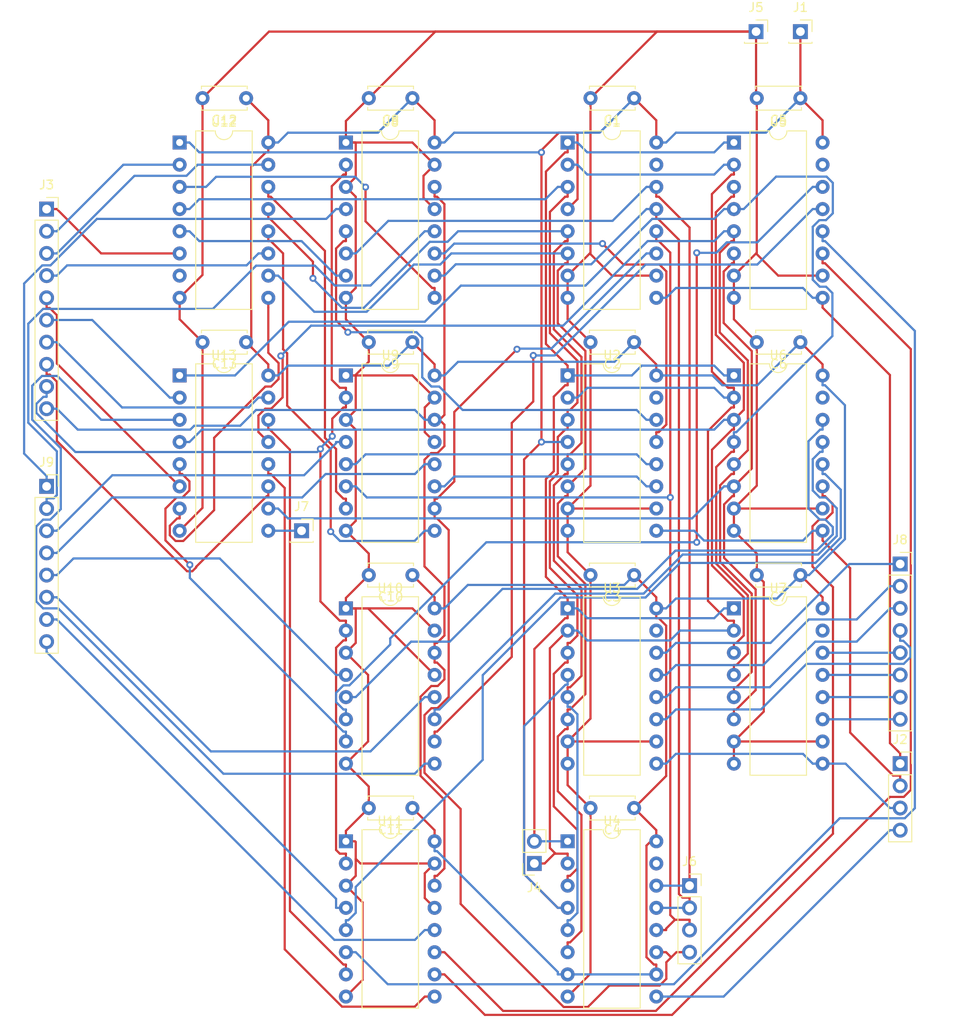
<source format=kicad_pcb>
(kicad_pcb (version 20171130) (host pcbnew "(5.1.4)-1")

  (general
    (thickness 1.6)
    (drawings 0)
    (tracks 1073)
    (zones 0)
    (modules 35)
    (nets 81)
  )

  (page A4)
  (layers
    (0 F.Cu signal)
    (31 B.Cu signal)
    (32 B.Adhes user)
    (33 F.Adhes user)
    (34 B.Paste user)
    (35 F.Paste user)
    (36 B.SilkS user)
    (37 F.SilkS user)
    (38 B.Mask user)
    (39 F.Mask user)
    (40 Dwgs.User user)
    (41 Cmts.User user)
    (42 Eco1.User user)
    (43 Eco2.User user)
    (44 Edge.Cuts user)
    (45 Margin user)
    (46 B.CrtYd user)
    (47 F.CrtYd user)
    (48 B.Fab user)
    (49 F.Fab user)
  )

  (setup
    (last_trace_width 0.5)
    (trace_clearance 0.2)
    (zone_clearance 0.508)
    (zone_45_only no)
    (trace_min 0.5)
    (via_size 0.8)
    (via_drill 0.4)
    (via_min_size 0.4)
    (via_min_drill 0.3)
    (uvia_size 0.3)
    (uvia_drill 0.1)
    (uvias_allowed no)
    (uvia_min_size 0.2)
    (uvia_min_drill 0.1)
    (edge_width 0.05)
    (segment_width 0.2)
    (pcb_text_width 0.3)
    (pcb_text_size 1.5 1.5)
    (mod_edge_width 0.12)
    (mod_text_size 1 1)
    (mod_text_width 0.15)
    (pad_size 1.524 1.524)
    (pad_drill 0.762)
    (pad_to_mask_clearance 0.051)
    (solder_mask_min_width 0.25)
    (aux_axis_origin 0 0)
    (visible_elements 7FFFFFFF)
    (pcbplotparams
      (layerselection 0x010fc_ffffffff)
      (usegerberextensions false)
      (usegerberattributes false)
      (usegerberadvancedattributes false)
      (creategerberjobfile false)
      (excludeedgelayer true)
      (linewidth 0.100000)
      (plotframeref false)
      (viasonmask false)
      (mode 1)
      (useauxorigin false)
      (hpglpennumber 1)
      (hpglpenspeed 20)
      (hpglpendiameter 15.000000)
      (psnegative false)
      (psa4output false)
      (plotreference true)
      (plotvalue true)
      (plotinvisibletext false)
      (padsonsilk false)
      (subtractmaskfromsilk false)
      (outputformat 1)
      (mirror false)
      (drillshape 1)
      (scaleselection 1)
      (outputdirectory ""))
  )

  (net 0 "")
  (net 1 GND)
  (net 2 VCC)
  (net 3 /op3)
  (net 4 /op2)
  (net 5 /op1)
  (net 6 /op0)
  (net 7 /DR12)
  (net 8 /DR9)
  (net 9 /DR7)
  (net 10 /DR6)
  (net 11 /DR5)
  (net 12 /DR4)
  (net 13 /DR3)
  (net 14 /DR2)
  (net 15 /DR1)
  (net 16 /DR0)
  (net 17 /RESET)
  (net 18 /CLOCK)
  (net 19 /A3)
  (net 20 /A2)
  (net 21 /A1)
  (net 22 /A0)
  (net 23 /DECIO)
  (net 24 /o7)
  (net 25 /o6)
  (net 26 /o5)
  (net 27 /o4)
  (net 28 /o3)
  (net 29 /o2)
  (net 30 /o1)
  (net 31 /o0)
  (net 32 /i7)
  (net 33 /i6)
  (net 34 /i5)
  (net 35 /i4)
  (net 36 /i3)
  (net 37 /i2)
  (net 38 /i1)
  (net 39 /i0)
  (net 40 "Net-(U1-Pad15)")
  (net 41 /a0)
  (net 42 /s3)
  (net 43 /a1)
  (net 44 /s2)
  (net 45 /a2)
  (net 46 /s1)
  (net 47 /a3)
  (net 48 /s0)
  (net 49 "Net-(U2-Pad15)")
  (net 50 /b0)
  (net 51 /b1)
  (net 52 /b2)
  (net 53 /b3)
  (net 54 "Net-(U3-Pad15)")
  (net 55 "Net-(U4-Pad15)")
  (net 56 "Net-(U5-Pad15)")
  (net 57 /a4)
  (net 58 /s7)
  (net 59 /a5)
  (net 60 /s6)
  (net 61 /a6)
  (net 62 /s5)
  (net 63 /a7)
  (net 64 /s4)
  (net 65 "Net-(U6-Pad15)")
  (net 66 /b4)
  (net 67 /b5)
  (net 68 /b6)
  (net 69 /b7)
  (net 70 "Net-(U7-Pad15)")
  (net 71 /is0)
  (net 72 /is1)
  (net 73 /is2)
  (net 74 /is3)
  (net 75 /is4)
  (net 76 /is5)
  (net 77 /is6)
  (net 78 /is7)
  (net 79 "Net-(U12-Pad7)")
  (net 80 "Net-(U12-Pad9)")

  (net_class Default "これはデフォルトのネット クラスです。"
    (clearance 0.2)
    (trace_width 0.5)
    (via_dia 0.8)
    (via_drill 0.4)
    (uvia_dia 0.3)
    (uvia_drill 0.1)
    (diff_pair_width 0.5)
    (diff_pair_gap 0.25)
    (add_net /A0)
    (add_net /A1)
    (add_net /A2)
    (add_net /A3)
    (add_net /CLOCK)
    (add_net /DECIO)
    (add_net /DR0)
    (add_net /DR1)
    (add_net /DR12)
    (add_net /DR2)
    (add_net /DR3)
    (add_net /DR4)
    (add_net /DR5)
    (add_net /DR6)
    (add_net /DR7)
    (add_net /DR9)
    (add_net /RESET)
    (add_net /a0)
    (add_net /a1)
    (add_net /a2)
    (add_net /a3)
    (add_net /a4)
    (add_net /a5)
    (add_net /a6)
    (add_net /a7)
    (add_net /b0)
    (add_net /b1)
    (add_net /b2)
    (add_net /b3)
    (add_net /b4)
    (add_net /b5)
    (add_net /b6)
    (add_net /b7)
    (add_net /i0)
    (add_net /i1)
    (add_net /i2)
    (add_net /i3)
    (add_net /i4)
    (add_net /i5)
    (add_net /i6)
    (add_net /i7)
    (add_net /is0)
    (add_net /is1)
    (add_net /is2)
    (add_net /is3)
    (add_net /is4)
    (add_net /is5)
    (add_net /is6)
    (add_net /is7)
    (add_net /o0)
    (add_net /o1)
    (add_net /o2)
    (add_net /o3)
    (add_net /o4)
    (add_net /o5)
    (add_net /o6)
    (add_net /o7)
    (add_net /op0)
    (add_net /op1)
    (add_net /op2)
    (add_net /op3)
    (add_net /s0)
    (add_net /s1)
    (add_net /s2)
    (add_net /s3)
    (add_net /s4)
    (add_net /s5)
    (add_net /s6)
    (add_net /s7)
    (add_net GND)
    (add_net "Net-(U1-Pad15)")
    (add_net "Net-(U12-Pad7)")
    (add_net "Net-(U12-Pad9)")
    (add_net "Net-(U2-Pad15)")
    (add_net "Net-(U3-Pad15)")
    (add_net "Net-(U4-Pad15)")
    (add_net "Net-(U5-Pad15)")
    (add_net "Net-(U6-Pad15)")
    (add_net "Net-(U7-Pad15)")
    (add_net VCC)
  )

  (module Package_DIP:DIP-16_W10.16mm (layer F.Cu) (tedit 5A02E8C5) (tstamp 5E5F6122)
    (at 22.86 74.93)
    (descr "16-lead though-hole mounted DIP package, row spacing 10.16 mm (400 mils)")
    (tags "THT DIP DIL PDIP 2.54mm 10.16mm 400mil")
    (path /5E622266)
    (fp_text reference U13 (at 5.08 -2.33) (layer F.SilkS)
      (effects (font (size 1 1) (thickness 0.15)))
    )
    (fp_text value CD74HC283 (at 5.08 20.11) (layer F.Fab)
      (effects (font (size 1 1) (thickness 0.15)))
    )
    (fp_text user %R (at 5.08 8.89) (layer F.Fab)
      (effects (font (size 1 1) (thickness 0.15)))
    )
    (fp_line (start 11.25 -1.55) (end -1.05 -1.55) (layer F.CrtYd) (width 0.05))
    (fp_line (start 11.25 19.3) (end 11.25 -1.55) (layer F.CrtYd) (width 0.05))
    (fp_line (start -1.05 19.3) (end 11.25 19.3) (layer F.CrtYd) (width 0.05))
    (fp_line (start -1.05 -1.55) (end -1.05 19.3) (layer F.CrtYd) (width 0.05))
    (fp_line (start 8.315 -1.33) (end 6.08 -1.33) (layer F.SilkS) (width 0.12))
    (fp_line (start 8.315 19.11) (end 8.315 -1.33) (layer F.SilkS) (width 0.12))
    (fp_line (start 1.845 19.11) (end 8.315 19.11) (layer F.SilkS) (width 0.12))
    (fp_line (start 1.845 -1.33) (end 1.845 19.11) (layer F.SilkS) (width 0.12))
    (fp_line (start 4.08 -1.33) (end 1.845 -1.33) (layer F.SilkS) (width 0.12))
    (fp_line (start 1.905 -0.27) (end 2.905 -1.27) (layer F.Fab) (width 0.1))
    (fp_line (start 1.905 19.05) (end 1.905 -0.27) (layer F.Fab) (width 0.1))
    (fp_line (start 8.255 19.05) (end 1.905 19.05) (layer F.Fab) (width 0.1))
    (fp_line (start 8.255 -1.27) (end 8.255 19.05) (layer F.Fab) (width 0.1))
    (fp_line (start 2.905 -1.27) (end 8.255 -1.27) (layer F.Fab) (width 0.1))
    (fp_arc (start 5.08 -1.33) (end 4.08 -1.33) (angle -180) (layer F.SilkS) (width 0.12))
    (pad 16 thru_hole oval (at 10.16 0) (size 1.6 1.6) (drill 0.8) (layers *.Cu *.Mask)
      (net 2 VCC))
    (pad 8 thru_hole oval (at 0 17.78) (size 1.6 1.6) (drill 0.8) (layers *.Cu *.Mask)
      (net 1 GND))
    (pad 15 thru_hole oval (at 10.16 2.54) (size 1.6 1.6) (drill 0.8) (layers *.Cu *.Mask)
      (net 10 /DR6))
    (pad 7 thru_hole oval (at 0 15.24) (size 1.6 1.6) (drill 0.8) (layers *.Cu *.Mask)
      (net 80 "Net-(U12-Pad9)"))
    (pad 14 thru_hole oval (at 10.16 5.08) (size 1.6 1.6) (drill 0.8) (layers *.Cu *.Mask)
      (net 77 /is6))
    (pad 6 thru_hole oval (at 0 12.7) (size 1.6 1.6) (drill 0.8) (layers *.Cu *.Mask)
      (net 12 /DR4))
    (pad 13 thru_hole oval (at 10.16 7.62) (size 1.6 1.6) (drill 0.8) (layers *.Cu *.Mask)
      (net 60 /s6))
    (pad 5 thru_hole oval (at 0 10.16) (size 1.6 1.6) (drill 0.8) (layers *.Cu *.Mask)
      (net 75 /is4))
    (pad 12 thru_hole oval (at 10.16 10.16) (size 1.6 1.6) (drill 0.8) (layers *.Cu *.Mask)
      (net 78 /is7))
    (pad 4 thru_hole oval (at 0 7.62) (size 1.6 1.6) (drill 0.8) (layers *.Cu *.Mask)
      (net 64 /s4))
    (pad 11 thru_hole oval (at 10.16 12.7) (size 1.6 1.6) (drill 0.8) (layers *.Cu *.Mask)
      (net 9 /DR7))
    (pad 3 thru_hole oval (at 0 5.08) (size 1.6 1.6) (drill 0.8) (layers *.Cu *.Mask)
      (net 76 /is5))
    (pad 10 thru_hole oval (at 10.16 15.24) (size 1.6 1.6) (drill 0.8) (layers *.Cu *.Mask)
      (net 58 /s7))
    (pad 2 thru_hole oval (at 0 2.54) (size 1.6 1.6) (drill 0.8) (layers *.Cu *.Mask)
      (net 11 /DR5))
    (pad 9 thru_hole oval (at 10.16 17.78) (size 1.6 1.6) (drill 0.8) (layers *.Cu *.Mask)
      (net 23 /DECIO))
    (pad 1 thru_hole rect (at 0 0) (size 1.6 1.6) (drill 0.8) (layers *.Cu *.Mask)
      (net 62 /s5))
    (model ${KISYS3DMOD}/Package_DIP.3dshapes/DIP-16_W10.16mm.wrl
      (at (xyz 0 0 0))
      (scale (xyz 1 1 1))
      (rotate (xyz 0 0 0))
    )
  )

  (module Package_DIP:DIP-16_W10.16mm (layer F.Cu) (tedit 5A02E8C5) (tstamp 5E5F60FE)
    (at 22.86 48.26)
    (descr "16-lead though-hole mounted DIP package, row spacing 10.16 mm (400 mils)")
    (tags "THT DIP DIL PDIP 2.54mm 10.16mm 400mil")
    (path /5E62226C)
    (fp_text reference U12 (at 5.08 -2.33) (layer F.SilkS)
      (effects (font (size 1 1) (thickness 0.15)))
    )
    (fp_text value CD74HC283 (at 5.08 20.11) (layer F.Fab)
      (effects (font (size 1 1) (thickness 0.15)))
    )
    (fp_text user %R (at 5.08 8.89) (layer F.Fab)
      (effects (font (size 1 1) (thickness 0.15)))
    )
    (fp_line (start 11.25 -1.55) (end -1.05 -1.55) (layer F.CrtYd) (width 0.05))
    (fp_line (start 11.25 19.3) (end 11.25 -1.55) (layer F.CrtYd) (width 0.05))
    (fp_line (start -1.05 19.3) (end 11.25 19.3) (layer F.CrtYd) (width 0.05))
    (fp_line (start -1.05 -1.55) (end -1.05 19.3) (layer F.CrtYd) (width 0.05))
    (fp_line (start 8.315 -1.33) (end 6.08 -1.33) (layer F.SilkS) (width 0.12))
    (fp_line (start 8.315 19.11) (end 8.315 -1.33) (layer F.SilkS) (width 0.12))
    (fp_line (start 1.845 19.11) (end 8.315 19.11) (layer F.SilkS) (width 0.12))
    (fp_line (start 1.845 -1.33) (end 1.845 19.11) (layer F.SilkS) (width 0.12))
    (fp_line (start 4.08 -1.33) (end 1.845 -1.33) (layer F.SilkS) (width 0.12))
    (fp_line (start 1.905 -0.27) (end 2.905 -1.27) (layer F.Fab) (width 0.1))
    (fp_line (start 1.905 19.05) (end 1.905 -0.27) (layer F.Fab) (width 0.1))
    (fp_line (start 8.255 19.05) (end 1.905 19.05) (layer F.Fab) (width 0.1))
    (fp_line (start 8.255 -1.27) (end 8.255 19.05) (layer F.Fab) (width 0.1))
    (fp_line (start 2.905 -1.27) (end 8.255 -1.27) (layer F.Fab) (width 0.1))
    (fp_arc (start 5.08 -1.33) (end 4.08 -1.33) (angle -180) (layer F.SilkS) (width 0.12))
    (pad 16 thru_hole oval (at 10.16 0) (size 1.6 1.6) (drill 0.8) (layers *.Cu *.Mask)
      (net 2 VCC))
    (pad 8 thru_hole oval (at 0 17.78) (size 1.6 1.6) (drill 0.8) (layers *.Cu *.Mask)
      (net 1 GND))
    (pad 15 thru_hole oval (at 10.16 2.54) (size 1.6 1.6) (drill 0.8) (layers *.Cu *.Mask)
      (net 14 /DR2))
    (pad 7 thru_hole oval (at 0 15.24) (size 1.6 1.6) (drill 0.8) (layers *.Cu *.Mask)
      (net 79 "Net-(U12-Pad7)"))
    (pad 14 thru_hole oval (at 10.16 5.08) (size 1.6 1.6) (drill 0.8) (layers *.Cu *.Mask)
      (net 73 /is2))
    (pad 6 thru_hole oval (at 0 12.7) (size 1.6 1.6) (drill 0.8) (layers *.Cu *.Mask)
      (net 16 /DR0))
    (pad 13 thru_hole oval (at 10.16 7.62) (size 1.6 1.6) (drill 0.8) (layers *.Cu *.Mask)
      (net 44 /s2))
    (pad 5 thru_hole oval (at 0 10.16) (size 1.6 1.6) (drill 0.8) (layers *.Cu *.Mask)
      (net 71 /is0))
    (pad 12 thru_hole oval (at 10.16 10.16) (size 1.6 1.6) (drill 0.8) (layers *.Cu *.Mask)
      (net 74 /is3))
    (pad 4 thru_hole oval (at 0 7.62) (size 1.6 1.6) (drill 0.8) (layers *.Cu *.Mask)
      (net 48 /s0))
    (pad 11 thru_hole oval (at 10.16 12.7) (size 1.6 1.6) (drill 0.8) (layers *.Cu *.Mask)
      (net 13 /DR3))
    (pad 3 thru_hole oval (at 0 5.08) (size 1.6 1.6) (drill 0.8) (layers *.Cu *.Mask)
      (net 72 /is1))
    (pad 10 thru_hole oval (at 10.16 15.24) (size 1.6 1.6) (drill 0.8) (layers *.Cu *.Mask)
      (net 42 /s3))
    (pad 2 thru_hole oval (at 0 2.54) (size 1.6 1.6) (drill 0.8) (layers *.Cu *.Mask)
      (net 15 /DR1))
    (pad 9 thru_hole oval (at 10.16 17.78) (size 1.6 1.6) (drill 0.8) (layers *.Cu *.Mask)
      (net 80 "Net-(U12-Pad9)"))
    (pad 1 thru_hole rect (at 0 0) (size 1.6 1.6) (drill 0.8) (layers *.Cu *.Mask)
      (net 46 /s1))
    (model ${KISYS3DMOD}/Package_DIP.3dshapes/DIP-16_W10.16mm.wrl
      (at (xyz 0 0 0))
      (scale (xyz 1 1 1))
      (rotate (xyz 0 0 0))
    )
  )

  (module Package_DIP:DIP-16_W10.16mm (layer F.Cu) (tedit 5A02E8C5) (tstamp 5E5F60DA)
    (at 41.91 128.27)
    (descr "16-lead though-hole mounted DIP package, row spacing 10.16 mm (400 mils)")
    (tags "THT DIP DIL PDIP 2.54mm 10.16mm 400mil")
    (path /5E6221D7)
    (fp_text reference U11 (at 5.08 -2.33) (layer F.SilkS)
      (effects (font (size 1 1) (thickness 0.15)))
    )
    (fp_text value CD74HC153 (at 5.08 20.11) (layer F.Fab)
      (effects (font (size 1 1) (thickness 0.15)))
    )
    (fp_text user %R (at 5.08 8.89) (layer F.Fab)
      (effects (font (size 1 1) (thickness 0.15)))
    )
    (fp_line (start 11.25 -1.55) (end -1.05 -1.55) (layer F.CrtYd) (width 0.05))
    (fp_line (start 11.25 19.3) (end 11.25 -1.55) (layer F.CrtYd) (width 0.05))
    (fp_line (start -1.05 19.3) (end 11.25 19.3) (layer F.CrtYd) (width 0.05))
    (fp_line (start -1.05 -1.55) (end -1.05 19.3) (layer F.CrtYd) (width 0.05))
    (fp_line (start 8.315 -1.33) (end 6.08 -1.33) (layer F.SilkS) (width 0.12))
    (fp_line (start 8.315 19.11) (end 8.315 -1.33) (layer F.SilkS) (width 0.12))
    (fp_line (start 1.845 19.11) (end 8.315 19.11) (layer F.SilkS) (width 0.12))
    (fp_line (start 1.845 -1.33) (end 1.845 19.11) (layer F.SilkS) (width 0.12))
    (fp_line (start 4.08 -1.33) (end 1.845 -1.33) (layer F.SilkS) (width 0.12))
    (fp_line (start 1.905 -0.27) (end 2.905 -1.27) (layer F.Fab) (width 0.1))
    (fp_line (start 1.905 19.05) (end 1.905 -0.27) (layer F.Fab) (width 0.1))
    (fp_line (start 8.255 19.05) (end 1.905 19.05) (layer F.Fab) (width 0.1))
    (fp_line (start 8.255 -1.27) (end 8.255 19.05) (layer F.Fab) (width 0.1))
    (fp_line (start 2.905 -1.27) (end 8.255 -1.27) (layer F.Fab) (width 0.1))
    (fp_arc (start 5.08 -1.33) (end 4.08 -1.33) (angle -180) (layer F.SilkS) (width 0.12))
    (pad 16 thru_hole oval (at 10.16 0) (size 1.6 1.6) (drill 0.8) (layers *.Cu *.Mask)
      (net 2 VCC))
    (pad 8 thru_hole oval (at 0 17.78) (size 1.6 1.6) (drill 0.8) (layers *.Cu *.Mask)
      (net 1 GND))
    (pad 15 thru_hole oval (at 10.16 2.54) (size 1.6 1.6) (drill 0.8) (layers *.Cu *.Mask)
      (net 1 GND))
    (pad 7 thru_hole oval (at 0 15.24) (size 1.6 1.6) (drill 0.8) (layers *.Cu *.Mask)
      (net 77 /is6))
    (pad 14 thru_hole oval (at 10.16 5.08) (size 1.6 1.6) (drill 0.8) (layers *.Cu *.Mask)
      (net 7 /DR12))
    (pad 6 thru_hole oval (at 0 12.7) (size 1.6 1.6) (drill 0.8) (layers *.Cu *.Mask)
      (net 61 /a6))
    (pad 13 thru_hole oval (at 10.16 7.62) (size 1.6 1.6) (drill 0.8) (layers *.Cu *.Mask)
      (net 1 GND))
    (pad 5 thru_hole oval (at 0 10.16) (size 1.6 1.6) (drill 0.8) (layers *.Cu *.Mask)
      (net 68 /b6))
    (pad 12 thru_hole oval (at 10.16 10.16) (size 1.6 1.6) (drill 0.8) (layers *.Cu *.Mask)
      (net 32 /i7))
    (pad 4 thru_hole oval (at 0 7.62) (size 1.6 1.6) (drill 0.8) (layers *.Cu *.Mask)
      (net 33 /i6))
    (pad 11 thru_hole oval (at 10.16 12.7) (size 1.6 1.6) (drill 0.8) (layers *.Cu *.Mask)
      (net 69 /b7))
    (pad 3 thru_hole oval (at 0 5.08) (size 1.6 1.6) (drill 0.8) (layers *.Cu *.Mask)
      (net 1 GND))
    (pad 10 thru_hole oval (at 10.16 15.24) (size 1.6 1.6) (drill 0.8) (layers *.Cu *.Mask)
      (net 63 /a7))
    (pad 2 thru_hole oval (at 0 2.54) (size 1.6 1.6) (drill 0.8) (layers *.Cu *.Mask)
      (net 8 /DR9))
    (pad 9 thru_hole oval (at 10.16 17.78) (size 1.6 1.6) (drill 0.8) (layers *.Cu *.Mask)
      (net 78 /is7))
    (pad 1 thru_hole rect (at 0 0) (size 1.6 1.6) (drill 0.8) (layers *.Cu *.Mask)
      (net 1 GND))
    (model ${KISYS3DMOD}/Package_DIP.3dshapes/DIP-16_W10.16mm.wrl
      (at (xyz 0 0 0))
      (scale (xyz 1 1 1))
      (rotate (xyz 0 0 0))
    )
  )

  (module Package_DIP:DIP-16_W10.16mm (layer F.Cu) (tedit 5A02E8C5) (tstamp 5E5F60B6)
    (at 41.91 101.6)
    (descr "16-lead though-hole mounted DIP package, row spacing 10.16 mm (400 mils)")
    (tags "THT DIP DIL PDIP 2.54mm 10.16mm 400mil")
    (path /5E622224)
    (fp_text reference U10 (at 5.08 -2.33) (layer F.SilkS)
      (effects (font (size 1 1) (thickness 0.15)))
    )
    (fp_text value CD74HC153 (at 5.08 20.11) (layer F.Fab)
      (effects (font (size 1 1) (thickness 0.15)))
    )
    (fp_text user %R (at 5.08 8.89) (layer F.Fab)
      (effects (font (size 1 1) (thickness 0.15)))
    )
    (fp_line (start 11.25 -1.55) (end -1.05 -1.55) (layer F.CrtYd) (width 0.05))
    (fp_line (start 11.25 19.3) (end 11.25 -1.55) (layer F.CrtYd) (width 0.05))
    (fp_line (start -1.05 19.3) (end 11.25 19.3) (layer F.CrtYd) (width 0.05))
    (fp_line (start -1.05 -1.55) (end -1.05 19.3) (layer F.CrtYd) (width 0.05))
    (fp_line (start 8.315 -1.33) (end 6.08 -1.33) (layer F.SilkS) (width 0.12))
    (fp_line (start 8.315 19.11) (end 8.315 -1.33) (layer F.SilkS) (width 0.12))
    (fp_line (start 1.845 19.11) (end 8.315 19.11) (layer F.SilkS) (width 0.12))
    (fp_line (start 1.845 -1.33) (end 1.845 19.11) (layer F.SilkS) (width 0.12))
    (fp_line (start 4.08 -1.33) (end 1.845 -1.33) (layer F.SilkS) (width 0.12))
    (fp_line (start 1.905 -0.27) (end 2.905 -1.27) (layer F.Fab) (width 0.1))
    (fp_line (start 1.905 19.05) (end 1.905 -0.27) (layer F.Fab) (width 0.1))
    (fp_line (start 8.255 19.05) (end 1.905 19.05) (layer F.Fab) (width 0.1))
    (fp_line (start 8.255 -1.27) (end 8.255 19.05) (layer F.Fab) (width 0.1))
    (fp_line (start 2.905 -1.27) (end 8.255 -1.27) (layer F.Fab) (width 0.1))
    (fp_arc (start 5.08 -1.33) (end 4.08 -1.33) (angle -180) (layer F.SilkS) (width 0.12))
    (pad 16 thru_hole oval (at 10.16 0) (size 1.6 1.6) (drill 0.8) (layers *.Cu *.Mask)
      (net 2 VCC))
    (pad 8 thru_hole oval (at 0 17.78) (size 1.6 1.6) (drill 0.8) (layers *.Cu *.Mask)
      (net 1 GND))
    (pad 15 thru_hole oval (at 10.16 2.54) (size 1.6 1.6) (drill 0.8) (layers *.Cu *.Mask)
      (net 1 GND))
    (pad 7 thru_hole oval (at 0 15.24) (size 1.6 1.6) (drill 0.8) (layers *.Cu *.Mask)
      (net 75 /is4))
    (pad 14 thru_hole oval (at 10.16 5.08) (size 1.6 1.6) (drill 0.8) (layers *.Cu *.Mask)
      (net 7 /DR12))
    (pad 6 thru_hole oval (at 0 12.7) (size 1.6 1.6) (drill 0.8) (layers *.Cu *.Mask)
      (net 57 /a4))
    (pad 13 thru_hole oval (at 10.16 7.62) (size 1.6 1.6) (drill 0.8) (layers *.Cu *.Mask)
      (net 1 GND))
    (pad 5 thru_hole oval (at 0 10.16) (size 1.6 1.6) (drill 0.8) (layers *.Cu *.Mask)
      (net 66 /b4))
    (pad 12 thru_hole oval (at 10.16 10.16) (size 1.6 1.6) (drill 0.8) (layers *.Cu *.Mask)
      (net 34 /i5))
    (pad 4 thru_hole oval (at 0 7.62) (size 1.6 1.6) (drill 0.8) (layers *.Cu *.Mask)
      (net 35 /i4))
    (pad 11 thru_hole oval (at 10.16 12.7) (size 1.6 1.6) (drill 0.8) (layers *.Cu *.Mask)
      (net 67 /b5))
    (pad 3 thru_hole oval (at 0 5.08) (size 1.6 1.6) (drill 0.8) (layers *.Cu *.Mask)
      (net 1 GND))
    (pad 10 thru_hole oval (at 10.16 15.24) (size 1.6 1.6) (drill 0.8) (layers *.Cu *.Mask)
      (net 59 /a5))
    (pad 2 thru_hole oval (at 0 2.54) (size 1.6 1.6) (drill 0.8) (layers *.Cu *.Mask)
      (net 8 /DR9))
    (pad 9 thru_hole oval (at 10.16 17.78) (size 1.6 1.6) (drill 0.8) (layers *.Cu *.Mask)
      (net 76 /is5))
    (pad 1 thru_hole rect (at 0 0) (size 1.6 1.6) (drill 0.8) (layers *.Cu *.Mask)
      (net 1 GND))
    (model ${KISYS3DMOD}/Package_DIP.3dshapes/DIP-16_W10.16mm.wrl
      (at (xyz 0 0 0))
      (scale (xyz 1 1 1))
      (rotate (xyz 0 0 0))
    )
  )

  (module Package_DIP:DIP-16_W10.16mm (layer F.Cu) (tedit 5A02E8C5) (tstamp 5E5F6092)
    (at 41.91 74.93)
    (descr "16-lead though-hole mounted DIP package, row spacing 10.16 mm (400 mils)")
    (tags "THT DIP DIL PDIP 2.54mm 10.16mm 400mil")
    (path /5E622199)
    (fp_text reference U9 (at 5.08 -2.33) (layer F.SilkS)
      (effects (font (size 1 1) (thickness 0.15)))
    )
    (fp_text value CD74HC153 (at 5.08 20.11) (layer F.Fab)
      (effects (font (size 1 1) (thickness 0.15)))
    )
    (fp_text user %R (at 5.08 8.89) (layer F.Fab)
      (effects (font (size 1 1) (thickness 0.15)))
    )
    (fp_line (start 11.25 -1.55) (end -1.05 -1.55) (layer F.CrtYd) (width 0.05))
    (fp_line (start 11.25 19.3) (end 11.25 -1.55) (layer F.CrtYd) (width 0.05))
    (fp_line (start -1.05 19.3) (end 11.25 19.3) (layer F.CrtYd) (width 0.05))
    (fp_line (start -1.05 -1.55) (end -1.05 19.3) (layer F.CrtYd) (width 0.05))
    (fp_line (start 8.315 -1.33) (end 6.08 -1.33) (layer F.SilkS) (width 0.12))
    (fp_line (start 8.315 19.11) (end 8.315 -1.33) (layer F.SilkS) (width 0.12))
    (fp_line (start 1.845 19.11) (end 8.315 19.11) (layer F.SilkS) (width 0.12))
    (fp_line (start 1.845 -1.33) (end 1.845 19.11) (layer F.SilkS) (width 0.12))
    (fp_line (start 4.08 -1.33) (end 1.845 -1.33) (layer F.SilkS) (width 0.12))
    (fp_line (start 1.905 -0.27) (end 2.905 -1.27) (layer F.Fab) (width 0.1))
    (fp_line (start 1.905 19.05) (end 1.905 -0.27) (layer F.Fab) (width 0.1))
    (fp_line (start 8.255 19.05) (end 1.905 19.05) (layer F.Fab) (width 0.1))
    (fp_line (start 8.255 -1.27) (end 8.255 19.05) (layer F.Fab) (width 0.1))
    (fp_line (start 2.905 -1.27) (end 8.255 -1.27) (layer F.Fab) (width 0.1))
    (fp_arc (start 5.08 -1.33) (end 4.08 -1.33) (angle -180) (layer F.SilkS) (width 0.12))
    (pad 16 thru_hole oval (at 10.16 0) (size 1.6 1.6) (drill 0.8) (layers *.Cu *.Mask)
      (net 2 VCC))
    (pad 8 thru_hole oval (at 0 17.78) (size 1.6 1.6) (drill 0.8) (layers *.Cu *.Mask)
      (net 1 GND))
    (pad 15 thru_hole oval (at 10.16 2.54) (size 1.6 1.6) (drill 0.8) (layers *.Cu *.Mask)
      (net 1 GND))
    (pad 7 thru_hole oval (at 0 15.24) (size 1.6 1.6) (drill 0.8) (layers *.Cu *.Mask)
      (net 73 /is2))
    (pad 14 thru_hole oval (at 10.16 5.08) (size 1.6 1.6) (drill 0.8) (layers *.Cu *.Mask)
      (net 7 /DR12))
    (pad 6 thru_hole oval (at 0 12.7) (size 1.6 1.6) (drill 0.8) (layers *.Cu *.Mask)
      (net 45 /a2))
    (pad 13 thru_hole oval (at 10.16 7.62) (size 1.6 1.6) (drill 0.8) (layers *.Cu *.Mask)
      (net 1 GND))
    (pad 5 thru_hole oval (at 0 10.16) (size 1.6 1.6) (drill 0.8) (layers *.Cu *.Mask)
      (net 52 /b2))
    (pad 12 thru_hole oval (at 10.16 10.16) (size 1.6 1.6) (drill 0.8) (layers *.Cu *.Mask)
      (net 36 /i3))
    (pad 4 thru_hole oval (at 0 7.62) (size 1.6 1.6) (drill 0.8) (layers *.Cu *.Mask)
      (net 37 /i2))
    (pad 11 thru_hole oval (at 10.16 12.7) (size 1.6 1.6) (drill 0.8) (layers *.Cu *.Mask)
      (net 53 /b3))
    (pad 3 thru_hole oval (at 0 5.08) (size 1.6 1.6) (drill 0.8) (layers *.Cu *.Mask)
      (net 1 GND))
    (pad 10 thru_hole oval (at 10.16 15.24) (size 1.6 1.6) (drill 0.8) (layers *.Cu *.Mask)
      (net 47 /a3))
    (pad 2 thru_hole oval (at 0 2.54) (size 1.6 1.6) (drill 0.8) (layers *.Cu *.Mask)
      (net 8 /DR9))
    (pad 9 thru_hole oval (at 10.16 17.78) (size 1.6 1.6) (drill 0.8) (layers *.Cu *.Mask)
      (net 74 /is3))
    (pad 1 thru_hole rect (at 0 0) (size 1.6 1.6) (drill 0.8) (layers *.Cu *.Mask)
      (net 1 GND))
    (model ${KISYS3DMOD}/Package_DIP.3dshapes/DIP-16_W10.16mm.wrl
      (at (xyz 0 0 0))
      (scale (xyz 1 1 1))
      (rotate (xyz 0 0 0))
    )
  )

  (module Package_DIP:DIP-16_W10.16mm (layer F.Cu) (tedit 5A02E8C5) (tstamp 5E5F606E)
    (at 41.91 48.26)
    (descr "16-lead though-hole mounted DIP package, row spacing 10.16 mm (400 mils)")
    (tags "THT DIP DIL PDIP 2.54mm 10.16mm 400mil")
    (path /5E622181)
    (fp_text reference U8 (at 5.08 -2.33) (layer F.SilkS)
      (effects (font (size 1 1) (thickness 0.15)))
    )
    (fp_text value CD74HC153 (at 5.08 20.11) (layer F.Fab)
      (effects (font (size 1 1) (thickness 0.15)))
    )
    (fp_text user %R (at 5.08 8.89) (layer F.Fab)
      (effects (font (size 1 1) (thickness 0.15)))
    )
    (fp_line (start 11.25 -1.55) (end -1.05 -1.55) (layer F.CrtYd) (width 0.05))
    (fp_line (start 11.25 19.3) (end 11.25 -1.55) (layer F.CrtYd) (width 0.05))
    (fp_line (start -1.05 19.3) (end 11.25 19.3) (layer F.CrtYd) (width 0.05))
    (fp_line (start -1.05 -1.55) (end -1.05 19.3) (layer F.CrtYd) (width 0.05))
    (fp_line (start 8.315 -1.33) (end 6.08 -1.33) (layer F.SilkS) (width 0.12))
    (fp_line (start 8.315 19.11) (end 8.315 -1.33) (layer F.SilkS) (width 0.12))
    (fp_line (start 1.845 19.11) (end 8.315 19.11) (layer F.SilkS) (width 0.12))
    (fp_line (start 1.845 -1.33) (end 1.845 19.11) (layer F.SilkS) (width 0.12))
    (fp_line (start 4.08 -1.33) (end 1.845 -1.33) (layer F.SilkS) (width 0.12))
    (fp_line (start 1.905 -0.27) (end 2.905 -1.27) (layer F.Fab) (width 0.1))
    (fp_line (start 1.905 19.05) (end 1.905 -0.27) (layer F.Fab) (width 0.1))
    (fp_line (start 8.255 19.05) (end 1.905 19.05) (layer F.Fab) (width 0.1))
    (fp_line (start 8.255 -1.27) (end 8.255 19.05) (layer F.Fab) (width 0.1))
    (fp_line (start 2.905 -1.27) (end 8.255 -1.27) (layer F.Fab) (width 0.1))
    (fp_arc (start 5.08 -1.33) (end 4.08 -1.33) (angle -180) (layer F.SilkS) (width 0.12))
    (pad 16 thru_hole oval (at 10.16 0) (size 1.6 1.6) (drill 0.8) (layers *.Cu *.Mask)
      (net 2 VCC))
    (pad 8 thru_hole oval (at 0 17.78) (size 1.6 1.6) (drill 0.8) (layers *.Cu *.Mask)
      (net 1 GND))
    (pad 15 thru_hole oval (at 10.16 2.54) (size 1.6 1.6) (drill 0.8) (layers *.Cu *.Mask)
      (net 1 GND))
    (pad 7 thru_hole oval (at 0 15.24) (size 1.6 1.6) (drill 0.8) (layers *.Cu *.Mask)
      (net 71 /is0))
    (pad 14 thru_hole oval (at 10.16 5.08) (size 1.6 1.6) (drill 0.8) (layers *.Cu *.Mask)
      (net 7 /DR12))
    (pad 6 thru_hole oval (at 0 12.7) (size 1.6 1.6) (drill 0.8) (layers *.Cu *.Mask)
      (net 41 /a0))
    (pad 13 thru_hole oval (at 10.16 7.62) (size 1.6 1.6) (drill 0.8) (layers *.Cu *.Mask)
      (net 1 GND))
    (pad 5 thru_hole oval (at 0 10.16) (size 1.6 1.6) (drill 0.8) (layers *.Cu *.Mask)
      (net 50 /b0))
    (pad 12 thru_hole oval (at 10.16 10.16) (size 1.6 1.6) (drill 0.8) (layers *.Cu *.Mask)
      (net 38 /i1))
    (pad 4 thru_hole oval (at 0 7.62) (size 1.6 1.6) (drill 0.8) (layers *.Cu *.Mask)
      (net 39 /i0))
    (pad 11 thru_hole oval (at 10.16 12.7) (size 1.6 1.6) (drill 0.8) (layers *.Cu *.Mask)
      (net 51 /b1))
    (pad 3 thru_hole oval (at 0 5.08) (size 1.6 1.6) (drill 0.8) (layers *.Cu *.Mask)
      (net 1 GND))
    (pad 10 thru_hole oval (at 10.16 15.24) (size 1.6 1.6) (drill 0.8) (layers *.Cu *.Mask)
      (net 43 /a1))
    (pad 2 thru_hole oval (at 0 2.54) (size 1.6 1.6) (drill 0.8) (layers *.Cu *.Mask)
      (net 8 /DR9))
    (pad 9 thru_hole oval (at 10.16 17.78) (size 1.6 1.6) (drill 0.8) (layers *.Cu *.Mask)
      (net 72 /is1))
    (pad 1 thru_hole rect (at 0 0) (size 1.6 1.6) (drill 0.8) (layers *.Cu *.Mask)
      (net 1 GND))
    (model ${KISYS3DMOD}/Package_DIP.3dshapes/DIP-16_W10.16mm.wrl
      (at (xyz 0 0 0))
      (scale (xyz 1 1 1))
      (rotate (xyz 0 0 0))
    )
  )

  (module Package_DIP:DIP-16_W10.16mm (layer F.Cu) (tedit 5A02E8C5) (tstamp 5E5F604A)
    (at 86.36 101.6)
    (descr "16-lead though-hole mounted DIP package, row spacing 10.16 mm (400 mils)")
    (tags "THT DIP DIL PDIP 2.54mm 10.16mm 400mil")
    (path /5E622035)
    (fp_text reference U7 (at 5.08 -2.33) (layer F.SilkS)
      (effects (font (size 1 1) (thickness 0.15)))
    )
    (fp_text value iohigh (at 5.08 20.11) (layer F.Fab)
      (effects (font (size 1 1) (thickness 0.15)))
    )
    (fp_text user %R (at 5.08 8.89) (layer F.Fab)
      (effects (font (size 1 1) (thickness 0.15)))
    )
    (fp_line (start 11.25 -1.55) (end -1.05 -1.55) (layer F.CrtYd) (width 0.05))
    (fp_line (start 11.25 19.3) (end 11.25 -1.55) (layer F.CrtYd) (width 0.05))
    (fp_line (start -1.05 19.3) (end 11.25 19.3) (layer F.CrtYd) (width 0.05))
    (fp_line (start -1.05 -1.55) (end -1.05 19.3) (layer F.CrtYd) (width 0.05))
    (fp_line (start 8.315 -1.33) (end 6.08 -1.33) (layer F.SilkS) (width 0.12))
    (fp_line (start 8.315 19.11) (end 8.315 -1.33) (layer F.SilkS) (width 0.12))
    (fp_line (start 1.845 19.11) (end 8.315 19.11) (layer F.SilkS) (width 0.12))
    (fp_line (start 1.845 -1.33) (end 1.845 19.11) (layer F.SilkS) (width 0.12))
    (fp_line (start 4.08 -1.33) (end 1.845 -1.33) (layer F.SilkS) (width 0.12))
    (fp_line (start 1.905 -0.27) (end 2.905 -1.27) (layer F.Fab) (width 0.1))
    (fp_line (start 1.905 19.05) (end 1.905 -0.27) (layer F.Fab) (width 0.1))
    (fp_line (start 8.255 19.05) (end 1.905 19.05) (layer F.Fab) (width 0.1))
    (fp_line (start 8.255 -1.27) (end 8.255 19.05) (layer F.Fab) (width 0.1))
    (fp_line (start 2.905 -1.27) (end 8.255 -1.27) (layer F.Fab) (width 0.1))
    (fp_arc (start 5.08 -1.33) (end 4.08 -1.33) (angle -180) (layer F.SilkS) (width 0.12))
    (pad 16 thru_hole oval (at 10.16 0) (size 1.6 1.6) (drill 0.8) (layers *.Cu *.Mask)
      (net 2 VCC))
    (pad 8 thru_hole oval (at 0 17.78) (size 1.6 1.6) (drill 0.8) (layers *.Cu *.Mask)
      (net 1 GND))
    (pad 15 thru_hole oval (at 10.16 2.54) (size 1.6 1.6) (drill 0.8) (layers *.Cu *.Mask)
      (net 70 "Net-(U7-Pad15)"))
    (pad 7 thru_hole oval (at 0 15.24) (size 1.6 1.6) (drill 0.8) (layers *.Cu *.Mask)
      (net 1 GND))
    (pad 14 thru_hole oval (at 10.16 5.08) (size 1.6 1.6) (drill 0.8) (layers *.Cu *.Mask)
      (net 27 /o4))
    (pad 6 thru_hole oval (at 0 12.7) (size 1.6 1.6) (drill 0.8) (layers *.Cu *.Mask)
      (net 58 /s7))
    (pad 13 thru_hole oval (at 10.16 7.62) (size 1.6 1.6) (drill 0.8) (layers *.Cu *.Mask)
      (net 26 /o5))
    (pad 5 thru_hole oval (at 0 10.16) (size 1.6 1.6) (drill 0.8) (layers *.Cu *.Mask)
      (net 60 /s6))
    (pad 12 thru_hole oval (at 10.16 10.16) (size 1.6 1.6) (drill 0.8) (layers *.Cu *.Mask)
      (net 25 /o6))
    (pad 4 thru_hole oval (at 0 7.62) (size 1.6 1.6) (drill 0.8) (layers *.Cu *.Mask)
      (net 62 /s5))
    (pad 11 thru_hole oval (at 10.16 12.7) (size 1.6 1.6) (drill 0.8) (layers *.Cu *.Mask)
      (net 24 /o7))
    (pad 3 thru_hole oval (at 0 5.08) (size 1.6 1.6) (drill 0.8) (layers *.Cu *.Mask)
      (net 64 /s4))
    (pad 10 thru_hole oval (at 10.16 15.24) (size 1.6 1.6) (drill 0.8) (layers *.Cu *.Mask)
      (net 1 GND))
    (pad 2 thru_hole oval (at 0 2.54) (size 1.6 1.6) (drill 0.8) (layers *.Cu *.Mask)
      (net 18 /CLOCK))
    (pad 9 thru_hole oval (at 10.16 17.78) (size 1.6 1.6) (drill 0.8) (layers *.Cu *.Mask)
      (net 4 /op2))
    (pad 1 thru_hole rect (at 0 0) (size 1.6 1.6) (drill 0.8) (layers *.Cu *.Mask)
      (net 17 /RESET))
    (model ${KISYS3DMOD}/Package_DIP.3dshapes/DIP-16_W10.16mm.wrl
      (at (xyz 0 0 0))
      (scale (xyz 1 1 1))
      (rotate (xyz 0 0 0))
    )
  )

  (module Package_DIP:DIP-16_W10.16mm (layer F.Cu) (tedit 5A02E8C5) (tstamp 5E5F6026)
    (at 86.36 74.93)
    (descr "16-lead though-hole mounted DIP package, row spacing 10.16 mm (400 mils)")
    (tags "THT DIP DIL PDIP 2.54mm 10.16mm 400mil")
    (path /5E622083)
    (fp_text reference U6 (at 5.08 -2.33) (layer F.SilkS)
      (effects (font (size 1 1) (thickness 0.15)))
    )
    (fp_text value RegBhigh (at 5.08 20.11) (layer F.Fab)
      (effects (font (size 1 1) (thickness 0.15)))
    )
    (fp_text user %R (at 5.08 8.89) (layer F.Fab)
      (effects (font (size 1 1) (thickness 0.15)))
    )
    (fp_line (start 11.25 -1.55) (end -1.05 -1.55) (layer F.CrtYd) (width 0.05))
    (fp_line (start 11.25 19.3) (end 11.25 -1.55) (layer F.CrtYd) (width 0.05))
    (fp_line (start -1.05 19.3) (end 11.25 19.3) (layer F.CrtYd) (width 0.05))
    (fp_line (start -1.05 -1.55) (end -1.05 19.3) (layer F.CrtYd) (width 0.05))
    (fp_line (start 8.315 -1.33) (end 6.08 -1.33) (layer F.SilkS) (width 0.12))
    (fp_line (start 8.315 19.11) (end 8.315 -1.33) (layer F.SilkS) (width 0.12))
    (fp_line (start 1.845 19.11) (end 8.315 19.11) (layer F.SilkS) (width 0.12))
    (fp_line (start 1.845 -1.33) (end 1.845 19.11) (layer F.SilkS) (width 0.12))
    (fp_line (start 4.08 -1.33) (end 1.845 -1.33) (layer F.SilkS) (width 0.12))
    (fp_line (start 1.905 -0.27) (end 2.905 -1.27) (layer F.Fab) (width 0.1))
    (fp_line (start 1.905 19.05) (end 1.905 -0.27) (layer F.Fab) (width 0.1))
    (fp_line (start 8.255 19.05) (end 1.905 19.05) (layer F.Fab) (width 0.1))
    (fp_line (start 8.255 -1.27) (end 8.255 19.05) (layer F.Fab) (width 0.1))
    (fp_line (start 2.905 -1.27) (end 8.255 -1.27) (layer F.Fab) (width 0.1))
    (fp_arc (start 5.08 -1.33) (end 4.08 -1.33) (angle -180) (layer F.SilkS) (width 0.12))
    (pad 16 thru_hole oval (at 10.16 0) (size 1.6 1.6) (drill 0.8) (layers *.Cu *.Mask)
      (net 2 VCC))
    (pad 8 thru_hole oval (at 0 17.78) (size 1.6 1.6) (drill 0.8) (layers *.Cu *.Mask)
      (net 1 GND))
    (pad 15 thru_hole oval (at 10.16 2.54) (size 1.6 1.6) (drill 0.8) (layers *.Cu *.Mask)
      (net 65 "Net-(U6-Pad15)"))
    (pad 7 thru_hole oval (at 0 15.24) (size 1.6 1.6) (drill 0.8) (layers *.Cu *.Mask)
      (net 1 GND))
    (pad 14 thru_hole oval (at 10.16 5.08) (size 1.6 1.6) (drill 0.8) (layers *.Cu *.Mask)
      (net 66 /b4))
    (pad 6 thru_hole oval (at 0 12.7) (size 1.6 1.6) (drill 0.8) (layers *.Cu *.Mask)
      (net 58 /s7))
    (pad 13 thru_hole oval (at 10.16 7.62) (size 1.6 1.6) (drill 0.8) (layers *.Cu *.Mask)
      (net 67 /b5))
    (pad 5 thru_hole oval (at 0 10.16) (size 1.6 1.6) (drill 0.8) (layers *.Cu *.Mask)
      (net 60 /s6))
    (pad 12 thru_hole oval (at 10.16 10.16) (size 1.6 1.6) (drill 0.8) (layers *.Cu *.Mask)
      (net 68 /b6))
    (pad 4 thru_hole oval (at 0 7.62) (size 1.6 1.6) (drill 0.8) (layers *.Cu *.Mask)
      (net 62 /s5))
    (pad 11 thru_hole oval (at 10.16 12.7) (size 1.6 1.6) (drill 0.8) (layers *.Cu *.Mask)
      (net 69 /b7))
    (pad 3 thru_hole oval (at 0 5.08) (size 1.6 1.6) (drill 0.8) (layers *.Cu *.Mask)
      (net 64 /s4))
    (pad 10 thru_hole oval (at 10.16 15.24) (size 1.6 1.6) (drill 0.8) (layers *.Cu *.Mask)
      (net 1 GND))
    (pad 2 thru_hole oval (at 0 2.54) (size 1.6 1.6) (drill 0.8) (layers *.Cu *.Mask)
      (net 18 /CLOCK))
    (pad 9 thru_hole oval (at 10.16 17.78) (size 1.6 1.6) (drill 0.8) (layers *.Cu *.Mask)
      (net 5 /op1))
    (pad 1 thru_hole rect (at 0 0) (size 1.6 1.6) (drill 0.8) (layers *.Cu *.Mask)
      (net 17 /RESET))
    (model ${KISYS3DMOD}/Package_DIP.3dshapes/DIP-16_W10.16mm.wrl
      (at (xyz 0 0 0))
      (scale (xyz 1 1 1))
      (rotate (xyz 0 0 0))
    )
  )

  (module Package_DIP:DIP-16_W10.16mm (layer F.Cu) (tedit 5A02E8C5) (tstamp 5E5F6002)
    (at 86.36 48.26)
    (descr "16-lead though-hole mounted DIP package, row spacing 10.16 mm (400 mils)")
    (tags "THT DIP DIL PDIP 2.54mm 10.16mm 400mil")
    (path /5E6220A3)
    (fp_text reference U5 (at 5.08 -2.33) (layer F.SilkS)
      (effects (font (size 1 1) (thickness 0.15)))
    )
    (fp_text value RegAhigh (at 5.08 20.11) (layer F.Fab)
      (effects (font (size 1 1) (thickness 0.15)))
    )
    (fp_text user %R (at 5.08 8.89) (layer F.Fab)
      (effects (font (size 1 1) (thickness 0.15)))
    )
    (fp_line (start 11.25 -1.55) (end -1.05 -1.55) (layer F.CrtYd) (width 0.05))
    (fp_line (start 11.25 19.3) (end 11.25 -1.55) (layer F.CrtYd) (width 0.05))
    (fp_line (start -1.05 19.3) (end 11.25 19.3) (layer F.CrtYd) (width 0.05))
    (fp_line (start -1.05 -1.55) (end -1.05 19.3) (layer F.CrtYd) (width 0.05))
    (fp_line (start 8.315 -1.33) (end 6.08 -1.33) (layer F.SilkS) (width 0.12))
    (fp_line (start 8.315 19.11) (end 8.315 -1.33) (layer F.SilkS) (width 0.12))
    (fp_line (start 1.845 19.11) (end 8.315 19.11) (layer F.SilkS) (width 0.12))
    (fp_line (start 1.845 -1.33) (end 1.845 19.11) (layer F.SilkS) (width 0.12))
    (fp_line (start 4.08 -1.33) (end 1.845 -1.33) (layer F.SilkS) (width 0.12))
    (fp_line (start 1.905 -0.27) (end 2.905 -1.27) (layer F.Fab) (width 0.1))
    (fp_line (start 1.905 19.05) (end 1.905 -0.27) (layer F.Fab) (width 0.1))
    (fp_line (start 8.255 19.05) (end 1.905 19.05) (layer F.Fab) (width 0.1))
    (fp_line (start 8.255 -1.27) (end 8.255 19.05) (layer F.Fab) (width 0.1))
    (fp_line (start 2.905 -1.27) (end 8.255 -1.27) (layer F.Fab) (width 0.1))
    (fp_arc (start 5.08 -1.33) (end 4.08 -1.33) (angle -180) (layer F.SilkS) (width 0.12))
    (pad 16 thru_hole oval (at 10.16 0) (size 1.6 1.6) (drill 0.8) (layers *.Cu *.Mask)
      (net 2 VCC))
    (pad 8 thru_hole oval (at 0 17.78) (size 1.6 1.6) (drill 0.8) (layers *.Cu *.Mask)
      (net 1 GND))
    (pad 15 thru_hole oval (at 10.16 2.54) (size 1.6 1.6) (drill 0.8) (layers *.Cu *.Mask)
      (net 56 "Net-(U5-Pad15)"))
    (pad 7 thru_hole oval (at 0 15.24) (size 1.6 1.6) (drill 0.8) (layers *.Cu *.Mask)
      (net 1 GND))
    (pad 14 thru_hole oval (at 10.16 5.08) (size 1.6 1.6) (drill 0.8) (layers *.Cu *.Mask)
      (net 57 /a4))
    (pad 6 thru_hole oval (at 0 12.7) (size 1.6 1.6) (drill 0.8) (layers *.Cu *.Mask)
      (net 58 /s7))
    (pad 13 thru_hole oval (at 10.16 7.62) (size 1.6 1.6) (drill 0.8) (layers *.Cu *.Mask)
      (net 59 /a5))
    (pad 5 thru_hole oval (at 0 10.16) (size 1.6 1.6) (drill 0.8) (layers *.Cu *.Mask)
      (net 60 /s6))
    (pad 12 thru_hole oval (at 10.16 10.16) (size 1.6 1.6) (drill 0.8) (layers *.Cu *.Mask)
      (net 61 /a6))
    (pad 4 thru_hole oval (at 0 7.62) (size 1.6 1.6) (drill 0.8) (layers *.Cu *.Mask)
      (net 62 /s5))
    (pad 11 thru_hole oval (at 10.16 12.7) (size 1.6 1.6) (drill 0.8) (layers *.Cu *.Mask)
      (net 63 /a7))
    (pad 3 thru_hole oval (at 0 5.08) (size 1.6 1.6) (drill 0.8) (layers *.Cu *.Mask)
      (net 64 /s4))
    (pad 10 thru_hole oval (at 10.16 15.24) (size 1.6 1.6) (drill 0.8) (layers *.Cu *.Mask)
      (net 1 GND))
    (pad 2 thru_hole oval (at 0 2.54) (size 1.6 1.6) (drill 0.8) (layers *.Cu *.Mask)
      (net 18 /CLOCK))
    (pad 9 thru_hole oval (at 10.16 17.78) (size 1.6 1.6) (drill 0.8) (layers *.Cu *.Mask)
      (net 6 /op0))
    (pad 1 thru_hole rect (at 0 0) (size 1.6 1.6) (drill 0.8) (layers *.Cu *.Mask)
      (net 17 /RESET))
    (model ${KISYS3DMOD}/Package_DIP.3dshapes/DIP-16_W10.16mm.wrl
      (at (xyz 0 0 0))
      (scale (xyz 1 1 1))
      (rotate (xyz 0 0 0))
    )
  )

  (module Package_DIP:DIP-16_W10.16mm (layer F.Cu) (tedit 5A02E8C5) (tstamp 5E5F5FDE)
    (at 67.31 128.27)
    (descr "16-lead though-hole mounted DIP package, row spacing 10.16 mm (400 mils)")
    (tags "THT DIP DIL PDIP 2.54mm 10.16mm 400mil")
    (path /5E62214F)
    (fp_text reference U4 (at 5.08 -2.33) (layer F.SilkS)
      (effects (font (size 1 1) (thickness 0.15)))
    )
    (fp_text value pclow (at 5.08 20.11) (layer F.Fab)
      (effects (font (size 1 1) (thickness 0.15)))
    )
    (fp_text user %R (at 5.08 8.89) (layer F.Fab)
      (effects (font (size 1 1) (thickness 0.15)))
    )
    (fp_line (start 11.25 -1.55) (end -1.05 -1.55) (layer F.CrtYd) (width 0.05))
    (fp_line (start 11.25 19.3) (end 11.25 -1.55) (layer F.CrtYd) (width 0.05))
    (fp_line (start -1.05 19.3) (end 11.25 19.3) (layer F.CrtYd) (width 0.05))
    (fp_line (start -1.05 -1.55) (end -1.05 19.3) (layer F.CrtYd) (width 0.05))
    (fp_line (start 8.315 -1.33) (end 6.08 -1.33) (layer F.SilkS) (width 0.12))
    (fp_line (start 8.315 19.11) (end 8.315 -1.33) (layer F.SilkS) (width 0.12))
    (fp_line (start 1.845 19.11) (end 8.315 19.11) (layer F.SilkS) (width 0.12))
    (fp_line (start 1.845 -1.33) (end 1.845 19.11) (layer F.SilkS) (width 0.12))
    (fp_line (start 4.08 -1.33) (end 1.845 -1.33) (layer F.SilkS) (width 0.12))
    (fp_line (start 1.905 -0.27) (end 2.905 -1.27) (layer F.Fab) (width 0.1))
    (fp_line (start 1.905 19.05) (end 1.905 -0.27) (layer F.Fab) (width 0.1))
    (fp_line (start 8.255 19.05) (end 1.905 19.05) (layer F.Fab) (width 0.1))
    (fp_line (start 8.255 -1.27) (end 8.255 19.05) (layer F.Fab) (width 0.1))
    (fp_line (start 2.905 -1.27) (end 8.255 -1.27) (layer F.Fab) (width 0.1))
    (fp_arc (start 5.08 -1.33) (end 4.08 -1.33) (angle -180) (layer F.SilkS) (width 0.12))
    (pad 16 thru_hole oval (at 10.16 0) (size 1.6 1.6) (drill 0.8) (layers *.Cu *.Mask)
      (net 2 VCC))
    (pad 8 thru_hole oval (at 0 17.78) (size 1.6 1.6) (drill 0.8) (layers *.Cu *.Mask)
      (net 1 GND))
    (pad 15 thru_hole oval (at 10.16 2.54) (size 1.6 1.6) (drill 0.8) (layers *.Cu *.Mask)
      (net 55 "Net-(U4-Pad15)"))
    (pad 7 thru_hole oval (at 0 15.24) (size 1.6 1.6) (drill 0.8) (layers *.Cu *.Mask)
      (net 2 VCC))
    (pad 14 thru_hole oval (at 10.16 5.08) (size 1.6 1.6) (drill 0.8) (layers *.Cu *.Mask)
      (net 22 /A0))
    (pad 6 thru_hole oval (at 0 12.7) (size 1.6 1.6) (drill 0.8) (layers *.Cu *.Mask)
      (net 42 /s3))
    (pad 13 thru_hole oval (at 10.16 7.62) (size 1.6 1.6) (drill 0.8) (layers *.Cu *.Mask)
      (net 21 /A1))
    (pad 5 thru_hole oval (at 0 10.16) (size 1.6 1.6) (drill 0.8) (layers *.Cu *.Mask)
      (net 44 /s2))
    (pad 12 thru_hole oval (at 10.16 10.16) (size 1.6 1.6) (drill 0.8) (layers *.Cu *.Mask)
      (net 20 /A2))
    (pad 4 thru_hole oval (at 0 7.62) (size 1.6 1.6) (drill 0.8) (layers *.Cu *.Mask)
      (net 46 /s1))
    (pad 11 thru_hole oval (at 10.16 12.7) (size 1.6 1.6) (drill 0.8) (layers *.Cu *.Mask)
      (net 19 /A3))
    (pad 3 thru_hole oval (at 0 5.08) (size 1.6 1.6) (drill 0.8) (layers *.Cu *.Mask)
      (net 48 /s0))
    (pad 10 thru_hole oval (at 10.16 15.24) (size 1.6 1.6) (drill 0.8) (layers *.Cu *.Mask)
      (net 2 VCC))
    (pad 2 thru_hole oval (at 0 2.54) (size 1.6 1.6) (drill 0.8) (layers *.Cu *.Mask)
      (net 18 /CLOCK))
    (pad 9 thru_hole oval (at 10.16 17.78) (size 1.6 1.6) (drill 0.8) (layers *.Cu *.Mask)
      (net 3 /op3))
    (pad 1 thru_hole rect (at 0 0) (size 1.6 1.6) (drill 0.8) (layers *.Cu *.Mask)
      (net 17 /RESET))
    (model ${KISYS3DMOD}/Package_DIP.3dshapes/DIP-16_W10.16mm.wrl
      (at (xyz 0 0 0))
      (scale (xyz 1 1 1))
      (rotate (xyz 0 0 0))
    )
  )

  (module Package_DIP:DIP-16_W10.16mm (layer F.Cu) (tedit 5A02E8C5) (tstamp 5E5F5FBA)
    (at 67.31 101.6)
    (descr "16-lead though-hole mounted DIP package, row spacing 10.16 mm (400 mils)")
    (tags "THT DIP DIL PDIP 2.54mm 10.16mm 400mil")
    (path /5E6220DD)
    (fp_text reference U3 (at 5.08 -2.33) (layer F.SilkS)
      (effects (font (size 1 1) (thickness 0.15)))
    )
    (fp_text value iolow (at 5.08 20.11) (layer F.Fab)
      (effects (font (size 1 1) (thickness 0.15)))
    )
    (fp_text user %R (at 5.08 8.89) (layer F.Fab)
      (effects (font (size 1 1) (thickness 0.15)))
    )
    (fp_line (start 11.25 -1.55) (end -1.05 -1.55) (layer F.CrtYd) (width 0.05))
    (fp_line (start 11.25 19.3) (end 11.25 -1.55) (layer F.CrtYd) (width 0.05))
    (fp_line (start -1.05 19.3) (end 11.25 19.3) (layer F.CrtYd) (width 0.05))
    (fp_line (start -1.05 -1.55) (end -1.05 19.3) (layer F.CrtYd) (width 0.05))
    (fp_line (start 8.315 -1.33) (end 6.08 -1.33) (layer F.SilkS) (width 0.12))
    (fp_line (start 8.315 19.11) (end 8.315 -1.33) (layer F.SilkS) (width 0.12))
    (fp_line (start 1.845 19.11) (end 8.315 19.11) (layer F.SilkS) (width 0.12))
    (fp_line (start 1.845 -1.33) (end 1.845 19.11) (layer F.SilkS) (width 0.12))
    (fp_line (start 4.08 -1.33) (end 1.845 -1.33) (layer F.SilkS) (width 0.12))
    (fp_line (start 1.905 -0.27) (end 2.905 -1.27) (layer F.Fab) (width 0.1))
    (fp_line (start 1.905 19.05) (end 1.905 -0.27) (layer F.Fab) (width 0.1))
    (fp_line (start 8.255 19.05) (end 1.905 19.05) (layer F.Fab) (width 0.1))
    (fp_line (start 8.255 -1.27) (end 8.255 19.05) (layer F.Fab) (width 0.1))
    (fp_line (start 2.905 -1.27) (end 8.255 -1.27) (layer F.Fab) (width 0.1))
    (fp_arc (start 5.08 -1.33) (end 4.08 -1.33) (angle -180) (layer F.SilkS) (width 0.12))
    (pad 16 thru_hole oval (at 10.16 0) (size 1.6 1.6) (drill 0.8) (layers *.Cu *.Mask)
      (net 2 VCC))
    (pad 8 thru_hole oval (at 0 17.78) (size 1.6 1.6) (drill 0.8) (layers *.Cu *.Mask)
      (net 1 GND))
    (pad 15 thru_hole oval (at 10.16 2.54) (size 1.6 1.6) (drill 0.8) (layers *.Cu *.Mask)
      (net 54 "Net-(U3-Pad15)"))
    (pad 7 thru_hole oval (at 0 15.24) (size 1.6 1.6) (drill 0.8) (layers *.Cu *.Mask)
      (net 1 GND))
    (pad 14 thru_hole oval (at 10.16 5.08) (size 1.6 1.6) (drill 0.8) (layers *.Cu *.Mask)
      (net 31 /o0))
    (pad 6 thru_hole oval (at 0 12.7) (size 1.6 1.6) (drill 0.8) (layers *.Cu *.Mask)
      (net 42 /s3))
    (pad 13 thru_hole oval (at 10.16 7.62) (size 1.6 1.6) (drill 0.8) (layers *.Cu *.Mask)
      (net 30 /o1))
    (pad 5 thru_hole oval (at 0 10.16) (size 1.6 1.6) (drill 0.8) (layers *.Cu *.Mask)
      (net 44 /s2))
    (pad 12 thru_hole oval (at 10.16 10.16) (size 1.6 1.6) (drill 0.8) (layers *.Cu *.Mask)
      (net 29 /o2))
    (pad 4 thru_hole oval (at 0 7.62) (size 1.6 1.6) (drill 0.8) (layers *.Cu *.Mask)
      (net 46 /s1))
    (pad 11 thru_hole oval (at 10.16 12.7) (size 1.6 1.6) (drill 0.8) (layers *.Cu *.Mask)
      (net 28 /o3))
    (pad 3 thru_hole oval (at 0 5.08) (size 1.6 1.6) (drill 0.8) (layers *.Cu *.Mask)
      (net 48 /s0))
    (pad 10 thru_hole oval (at 10.16 15.24) (size 1.6 1.6) (drill 0.8) (layers *.Cu *.Mask)
      (net 1 GND))
    (pad 2 thru_hole oval (at 0 2.54) (size 1.6 1.6) (drill 0.8) (layers *.Cu *.Mask)
      (net 18 /CLOCK))
    (pad 9 thru_hole oval (at 10.16 17.78) (size 1.6 1.6) (drill 0.8) (layers *.Cu *.Mask)
      (net 4 /op2))
    (pad 1 thru_hole rect (at 0 0) (size 1.6 1.6) (drill 0.8) (layers *.Cu *.Mask)
      (net 17 /RESET))
    (model ${KISYS3DMOD}/Package_DIP.3dshapes/DIP-16_W10.16mm.wrl
      (at (xyz 0 0 0))
      (scale (xyz 1 1 1))
      (rotate (xyz 0 0 0))
    )
  )

  (module Package_DIP:DIP-16_W10.16mm (layer F.Cu) (tedit 5A02E8C5) (tstamp 5E5F5F96)
    (at 67.31 74.93)
    (descr "16-lead though-hole mounted DIP package, row spacing 10.16 mm (400 mils)")
    (tags "THT DIP DIL PDIP 2.54mm 10.16mm 400mil")
    (path /5E6220FD)
    (fp_text reference U2 (at 5.08 -2.33) (layer F.SilkS)
      (effects (font (size 1 1) (thickness 0.15)))
    )
    (fp_text value RegBlow (at 5.08 20.11) (layer F.Fab)
      (effects (font (size 1 1) (thickness 0.15)))
    )
    (fp_text user %R (at 5.08 8.89) (layer F.Fab)
      (effects (font (size 1 1) (thickness 0.15)))
    )
    (fp_line (start 11.25 -1.55) (end -1.05 -1.55) (layer F.CrtYd) (width 0.05))
    (fp_line (start 11.25 19.3) (end 11.25 -1.55) (layer F.CrtYd) (width 0.05))
    (fp_line (start -1.05 19.3) (end 11.25 19.3) (layer F.CrtYd) (width 0.05))
    (fp_line (start -1.05 -1.55) (end -1.05 19.3) (layer F.CrtYd) (width 0.05))
    (fp_line (start 8.315 -1.33) (end 6.08 -1.33) (layer F.SilkS) (width 0.12))
    (fp_line (start 8.315 19.11) (end 8.315 -1.33) (layer F.SilkS) (width 0.12))
    (fp_line (start 1.845 19.11) (end 8.315 19.11) (layer F.SilkS) (width 0.12))
    (fp_line (start 1.845 -1.33) (end 1.845 19.11) (layer F.SilkS) (width 0.12))
    (fp_line (start 4.08 -1.33) (end 1.845 -1.33) (layer F.SilkS) (width 0.12))
    (fp_line (start 1.905 -0.27) (end 2.905 -1.27) (layer F.Fab) (width 0.1))
    (fp_line (start 1.905 19.05) (end 1.905 -0.27) (layer F.Fab) (width 0.1))
    (fp_line (start 8.255 19.05) (end 1.905 19.05) (layer F.Fab) (width 0.1))
    (fp_line (start 8.255 -1.27) (end 8.255 19.05) (layer F.Fab) (width 0.1))
    (fp_line (start 2.905 -1.27) (end 8.255 -1.27) (layer F.Fab) (width 0.1))
    (fp_arc (start 5.08 -1.33) (end 4.08 -1.33) (angle -180) (layer F.SilkS) (width 0.12))
    (pad 16 thru_hole oval (at 10.16 0) (size 1.6 1.6) (drill 0.8) (layers *.Cu *.Mask)
      (net 2 VCC))
    (pad 8 thru_hole oval (at 0 17.78) (size 1.6 1.6) (drill 0.8) (layers *.Cu *.Mask)
      (net 1 GND))
    (pad 15 thru_hole oval (at 10.16 2.54) (size 1.6 1.6) (drill 0.8) (layers *.Cu *.Mask)
      (net 49 "Net-(U2-Pad15)"))
    (pad 7 thru_hole oval (at 0 15.24) (size 1.6 1.6) (drill 0.8) (layers *.Cu *.Mask)
      (net 1 GND))
    (pad 14 thru_hole oval (at 10.16 5.08) (size 1.6 1.6) (drill 0.8) (layers *.Cu *.Mask)
      (net 50 /b0))
    (pad 6 thru_hole oval (at 0 12.7) (size 1.6 1.6) (drill 0.8) (layers *.Cu *.Mask)
      (net 42 /s3))
    (pad 13 thru_hole oval (at 10.16 7.62) (size 1.6 1.6) (drill 0.8) (layers *.Cu *.Mask)
      (net 51 /b1))
    (pad 5 thru_hole oval (at 0 10.16) (size 1.6 1.6) (drill 0.8) (layers *.Cu *.Mask)
      (net 44 /s2))
    (pad 12 thru_hole oval (at 10.16 10.16) (size 1.6 1.6) (drill 0.8) (layers *.Cu *.Mask)
      (net 52 /b2))
    (pad 4 thru_hole oval (at 0 7.62) (size 1.6 1.6) (drill 0.8) (layers *.Cu *.Mask)
      (net 46 /s1))
    (pad 11 thru_hole oval (at 10.16 12.7) (size 1.6 1.6) (drill 0.8) (layers *.Cu *.Mask)
      (net 53 /b3))
    (pad 3 thru_hole oval (at 0 5.08) (size 1.6 1.6) (drill 0.8) (layers *.Cu *.Mask)
      (net 48 /s0))
    (pad 10 thru_hole oval (at 10.16 15.24) (size 1.6 1.6) (drill 0.8) (layers *.Cu *.Mask)
      (net 1 GND))
    (pad 2 thru_hole oval (at 0 2.54) (size 1.6 1.6) (drill 0.8) (layers *.Cu *.Mask)
      (net 18 /CLOCK))
    (pad 9 thru_hole oval (at 10.16 17.78) (size 1.6 1.6) (drill 0.8) (layers *.Cu *.Mask)
      (net 5 /op1))
    (pad 1 thru_hole rect (at 0 0) (size 1.6 1.6) (drill 0.8) (layers *.Cu *.Mask)
      (net 17 /RESET))
    (model ${KISYS3DMOD}/Package_DIP.3dshapes/DIP-16_W10.16mm.wrl
      (at (xyz 0 0 0))
      (scale (xyz 1 1 1))
      (rotate (xyz 0 0 0))
    )
  )

  (module Package_DIP:DIP-16_W10.16mm (layer F.Cu) (tedit 5A02E8C5) (tstamp 5E5F5F72)
    (at 67.31 48.26)
    (descr "16-lead though-hole mounted DIP package, row spacing 10.16 mm (400 mils)")
    (tags "THT DIP DIL PDIP 2.54mm 10.16mm 400mil")
    (path /5E622010)
    (fp_text reference U1 (at 5.08 -2.33) (layer F.SilkS)
      (effects (font (size 1 1) (thickness 0.15)))
    )
    (fp_text value RegAlow (at 5.08 20.11) (layer F.Fab)
      (effects (font (size 1 1) (thickness 0.15)))
    )
    (fp_text user %R (at 5.08 8.89) (layer F.Fab)
      (effects (font (size 1 1) (thickness 0.15)))
    )
    (fp_line (start 11.25 -1.55) (end -1.05 -1.55) (layer F.CrtYd) (width 0.05))
    (fp_line (start 11.25 19.3) (end 11.25 -1.55) (layer F.CrtYd) (width 0.05))
    (fp_line (start -1.05 19.3) (end 11.25 19.3) (layer F.CrtYd) (width 0.05))
    (fp_line (start -1.05 -1.55) (end -1.05 19.3) (layer F.CrtYd) (width 0.05))
    (fp_line (start 8.315 -1.33) (end 6.08 -1.33) (layer F.SilkS) (width 0.12))
    (fp_line (start 8.315 19.11) (end 8.315 -1.33) (layer F.SilkS) (width 0.12))
    (fp_line (start 1.845 19.11) (end 8.315 19.11) (layer F.SilkS) (width 0.12))
    (fp_line (start 1.845 -1.33) (end 1.845 19.11) (layer F.SilkS) (width 0.12))
    (fp_line (start 4.08 -1.33) (end 1.845 -1.33) (layer F.SilkS) (width 0.12))
    (fp_line (start 1.905 -0.27) (end 2.905 -1.27) (layer F.Fab) (width 0.1))
    (fp_line (start 1.905 19.05) (end 1.905 -0.27) (layer F.Fab) (width 0.1))
    (fp_line (start 8.255 19.05) (end 1.905 19.05) (layer F.Fab) (width 0.1))
    (fp_line (start 8.255 -1.27) (end 8.255 19.05) (layer F.Fab) (width 0.1))
    (fp_line (start 2.905 -1.27) (end 8.255 -1.27) (layer F.Fab) (width 0.1))
    (fp_arc (start 5.08 -1.33) (end 4.08 -1.33) (angle -180) (layer F.SilkS) (width 0.12))
    (pad 16 thru_hole oval (at 10.16 0) (size 1.6 1.6) (drill 0.8) (layers *.Cu *.Mask)
      (net 2 VCC))
    (pad 8 thru_hole oval (at 0 17.78) (size 1.6 1.6) (drill 0.8) (layers *.Cu *.Mask)
      (net 1 GND))
    (pad 15 thru_hole oval (at 10.16 2.54) (size 1.6 1.6) (drill 0.8) (layers *.Cu *.Mask)
      (net 40 "Net-(U1-Pad15)"))
    (pad 7 thru_hole oval (at 0 15.24) (size 1.6 1.6) (drill 0.8) (layers *.Cu *.Mask)
      (net 1 GND))
    (pad 14 thru_hole oval (at 10.16 5.08) (size 1.6 1.6) (drill 0.8) (layers *.Cu *.Mask)
      (net 41 /a0))
    (pad 6 thru_hole oval (at 0 12.7) (size 1.6 1.6) (drill 0.8) (layers *.Cu *.Mask)
      (net 42 /s3))
    (pad 13 thru_hole oval (at 10.16 7.62) (size 1.6 1.6) (drill 0.8) (layers *.Cu *.Mask)
      (net 43 /a1))
    (pad 5 thru_hole oval (at 0 10.16) (size 1.6 1.6) (drill 0.8) (layers *.Cu *.Mask)
      (net 44 /s2))
    (pad 12 thru_hole oval (at 10.16 10.16) (size 1.6 1.6) (drill 0.8) (layers *.Cu *.Mask)
      (net 45 /a2))
    (pad 4 thru_hole oval (at 0 7.62) (size 1.6 1.6) (drill 0.8) (layers *.Cu *.Mask)
      (net 46 /s1))
    (pad 11 thru_hole oval (at 10.16 12.7) (size 1.6 1.6) (drill 0.8) (layers *.Cu *.Mask)
      (net 47 /a3))
    (pad 3 thru_hole oval (at 0 5.08) (size 1.6 1.6) (drill 0.8) (layers *.Cu *.Mask)
      (net 48 /s0))
    (pad 10 thru_hole oval (at 10.16 15.24) (size 1.6 1.6) (drill 0.8) (layers *.Cu *.Mask)
      (net 1 GND))
    (pad 2 thru_hole oval (at 0 2.54) (size 1.6 1.6) (drill 0.8) (layers *.Cu *.Mask)
      (net 18 /CLOCK))
    (pad 9 thru_hole oval (at 10.16 17.78) (size 1.6 1.6) (drill 0.8) (layers *.Cu *.Mask)
      (net 6 /op0))
    (pad 1 thru_hole rect (at 0 0) (size 1.6 1.6) (drill 0.8) (layers *.Cu *.Mask)
      (net 17 /RESET))
    (model ${KISYS3DMOD}/Package_DIP.3dshapes/DIP-16_W10.16mm.wrl
      (at (xyz 0 0 0))
      (scale (xyz 1 1 1))
      (rotate (xyz 0 0 0))
    )
  )

  (module Connector_PinSocket_2.54mm:PinSocket_1x08_P2.54mm_Vertical (layer F.Cu) (tedit 5A19A420) (tstamp 5E5F5F4E)
    (at 7.62 87.63)
    (descr "Through hole straight socket strip, 1x08, 2.54mm pitch, single row (from Kicad 4.0.7), script generated")
    (tags "Through hole socket strip THT 1x08 2.54mm single row")
    (path /5E62216B)
    (fp_text reference J9 (at 0 -2.77) (layer F.SilkS)
      (effects (font (size 1 1) (thickness 0.15)))
    )
    (fp_text value INPORT_INPUT (at 0 20.55) (layer F.Fab)
      (effects (font (size 1 1) (thickness 0.15)))
    )
    (fp_text user %R (at 0 8.89 90) (layer F.Fab)
      (effects (font (size 1 1) (thickness 0.15)))
    )
    (fp_line (start -1.8 19.55) (end -1.8 -1.8) (layer F.CrtYd) (width 0.05))
    (fp_line (start 1.75 19.55) (end -1.8 19.55) (layer F.CrtYd) (width 0.05))
    (fp_line (start 1.75 -1.8) (end 1.75 19.55) (layer F.CrtYd) (width 0.05))
    (fp_line (start -1.8 -1.8) (end 1.75 -1.8) (layer F.CrtYd) (width 0.05))
    (fp_line (start 0 -1.33) (end 1.33 -1.33) (layer F.SilkS) (width 0.12))
    (fp_line (start 1.33 -1.33) (end 1.33 0) (layer F.SilkS) (width 0.12))
    (fp_line (start 1.33 1.27) (end 1.33 19.11) (layer F.SilkS) (width 0.12))
    (fp_line (start -1.33 19.11) (end 1.33 19.11) (layer F.SilkS) (width 0.12))
    (fp_line (start -1.33 1.27) (end -1.33 19.11) (layer F.SilkS) (width 0.12))
    (fp_line (start -1.33 1.27) (end 1.33 1.27) (layer F.SilkS) (width 0.12))
    (fp_line (start -1.27 19.05) (end -1.27 -1.27) (layer F.Fab) (width 0.1))
    (fp_line (start 1.27 19.05) (end -1.27 19.05) (layer F.Fab) (width 0.1))
    (fp_line (start 1.27 -0.635) (end 1.27 19.05) (layer F.Fab) (width 0.1))
    (fp_line (start 0.635 -1.27) (end 1.27 -0.635) (layer F.Fab) (width 0.1))
    (fp_line (start -1.27 -1.27) (end 0.635 -1.27) (layer F.Fab) (width 0.1))
    (pad 8 thru_hole oval (at 0 17.78) (size 1.7 1.7) (drill 1) (layers *.Cu *.Mask)
      (net 32 /i7))
    (pad 7 thru_hole oval (at 0 15.24) (size 1.7 1.7) (drill 1) (layers *.Cu *.Mask)
      (net 33 /i6))
    (pad 6 thru_hole oval (at 0 12.7) (size 1.7 1.7) (drill 1) (layers *.Cu *.Mask)
      (net 34 /i5))
    (pad 5 thru_hole oval (at 0 10.16) (size 1.7 1.7) (drill 1) (layers *.Cu *.Mask)
      (net 35 /i4))
    (pad 4 thru_hole oval (at 0 7.62) (size 1.7 1.7) (drill 1) (layers *.Cu *.Mask)
      (net 36 /i3))
    (pad 3 thru_hole oval (at 0 5.08) (size 1.7 1.7) (drill 1) (layers *.Cu *.Mask)
      (net 37 /i2))
    (pad 2 thru_hole oval (at 0 2.54) (size 1.7 1.7) (drill 1) (layers *.Cu *.Mask)
      (net 38 /i1))
    (pad 1 thru_hole rect (at 0 0) (size 1.7 1.7) (drill 1) (layers *.Cu *.Mask)
      (net 39 /i0))
    (model ${KISYS3DMOD}/Connector_PinSocket_2.54mm.3dshapes/PinSocket_1x08_P2.54mm_Vertical.wrl
      (at (xyz 0 0 0))
      (scale (xyz 1 1 1))
      (rotate (xyz 0 0 0))
    )
  )

  (module Connector_PinSocket_2.54mm:PinSocket_1x08_P2.54mm_Vertical (layer F.Cu) (tedit 5A19A420) (tstamp 5E5F5F32)
    (at 105.41 96.52)
    (descr "Through hole straight socket strip, 1x08, 2.54mm pitch, single row (from Kicad 4.0.7), script generated")
    (tags "Through hole socket strip THT 1x08 2.54mm single row")
    (path /5E622171)
    (fp_text reference J8 (at 0 -2.77) (layer F.SilkS)
      (effects (font (size 1 1) (thickness 0.15)))
    )
    (fp_text value EXPORT_OUTPUT (at 0 20.55) (layer F.Fab)
      (effects (font (size 1 1) (thickness 0.15)))
    )
    (fp_text user %R (at 0 8.89 90) (layer F.Fab)
      (effects (font (size 1 1) (thickness 0.15)))
    )
    (fp_line (start -1.8 19.55) (end -1.8 -1.8) (layer F.CrtYd) (width 0.05))
    (fp_line (start 1.75 19.55) (end -1.8 19.55) (layer F.CrtYd) (width 0.05))
    (fp_line (start 1.75 -1.8) (end 1.75 19.55) (layer F.CrtYd) (width 0.05))
    (fp_line (start -1.8 -1.8) (end 1.75 -1.8) (layer F.CrtYd) (width 0.05))
    (fp_line (start 0 -1.33) (end 1.33 -1.33) (layer F.SilkS) (width 0.12))
    (fp_line (start 1.33 -1.33) (end 1.33 0) (layer F.SilkS) (width 0.12))
    (fp_line (start 1.33 1.27) (end 1.33 19.11) (layer F.SilkS) (width 0.12))
    (fp_line (start -1.33 19.11) (end 1.33 19.11) (layer F.SilkS) (width 0.12))
    (fp_line (start -1.33 1.27) (end -1.33 19.11) (layer F.SilkS) (width 0.12))
    (fp_line (start -1.33 1.27) (end 1.33 1.27) (layer F.SilkS) (width 0.12))
    (fp_line (start -1.27 19.05) (end -1.27 -1.27) (layer F.Fab) (width 0.1))
    (fp_line (start 1.27 19.05) (end -1.27 19.05) (layer F.Fab) (width 0.1))
    (fp_line (start 1.27 -0.635) (end 1.27 19.05) (layer F.Fab) (width 0.1))
    (fp_line (start 0.635 -1.27) (end 1.27 -0.635) (layer F.Fab) (width 0.1))
    (fp_line (start -1.27 -1.27) (end 0.635 -1.27) (layer F.Fab) (width 0.1))
    (pad 8 thru_hole oval (at 0 17.78) (size 1.7 1.7) (drill 1) (layers *.Cu *.Mask)
      (net 24 /o7))
    (pad 7 thru_hole oval (at 0 15.24) (size 1.7 1.7) (drill 1) (layers *.Cu *.Mask)
      (net 25 /o6))
    (pad 6 thru_hole oval (at 0 12.7) (size 1.7 1.7) (drill 1) (layers *.Cu *.Mask)
      (net 26 /o5))
    (pad 5 thru_hole oval (at 0 10.16) (size 1.7 1.7) (drill 1) (layers *.Cu *.Mask)
      (net 27 /o4))
    (pad 4 thru_hole oval (at 0 7.62) (size 1.7 1.7) (drill 1) (layers *.Cu *.Mask)
      (net 28 /o3))
    (pad 3 thru_hole oval (at 0 5.08) (size 1.7 1.7) (drill 1) (layers *.Cu *.Mask)
      (net 29 /o2))
    (pad 2 thru_hole oval (at 0 2.54) (size 1.7 1.7) (drill 1) (layers *.Cu *.Mask)
      (net 30 /o1))
    (pad 1 thru_hole rect (at 0 0) (size 1.7 1.7) (drill 1) (layers *.Cu *.Mask)
      (net 31 /o0))
    (model ${KISYS3DMOD}/Connector_PinSocket_2.54mm.3dshapes/PinSocket_1x08_P2.54mm_Vertical.wrl
      (at (xyz 0 0 0))
      (scale (xyz 1 1 1))
      (rotate (xyz 0 0 0))
    )
  )

  (module Connector_PinSocket_2.54mm:PinSocket_1x01_P2.54mm_Vertical (layer F.Cu) (tedit 5A19A434) (tstamp 5E5F5F16)
    (at 36.83 92.71)
    (descr "Through hole straight socket strip, 1x01, 2.54mm pitch, single row (from Kicad 4.0.7), script generated")
    (tags "Through hole socket strip THT 1x01 2.54mm single row")
    (path /5E6D126F)
    (fp_text reference J7 (at 0 -2.77) (layer F.SilkS)
      (effects (font (size 1 1) (thickness 0.15)))
    )
    (fp_text value OUTPUT_DECIO (at 0 2.77) (layer F.Fab)
      (effects (font (size 1 1) (thickness 0.15)))
    )
    (fp_text user %R (at 0 0) (layer F.Fab)
      (effects (font (size 1 1) (thickness 0.15)))
    )
    (fp_line (start -1.8 1.75) (end -1.8 -1.8) (layer F.CrtYd) (width 0.05))
    (fp_line (start 1.75 1.75) (end -1.8 1.75) (layer F.CrtYd) (width 0.05))
    (fp_line (start 1.75 -1.8) (end 1.75 1.75) (layer F.CrtYd) (width 0.05))
    (fp_line (start -1.8 -1.8) (end 1.75 -1.8) (layer F.CrtYd) (width 0.05))
    (fp_line (start 0 -1.33) (end 1.33 -1.33) (layer F.SilkS) (width 0.12))
    (fp_line (start 1.33 -1.33) (end 1.33 0) (layer F.SilkS) (width 0.12))
    (fp_line (start 1.33 1.21) (end 1.33 1.33) (layer F.SilkS) (width 0.12))
    (fp_line (start -1.33 1.21) (end -1.33 1.33) (layer F.SilkS) (width 0.12))
    (fp_line (start -1.33 1.33) (end 1.33 1.33) (layer F.SilkS) (width 0.12))
    (fp_line (start -1.27 1.27) (end -1.27 -1.27) (layer F.Fab) (width 0.1))
    (fp_line (start 1.27 1.27) (end -1.27 1.27) (layer F.Fab) (width 0.1))
    (fp_line (start 1.27 -0.635) (end 1.27 1.27) (layer F.Fab) (width 0.1))
    (fp_line (start 0.635 -1.27) (end 1.27 -0.635) (layer F.Fab) (width 0.1))
    (fp_line (start -1.27 -1.27) (end 0.635 -1.27) (layer F.Fab) (width 0.1))
    (pad 1 thru_hole rect (at 0 0) (size 1.7 1.7) (drill 1) (layers *.Cu *.Mask)
      (net 23 /DECIO))
    (model ${KISYS3DMOD}/Connector_PinSocket_2.54mm.3dshapes/PinSocket_1x01_P2.54mm_Vertical.wrl
      (at (xyz 0 0 0))
      (scale (xyz 1 1 1))
      (rotate (xyz 0 0 0))
    )
  )

  (module Connector_PinSocket_2.54mm:PinSocket_1x04_P2.54mm_Vertical (layer F.Cu) (tedit 5A19A429) (tstamp 5E5F5F02)
    (at 81.28 133.35)
    (descr "Through hole straight socket strip, 1x04, 2.54mm pitch, single row (from Kicad 4.0.7), script generated")
    (tags "Through hole socket strip THT 1x04 2.54mm single row")
    (path /5E6B02E0)
    (fp_text reference J6 (at 0 -2.77) (layer F.SilkS)
      (effects (font (size 1 1) (thickness 0.15)))
    )
    (fp_text value OUTPUT_A (at 0 10.39) (layer F.Fab)
      (effects (font (size 1 1) (thickness 0.15)))
    )
    (fp_text user %R (at 0 3.81 90) (layer F.Fab)
      (effects (font (size 1 1) (thickness 0.15)))
    )
    (fp_line (start -1.8 9.4) (end -1.8 -1.8) (layer F.CrtYd) (width 0.05))
    (fp_line (start 1.75 9.4) (end -1.8 9.4) (layer F.CrtYd) (width 0.05))
    (fp_line (start 1.75 -1.8) (end 1.75 9.4) (layer F.CrtYd) (width 0.05))
    (fp_line (start -1.8 -1.8) (end 1.75 -1.8) (layer F.CrtYd) (width 0.05))
    (fp_line (start 0 -1.33) (end 1.33 -1.33) (layer F.SilkS) (width 0.12))
    (fp_line (start 1.33 -1.33) (end 1.33 0) (layer F.SilkS) (width 0.12))
    (fp_line (start 1.33 1.27) (end 1.33 8.95) (layer F.SilkS) (width 0.12))
    (fp_line (start -1.33 8.95) (end 1.33 8.95) (layer F.SilkS) (width 0.12))
    (fp_line (start -1.33 1.27) (end -1.33 8.95) (layer F.SilkS) (width 0.12))
    (fp_line (start -1.33 1.27) (end 1.33 1.27) (layer F.SilkS) (width 0.12))
    (fp_line (start -1.27 8.89) (end -1.27 -1.27) (layer F.Fab) (width 0.1))
    (fp_line (start 1.27 8.89) (end -1.27 8.89) (layer F.Fab) (width 0.1))
    (fp_line (start 1.27 -0.635) (end 1.27 8.89) (layer F.Fab) (width 0.1))
    (fp_line (start 0.635 -1.27) (end 1.27 -0.635) (layer F.Fab) (width 0.1))
    (fp_line (start -1.27 -1.27) (end 0.635 -1.27) (layer F.Fab) (width 0.1))
    (pad 4 thru_hole oval (at 0 7.62) (size 1.7 1.7) (drill 1) (layers *.Cu *.Mask)
      (net 19 /A3))
    (pad 3 thru_hole oval (at 0 5.08) (size 1.7 1.7) (drill 1) (layers *.Cu *.Mask)
      (net 20 /A2))
    (pad 2 thru_hole oval (at 0 2.54) (size 1.7 1.7) (drill 1) (layers *.Cu *.Mask)
      (net 21 /A1))
    (pad 1 thru_hole rect (at 0 0) (size 1.7 1.7) (drill 1) (layers *.Cu *.Mask)
      (net 22 /A0))
    (model ${KISYS3DMOD}/Connector_PinSocket_2.54mm.3dshapes/PinSocket_1x04_P2.54mm_Vertical.wrl
      (at (xyz 0 0 0))
      (scale (xyz 1 1 1))
      (rotate (xyz 0 0 0))
    )
  )

  (module Connector_PinSocket_2.54mm:PinSocket_1x01_P2.54mm_Vertical (layer F.Cu) (tedit 5A19A434) (tstamp 5E5F5EEA)
    (at 88.9 35.56)
    (descr "Through hole straight socket strip, 1x01, 2.54mm pitch, single row (from Kicad 4.0.7), script generated")
    (tags "Through hole socket strip THT 1x01 2.54mm single row")
    (path /5E73B5AD)
    (fp_text reference J5 (at 0 -2.77) (layer F.SilkS)
      (effects (font (size 1 1) (thickness 0.15)))
    )
    (fp_text value GND (at 0 2.77) (layer F.Fab)
      (effects (font (size 1 1) (thickness 0.15)))
    )
    (fp_text user %R (at 0 0) (layer F.Fab)
      (effects (font (size 1 1) (thickness 0.15)))
    )
    (fp_line (start -1.8 1.75) (end -1.8 -1.8) (layer F.CrtYd) (width 0.05))
    (fp_line (start 1.75 1.75) (end -1.8 1.75) (layer F.CrtYd) (width 0.05))
    (fp_line (start 1.75 -1.8) (end 1.75 1.75) (layer F.CrtYd) (width 0.05))
    (fp_line (start -1.8 -1.8) (end 1.75 -1.8) (layer F.CrtYd) (width 0.05))
    (fp_line (start 0 -1.33) (end 1.33 -1.33) (layer F.SilkS) (width 0.12))
    (fp_line (start 1.33 -1.33) (end 1.33 0) (layer F.SilkS) (width 0.12))
    (fp_line (start 1.33 1.21) (end 1.33 1.33) (layer F.SilkS) (width 0.12))
    (fp_line (start -1.33 1.21) (end -1.33 1.33) (layer F.SilkS) (width 0.12))
    (fp_line (start -1.33 1.33) (end 1.33 1.33) (layer F.SilkS) (width 0.12))
    (fp_line (start -1.27 1.27) (end -1.27 -1.27) (layer F.Fab) (width 0.1))
    (fp_line (start 1.27 1.27) (end -1.27 1.27) (layer F.Fab) (width 0.1))
    (fp_line (start 1.27 -0.635) (end 1.27 1.27) (layer F.Fab) (width 0.1))
    (fp_line (start 0.635 -1.27) (end 1.27 -0.635) (layer F.Fab) (width 0.1))
    (fp_line (start -1.27 -1.27) (end 0.635 -1.27) (layer F.Fab) (width 0.1))
    (pad 1 thru_hole rect (at 0 0) (size 1.7 1.7) (drill 1) (layers *.Cu *.Mask)
      (net 1 GND))
    (model ${KISYS3DMOD}/Connector_PinSocket_2.54mm.3dshapes/PinSocket_1x01_P2.54mm_Vertical.wrl
      (at (xyz 0 0 0))
      (scale (xyz 1 1 1))
      (rotate (xyz 0 0 0))
    )
  )

  (module Connector_PinSocket_2.54mm:PinSocket_1x02_P2.54mm_Vertical (layer F.Cu) (tedit 5A19A420) (tstamp 5E5F5ED6)
    (at 63.5 130.81 180)
    (descr "Through hole straight socket strip, 1x02, 2.54mm pitch, single row (from Kicad 4.0.7), script generated")
    (tags "Through hole socket strip THT 1x02 2.54mm single row")
    (path /5E6A8B10)
    (fp_text reference J4 (at 0 -2.77) (layer F.SilkS)
      (effects (font (size 1 1) (thickness 0.15)))
    )
    (fp_text value INPUT_CPU (at 0 5.31) (layer F.Fab)
      (effects (font (size 1 1) (thickness 0.15)))
    )
    (fp_text user %R (at 0 1.27 90) (layer F.Fab)
      (effects (font (size 1 1) (thickness 0.15)))
    )
    (fp_line (start -1.8 4.3) (end -1.8 -1.8) (layer F.CrtYd) (width 0.05))
    (fp_line (start 1.75 4.3) (end -1.8 4.3) (layer F.CrtYd) (width 0.05))
    (fp_line (start 1.75 -1.8) (end 1.75 4.3) (layer F.CrtYd) (width 0.05))
    (fp_line (start -1.8 -1.8) (end 1.75 -1.8) (layer F.CrtYd) (width 0.05))
    (fp_line (start 0 -1.33) (end 1.33 -1.33) (layer F.SilkS) (width 0.12))
    (fp_line (start 1.33 -1.33) (end 1.33 0) (layer F.SilkS) (width 0.12))
    (fp_line (start 1.33 1.27) (end 1.33 3.87) (layer F.SilkS) (width 0.12))
    (fp_line (start -1.33 3.87) (end 1.33 3.87) (layer F.SilkS) (width 0.12))
    (fp_line (start -1.33 1.27) (end -1.33 3.87) (layer F.SilkS) (width 0.12))
    (fp_line (start -1.33 1.27) (end 1.33 1.27) (layer F.SilkS) (width 0.12))
    (fp_line (start -1.27 3.81) (end -1.27 -1.27) (layer F.Fab) (width 0.1))
    (fp_line (start 1.27 3.81) (end -1.27 3.81) (layer F.Fab) (width 0.1))
    (fp_line (start 1.27 -0.635) (end 1.27 3.81) (layer F.Fab) (width 0.1))
    (fp_line (start 0.635 -1.27) (end 1.27 -0.635) (layer F.Fab) (width 0.1))
    (fp_line (start -1.27 -1.27) (end 0.635 -1.27) (layer F.Fab) (width 0.1))
    (pad 2 thru_hole oval (at 0 2.54 180) (size 1.7 1.7) (drill 1) (layers *.Cu *.Mask)
      (net 17 /RESET))
    (pad 1 thru_hole rect (at 0 0 180) (size 1.7 1.7) (drill 1) (layers *.Cu *.Mask)
      (net 18 /CLOCK))
    (model ${KISYS3DMOD}/Connector_PinSocket_2.54mm.3dshapes/PinSocket_1x02_P2.54mm_Vertical.wrl
      (at (xyz 0 0 0))
      (scale (xyz 1 1 1))
      (rotate (xyz 0 0 0))
    )
  )

  (module Connector_PinSocket_2.54mm:PinSocket_1x10_P2.54mm_Vertical (layer F.Cu) (tedit 5A19A425) (tstamp 5E5F5EC0)
    (at 7.62 55.88)
    (descr "Through hole straight socket strip, 1x10, 2.54mm pitch, single row (from Kicad 4.0.7), script generated")
    (tags "Through hole socket strip THT 1x10 2.54mm single row")
    (path /5E67CAF8)
    (fp_text reference J3 (at 0 -2.77) (layer F.SilkS)
      (effects (font (size 1 1) (thickness 0.15)))
    )
    (fp_text value INPUT_DR (at 0 25.63) (layer F.Fab)
      (effects (font (size 1 1) (thickness 0.15)))
    )
    (fp_text user %R (at 0 11.43 90) (layer F.Fab)
      (effects (font (size 1 1) (thickness 0.15)))
    )
    (fp_line (start -1.8 24.6) (end -1.8 -1.8) (layer F.CrtYd) (width 0.05))
    (fp_line (start 1.75 24.6) (end -1.8 24.6) (layer F.CrtYd) (width 0.05))
    (fp_line (start 1.75 -1.8) (end 1.75 24.6) (layer F.CrtYd) (width 0.05))
    (fp_line (start -1.8 -1.8) (end 1.75 -1.8) (layer F.CrtYd) (width 0.05))
    (fp_line (start 0 -1.33) (end 1.33 -1.33) (layer F.SilkS) (width 0.12))
    (fp_line (start 1.33 -1.33) (end 1.33 0) (layer F.SilkS) (width 0.12))
    (fp_line (start 1.33 1.27) (end 1.33 24.19) (layer F.SilkS) (width 0.12))
    (fp_line (start -1.33 24.19) (end 1.33 24.19) (layer F.SilkS) (width 0.12))
    (fp_line (start -1.33 1.27) (end -1.33 24.19) (layer F.SilkS) (width 0.12))
    (fp_line (start -1.33 1.27) (end 1.33 1.27) (layer F.SilkS) (width 0.12))
    (fp_line (start -1.27 24.13) (end -1.27 -1.27) (layer F.Fab) (width 0.1))
    (fp_line (start 1.27 24.13) (end -1.27 24.13) (layer F.Fab) (width 0.1))
    (fp_line (start 1.27 -0.635) (end 1.27 24.13) (layer F.Fab) (width 0.1))
    (fp_line (start 0.635 -1.27) (end 1.27 -0.635) (layer F.Fab) (width 0.1))
    (fp_line (start -1.27 -1.27) (end 0.635 -1.27) (layer F.Fab) (width 0.1))
    (pad 10 thru_hole oval (at 0 22.86) (size 1.7 1.7) (drill 1) (layers *.Cu *.Mask)
      (net 7 /DR12))
    (pad 9 thru_hole oval (at 0 20.32) (size 1.7 1.7) (drill 1) (layers *.Cu *.Mask)
      (net 8 /DR9))
    (pad 8 thru_hole oval (at 0 17.78) (size 1.7 1.7) (drill 1) (layers *.Cu *.Mask)
      (net 9 /DR7))
    (pad 7 thru_hole oval (at 0 15.24) (size 1.7 1.7) (drill 1) (layers *.Cu *.Mask)
      (net 10 /DR6))
    (pad 6 thru_hole oval (at 0 12.7) (size 1.7 1.7) (drill 1) (layers *.Cu *.Mask)
      (net 11 /DR5))
    (pad 5 thru_hole oval (at 0 10.16) (size 1.7 1.7) (drill 1) (layers *.Cu *.Mask)
      (net 12 /DR4))
    (pad 4 thru_hole oval (at 0 7.62) (size 1.7 1.7) (drill 1) (layers *.Cu *.Mask)
      (net 13 /DR3))
    (pad 3 thru_hole oval (at 0 5.08) (size 1.7 1.7) (drill 1) (layers *.Cu *.Mask)
      (net 14 /DR2))
    (pad 2 thru_hole oval (at 0 2.54) (size 1.7 1.7) (drill 1) (layers *.Cu *.Mask)
      (net 15 /DR1))
    (pad 1 thru_hole rect (at 0 0) (size 1.7 1.7) (drill 1) (layers *.Cu *.Mask)
      (net 16 /DR0))
    (model ${KISYS3DMOD}/Connector_PinSocket_2.54mm.3dshapes/PinSocket_1x10_P2.54mm_Vertical.wrl
      (at (xyz 0 0 0))
      (scale (xyz 1 1 1))
      (rotate (xyz 0 0 0))
    )
  )

  (module Connector_PinSocket_2.54mm:PinSocket_1x04_P2.54mm_Vertical (layer F.Cu) (tedit 5A19A429) (tstamp 5E5F5EA2)
    (at 105.41 119.38)
    (descr "Through hole straight socket strip, 1x04, 2.54mm pitch, single row (from Kicad 4.0.7), script generated")
    (tags "Through hole socket strip THT 1x04 2.54mm single row")
    (path /5E657128)
    (fp_text reference J2 (at 0 -2.77) (layer F.SilkS)
      (effects (font (size 1 1) (thickness 0.15)))
    )
    (fp_text value INPUT_op (at 0 10.39) (layer F.Fab)
      (effects (font (size 1 1) (thickness 0.15)))
    )
    (fp_text user %R (at 0 3.81 90) (layer F.Fab)
      (effects (font (size 1 1) (thickness 0.15)))
    )
    (fp_line (start -1.8 9.4) (end -1.8 -1.8) (layer F.CrtYd) (width 0.05))
    (fp_line (start 1.75 9.4) (end -1.8 9.4) (layer F.CrtYd) (width 0.05))
    (fp_line (start 1.75 -1.8) (end 1.75 9.4) (layer F.CrtYd) (width 0.05))
    (fp_line (start -1.8 -1.8) (end 1.75 -1.8) (layer F.CrtYd) (width 0.05))
    (fp_line (start 0 -1.33) (end 1.33 -1.33) (layer F.SilkS) (width 0.12))
    (fp_line (start 1.33 -1.33) (end 1.33 0) (layer F.SilkS) (width 0.12))
    (fp_line (start 1.33 1.27) (end 1.33 8.95) (layer F.SilkS) (width 0.12))
    (fp_line (start -1.33 8.95) (end 1.33 8.95) (layer F.SilkS) (width 0.12))
    (fp_line (start -1.33 1.27) (end -1.33 8.95) (layer F.SilkS) (width 0.12))
    (fp_line (start -1.33 1.27) (end 1.33 1.27) (layer F.SilkS) (width 0.12))
    (fp_line (start -1.27 8.89) (end -1.27 -1.27) (layer F.Fab) (width 0.1))
    (fp_line (start 1.27 8.89) (end -1.27 8.89) (layer F.Fab) (width 0.1))
    (fp_line (start 1.27 -0.635) (end 1.27 8.89) (layer F.Fab) (width 0.1))
    (fp_line (start 0.635 -1.27) (end 1.27 -0.635) (layer F.Fab) (width 0.1))
    (fp_line (start -1.27 -1.27) (end 0.635 -1.27) (layer F.Fab) (width 0.1))
    (pad 4 thru_hole oval (at 0 7.62) (size 1.7 1.7) (drill 1) (layers *.Cu *.Mask)
      (net 3 /op3))
    (pad 3 thru_hole oval (at 0 5.08) (size 1.7 1.7) (drill 1) (layers *.Cu *.Mask)
      (net 4 /op2))
    (pad 2 thru_hole oval (at 0 2.54) (size 1.7 1.7) (drill 1) (layers *.Cu *.Mask)
      (net 5 /op1))
    (pad 1 thru_hole rect (at 0 0) (size 1.7 1.7) (drill 1) (layers *.Cu *.Mask)
      (net 6 /op0))
    (model ${KISYS3DMOD}/Connector_PinSocket_2.54mm.3dshapes/PinSocket_1x04_P2.54mm_Vertical.wrl
      (at (xyz 0 0 0))
      (scale (xyz 1 1 1))
      (rotate (xyz 0 0 0))
    )
  )

  (module Connector_PinSocket_2.54mm:PinSocket_1x01_P2.54mm_Vertical (layer F.Cu) (tedit 5A19A434) (tstamp 5E5F5E8A)
    (at 93.98 35.56)
    (descr "Through hole straight socket strip, 1x01, 2.54mm pitch, single row (from Kicad 4.0.7), script generated")
    (tags "Through hole socket strip THT 1x01 2.54mm single row")
    (path /5E739FD1)
    (fp_text reference J1 (at 0 -2.77) (layer F.SilkS)
      (effects (font (size 1 1) (thickness 0.15)))
    )
    (fp_text value VCC (at 0 2.77) (layer F.Fab)
      (effects (font (size 1 1) (thickness 0.15)))
    )
    (fp_text user %R (at 0 0) (layer F.Fab)
      (effects (font (size 1 1) (thickness 0.15)))
    )
    (fp_line (start -1.8 1.75) (end -1.8 -1.8) (layer F.CrtYd) (width 0.05))
    (fp_line (start 1.75 1.75) (end -1.8 1.75) (layer F.CrtYd) (width 0.05))
    (fp_line (start 1.75 -1.8) (end 1.75 1.75) (layer F.CrtYd) (width 0.05))
    (fp_line (start -1.8 -1.8) (end 1.75 -1.8) (layer F.CrtYd) (width 0.05))
    (fp_line (start 0 -1.33) (end 1.33 -1.33) (layer F.SilkS) (width 0.12))
    (fp_line (start 1.33 -1.33) (end 1.33 0) (layer F.SilkS) (width 0.12))
    (fp_line (start 1.33 1.21) (end 1.33 1.33) (layer F.SilkS) (width 0.12))
    (fp_line (start -1.33 1.21) (end -1.33 1.33) (layer F.SilkS) (width 0.12))
    (fp_line (start -1.33 1.33) (end 1.33 1.33) (layer F.SilkS) (width 0.12))
    (fp_line (start -1.27 1.27) (end -1.27 -1.27) (layer F.Fab) (width 0.1))
    (fp_line (start 1.27 1.27) (end -1.27 1.27) (layer F.Fab) (width 0.1))
    (fp_line (start 1.27 -0.635) (end 1.27 1.27) (layer F.Fab) (width 0.1))
    (fp_line (start 0.635 -1.27) (end 1.27 -0.635) (layer F.Fab) (width 0.1))
    (fp_line (start -1.27 -1.27) (end 0.635 -1.27) (layer F.Fab) (width 0.1))
    (pad 1 thru_hole rect (at 0 0) (size 1.7 1.7) (drill 1) (layers *.Cu *.Mask)
      (net 2 VCC))
    (model ${KISYS3DMOD}/Connector_PinSocket_2.54mm.3dshapes/PinSocket_1x01_P2.54mm_Vertical.wrl
      (at (xyz 0 0 0))
      (scale (xyz 1 1 1))
      (rotate (xyz 0 0 0))
    )
  )

  (module Capacitor_THT:C_Disc_D5.0mm_W2.5mm_P5.00mm (layer F.Cu) (tedit 5AE50EF0) (tstamp 5E5F5E76)
    (at 30.48 71.12 180)
    (descr "C, Disc series, Radial, pin pitch=5.00mm, , diameter*width=5*2.5mm^2, Capacitor, http://cdn-reichelt.de/documents/datenblatt/B300/DS_KERKO_TC.pdf")
    (tags "C Disc series Radial pin pitch 5.00mm  diameter 5mm width 2.5mm Capacitor")
    (path /5E62229A)
    (fp_text reference C13 (at 2.5 -2.5) (layer F.SilkS)
      (effects (font (size 1 1) (thickness 0.15)))
    )
    (fp_text value 0.1u (at 2.5 2.5) (layer F.Fab)
      (effects (font (size 1 1) (thickness 0.15)))
    )
    (fp_text user %R (at 2.5 0) (layer F.Fab)
      (effects (font (size 1 1) (thickness 0.15)))
    )
    (fp_line (start 6.05 -1.5) (end -1.05 -1.5) (layer F.CrtYd) (width 0.05))
    (fp_line (start 6.05 1.5) (end 6.05 -1.5) (layer F.CrtYd) (width 0.05))
    (fp_line (start -1.05 1.5) (end 6.05 1.5) (layer F.CrtYd) (width 0.05))
    (fp_line (start -1.05 -1.5) (end -1.05 1.5) (layer F.CrtYd) (width 0.05))
    (fp_line (start 5.12 1.055) (end 5.12 1.37) (layer F.SilkS) (width 0.12))
    (fp_line (start 5.12 -1.37) (end 5.12 -1.055) (layer F.SilkS) (width 0.12))
    (fp_line (start -0.12 1.055) (end -0.12 1.37) (layer F.SilkS) (width 0.12))
    (fp_line (start -0.12 -1.37) (end -0.12 -1.055) (layer F.SilkS) (width 0.12))
    (fp_line (start -0.12 1.37) (end 5.12 1.37) (layer F.SilkS) (width 0.12))
    (fp_line (start -0.12 -1.37) (end 5.12 -1.37) (layer F.SilkS) (width 0.12))
    (fp_line (start 5 -1.25) (end 0 -1.25) (layer F.Fab) (width 0.1))
    (fp_line (start 5 1.25) (end 5 -1.25) (layer F.Fab) (width 0.1))
    (fp_line (start 0 1.25) (end 5 1.25) (layer F.Fab) (width 0.1))
    (fp_line (start 0 -1.25) (end 0 1.25) (layer F.Fab) (width 0.1))
    (pad 2 thru_hole circle (at 5 0 180) (size 1.6 1.6) (drill 0.8) (layers *.Cu *.Mask)
      (net 1 GND))
    (pad 1 thru_hole circle (at 0 0 180) (size 1.6 1.6) (drill 0.8) (layers *.Cu *.Mask)
      (net 2 VCC))
    (model ${KISYS3DMOD}/Capacitor_THT.3dshapes/C_Disc_D5.0mm_W2.5mm_P5.00mm.wrl
      (at (xyz 0 0 0))
      (scale (xyz 1 1 1))
      (rotate (xyz 0 0 0))
    )
  )

  (module Capacitor_THT:C_Disc_D5.0mm_W2.5mm_P5.00mm (layer F.Cu) (tedit 5AE50EF0) (tstamp 5E5F5E61)
    (at 30.48 43.18 180)
    (descr "C, Disc series, Radial, pin pitch=5.00mm, , diameter*width=5*2.5mm^2, Capacitor, http://cdn-reichelt.de/documents/datenblatt/B300/DS_KERKO_TC.pdf")
    (tags "C Disc series Radial pin pitch 5.00mm  diameter 5mm width 2.5mm Capacitor")
    (path /5E62227A)
    (fp_text reference C12 (at 2.5 -2.5) (layer F.SilkS)
      (effects (font (size 1 1) (thickness 0.15)))
    )
    (fp_text value 0.1u (at 2.5 2.5) (layer F.Fab)
      (effects (font (size 1 1) (thickness 0.15)))
    )
    (fp_text user %R (at 2.5 0) (layer F.Fab)
      (effects (font (size 1 1) (thickness 0.15)))
    )
    (fp_line (start 6.05 -1.5) (end -1.05 -1.5) (layer F.CrtYd) (width 0.05))
    (fp_line (start 6.05 1.5) (end 6.05 -1.5) (layer F.CrtYd) (width 0.05))
    (fp_line (start -1.05 1.5) (end 6.05 1.5) (layer F.CrtYd) (width 0.05))
    (fp_line (start -1.05 -1.5) (end -1.05 1.5) (layer F.CrtYd) (width 0.05))
    (fp_line (start 5.12 1.055) (end 5.12 1.37) (layer F.SilkS) (width 0.12))
    (fp_line (start 5.12 -1.37) (end 5.12 -1.055) (layer F.SilkS) (width 0.12))
    (fp_line (start -0.12 1.055) (end -0.12 1.37) (layer F.SilkS) (width 0.12))
    (fp_line (start -0.12 -1.37) (end -0.12 -1.055) (layer F.SilkS) (width 0.12))
    (fp_line (start -0.12 1.37) (end 5.12 1.37) (layer F.SilkS) (width 0.12))
    (fp_line (start -0.12 -1.37) (end 5.12 -1.37) (layer F.SilkS) (width 0.12))
    (fp_line (start 5 -1.25) (end 0 -1.25) (layer F.Fab) (width 0.1))
    (fp_line (start 5 1.25) (end 5 -1.25) (layer F.Fab) (width 0.1))
    (fp_line (start 0 1.25) (end 5 1.25) (layer F.Fab) (width 0.1))
    (fp_line (start 0 -1.25) (end 0 1.25) (layer F.Fab) (width 0.1))
    (pad 2 thru_hole circle (at 5 0 180) (size 1.6 1.6) (drill 0.8) (layers *.Cu *.Mask)
      (net 1 GND))
    (pad 1 thru_hole circle (at 0 0 180) (size 1.6 1.6) (drill 0.8) (layers *.Cu *.Mask)
      (net 2 VCC))
    (model ${KISYS3DMOD}/Capacitor_THT.3dshapes/C_Disc_D5.0mm_W2.5mm_P5.00mm.wrl
      (at (xyz 0 0 0))
      (scale (xyz 1 1 1))
      (rotate (xyz 0 0 0))
    )
  )

  (module Capacitor_THT:C_Disc_D5.0mm_W2.5mm_P5.00mm (layer F.Cu) (tedit 5AE50EF0) (tstamp 5E5F5E4C)
    (at 49.53 124.46 180)
    (descr "C, Disc series, Radial, pin pitch=5.00mm, , diameter*width=5*2.5mm^2, Capacitor, http://cdn-reichelt.de/documents/datenblatt/B300/DS_KERKO_TC.pdf")
    (tags "C Disc series Radial pin pitch 5.00mm  diameter 5mm width 2.5mm Capacitor")
    (path /5E6221E0)
    (fp_text reference C11 (at 2.5 -2.5) (layer F.SilkS)
      (effects (font (size 1 1) (thickness 0.15)))
    )
    (fp_text value 0.1u (at 2.5 2.5) (layer F.Fab)
      (effects (font (size 1 1) (thickness 0.15)))
    )
    (fp_text user %R (at 2.5 0) (layer F.Fab)
      (effects (font (size 1 1) (thickness 0.15)))
    )
    (fp_line (start 6.05 -1.5) (end -1.05 -1.5) (layer F.CrtYd) (width 0.05))
    (fp_line (start 6.05 1.5) (end 6.05 -1.5) (layer F.CrtYd) (width 0.05))
    (fp_line (start -1.05 1.5) (end 6.05 1.5) (layer F.CrtYd) (width 0.05))
    (fp_line (start -1.05 -1.5) (end -1.05 1.5) (layer F.CrtYd) (width 0.05))
    (fp_line (start 5.12 1.055) (end 5.12 1.37) (layer F.SilkS) (width 0.12))
    (fp_line (start 5.12 -1.37) (end 5.12 -1.055) (layer F.SilkS) (width 0.12))
    (fp_line (start -0.12 1.055) (end -0.12 1.37) (layer F.SilkS) (width 0.12))
    (fp_line (start -0.12 -1.37) (end -0.12 -1.055) (layer F.SilkS) (width 0.12))
    (fp_line (start -0.12 1.37) (end 5.12 1.37) (layer F.SilkS) (width 0.12))
    (fp_line (start -0.12 -1.37) (end 5.12 -1.37) (layer F.SilkS) (width 0.12))
    (fp_line (start 5 -1.25) (end 0 -1.25) (layer F.Fab) (width 0.1))
    (fp_line (start 5 1.25) (end 5 -1.25) (layer F.Fab) (width 0.1))
    (fp_line (start 0 1.25) (end 5 1.25) (layer F.Fab) (width 0.1))
    (fp_line (start 0 -1.25) (end 0 1.25) (layer F.Fab) (width 0.1))
    (pad 2 thru_hole circle (at 5 0 180) (size 1.6 1.6) (drill 0.8) (layers *.Cu *.Mask)
      (net 1 GND))
    (pad 1 thru_hole circle (at 0 0 180) (size 1.6 1.6) (drill 0.8) (layers *.Cu *.Mask)
      (net 2 VCC))
    (model ${KISYS3DMOD}/Capacitor_THT.3dshapes/C_Disc_D5.0mm_W2.5mm_P5.00mm.wrl
      (at (xyz 0 0 0))
      (scale (xyz 1 1 1))
      (rotate (xyz 0 0 0))
    )
  )

  (module Capacitor_THT:C_Disc_D5.0mm_W2.5mm_P5.00mm (layer F.Cu) (tedit 5AE50EF0) (tstamp 5E5F5E37)
    (at 49.53 97.79 180)
    (descr "C, Disc series, Radial, pin pitch=5.00mm, , diameter*width=5*2.5mm^2, Capacitor, http://cdn-reichelt.de/documents/datenblatt/B300/DS_KERKO_TC.pdf")
    (tags "C Disc series Radial pin pitch 5.00mm  diameter 5mm width 2.5mm Capacitor")
    (path /5E6221BE)
    (fp_text reference C10 (at 2.5 -2.5) (layer F.SilkS)
      (effects (font (size 1 1) (thickness 0.15)))
    )
    (fp_text value 0.1u (at 2.5 2.5) (layer F.Fab)
      (effects (font (size 1 1) (thickness 0.15)))
    )
    (fp_text user %R (at 2.5 0) (layer F.Fab)
      (effects (font (size 1 1) (thickness 0.15)))
    )
    (fp_line (start 6.05 -1.5) (end -1.05 -1.5) (layer F.CrtYd) (width 0.05))
    (fp_line (start 6.05 1.5) (end 6.05 -1.5) (layer F.CrtYd) (width 0.05))
    (fp_line (start -1.05 1.5) (end 6.05 1.5) (layer F.CrtYd) (width 0.05))
    (fp_line (start -1.05 -1.5) (end -1.05 1.5) (layer F.CrtYd) (width 0.05))
    (fp_line (start 5.12 1.055) (end 5.12 1.37) (layer F.SilkS) (width 0.12))
    (fp_line (start 5.12 -1.37) (end 5.12 -1.055) (layer F.SilkS) (width 0.12))
    (fp_line (start -0.12 1.055) (end -0.12 1.37) (layer F.SilkS) (width 0.12))
    (fp_line (start -0.12 -1.37) (end -0.12 -1.055) (layer F.SilkS) (width 0.12))
    (fp_line (start -0.12 1.37) (end 5.12 1.37) (layer F.SilkS) (width 0.12))
    (fp_line (start -0.12 -1.37) (end 5.12 -1.37) (layer F.SilkS) (width 0.12))
    (fp_line (start 5 -1.25) (end 0 -1.25) (layer F.Fab) (width 0.1))
    (fp_line (start 5 1.25) (end 5 -1.25) (layer F.Fab) (width 0.1))
    (fp_line (start 0 1.25) (end 5 1.25) (layer F.Fab) (width 0.1))
    (fp_line (start 0 -1.25) (end 0 1.25) (layer F.Fab) (width 0.1))
    (pad 2 thru_hole circle (at 5 0 180) (size 1.6 1.6) (drill 0.8) (layers *.Cu *.Mask)
      (net 1 GND))
    (pad 1 thru_hole circle (at 0 0 180) (size 1.6 1.6) (drill 0.8) (layers *.Cu *.Mask)
      (net 2 VCC))
    (model ${KISYS3DMOD}/Capacitor_THT.3dshapes/C_Disc_D5.0mm_W2.5mm_P5.00mm.wrl
      (at (xyz 0 0 0))
      (scale (xyz 1 1 1))
      (rotate (xyz 0 0 0))
    )
  )

  (module Capacitor_THT:C_Disc_D5.0mm_W2.5mm_P5.00mm (layer F.Cu) (tedit 5AE50EF0) (tstamp 5E5F5E22)
    (at 49.53 71.12 180)
    (descr "C, Disc series, Radial, pin pitch=5.00mm, , diameter*width=5*2.5mm^2, Capacitor, http://cdn-reichelt.de/documents/datenblatt/B300/DS_KERKO_TC.pdf")
    (tags "C Disc series Radial pin pitch 5.00mm  diameter 5mm width 2.5mm Capacitor")
    (path /5E6221A2)
    (fp_text reference C9 (at 2.5 -2.5) (layer F.SilkS)
      (effects (font (size 1 1) (thickness 0.15)))
    )
    (fp_text value 0.1u (at 2.5 2.5) (layer F.Fab)
      (effects (font (size 1 1) (thickness 0.15)))
    )
    (fp_text user %R (at 2.5 0) (layer F.Fab)
      (effects (font (size 1 1) (thickness 0.15)))
    )
    (fp_line (start 6.05 -1.5) (end -1.05 -1.5) (layer F.CrtYd) (width 0.05))
    (fp_line (start 6.05 1.5) (end 6.05 -1.5) (layer F.CrtYd) (width 0.05))
    (fp_line (start -1.05 1.5) (end 6.05 1.5) (layer F.CrtYd) (width 0.05))
    (fp_line (start -1.05 -1.5) (end -1.05 1.5) (layer F.CrtYd) (width 0.05))
    (fp_line (start 5.12 1.055) (end 5.12 1.37) (layer F.SilkS) (width 0.12))
    (fp_line (start 5.12 -1.37) (end 5.12 -1.055) (layer F.SilkS) (width 0.12))
    (fp_line (start -0.12 1.055) (end -0.12 1.37) (layer F.SilkS) (width 0.12))
    (fp_line (start -0.12 -1.37) (end -0.12 -1.055) (layer F.SilkS) (width 0.12))
    (fp_line (start -0.12 1.37) (end 5.12 1.37) (layer F.SilkS) (width 0.12))
    (fp_line (start -0.12 -1.37) (end 5.12 -1.37) (layer F.SilkS) (width 0.12))
    (fp_line (start 5 -1.25) (end 0 -1.25) (layer F.Fab) (width 0.1))
    (fp_line (start 5 1.25) (end 5 -1.25) (layer F.Fab) (width 0.1))
    (fp_line (start 0 1.25) (end 5 1.25) (layer F.Fab) (width 0.1))
    (fp_line (start 0 -1.25) (end 0 1.25) (layer F.Fab) (width 0.1))
    (pad 2 thru_hole circle (at 5 0 180) (size 1.6 1.6) (drill 0.8) (layers *.Cu *.Mask)
      (net 1 GND))
    (pad 1 thru_hole circle (at 0 0 180) (size 1.6 1.6) (drill 0.8) (layers *.Cu *.Mask)
      (net 2 VCC))
    (model ${KISYS3DMOD}/Capacitor_THT.3dshapes/C_Disc_D5.0mm_W2.5mm_P5.00mm.wrl
      (at (xyz 0 0 0))
      (scale (xyz 1 1 1))
      (rotate (xyz 0 0 0))
    )
  )

  (module Capacitor_THT:C_Disc_D5.0mm_W2.5mm_P5.00mm (layer F.Cu) (tedit 5AE50EF0) (tstamp 5E5F5E0D)
    (at 49.53 43.18 180)
    (descr "C, Disc series, Radial, pin pitch=5.00mm, , diameter*width=5*2.5mm^2, Capacitor, http://cdn-reichelt.de/documents/datenblatt/B300/DS_KERKO_TC.pdf")
    (tags "C Disc series Radial pin pitch 5.00mm  diameter 5mm width 2.5mm Capacitor")
    (path /5E62218A)
    (fp_text reference C8 (at 2.5 -2.5) (layer F.SilkS)
      (effects (font (size 1 1) (thickness 0.15)))
    )
    (fp_text value 0.1u (at 2.5 2.5) (layer F.Fab)
      (effects (font (size 1 1) (thickness 0.15)))
    )
    (fp_text user %R (at 2.5 0) (layer F.Fab)
      (effects (font (size 1 1) (thickness 0.15)))
    )
    (fp_line (start 6.05 -1.5) (end -1.05 -1.5) (layer F.CrtYd) (width 0.05))
    (fp_line (start 6.05 1.5) (end 6.05 -1.5) (layer F.CrtYd) (width 0.05))
    (fp_line (start -1.05 1.5) (end 6.05 1.5) (layer F.CrtYd) (width 0.05))
    (fp_line (start -1.05 -1.5) (end -1.05 1.5) (layer F.CrtYd) (width 0.05))
    (fp_line (start 5.12 1.055) (end 5.12 1.37) (layer F.SilkS) (width 0.12))
    (fp_line (start 5.12 -1.37) (end 5.12 -1.055) (layer F.SilkS) (width 0.12))
    (fp_line (start -0.12 1.055) (end -0.12 1.37) (layer F.SilkS) (width 0.12))
    (fp_line (start -0.12 -1.37) (end -0.12 -1.055) (layer F.SilkS) (width 0.12))
    (fp_line (start -0.12 1.37) (end 5.12 1.37) (layer F.SilkS) (width 0.12))
    (fp_line (start -0.12 -1.37) (end 5.12 -1.37) (layer F.SilkS) (width 0.12))
    (fp_line (start 5 -1.25) (end 0 -1.25) (layer F.Fab) (width 0.1))
    (fp_line (start 5 1.25) (end 5 -1.25) (layer F.Fab) (width 0.1))
    (fp_line (start 0 1.25) (end 5 1.25) (layer F.Fab) (width 0.1))
    (fp_line (start 0 -1.25) (end 0 1.25) (layer F.Fab) (width 0.1))
    (pad 2 thru_hole circle (at 5 0 180) (size 1.6 1.6) (drill 0.8) (layers *.Cu *.Mask)
      (net 1 GND))
    (pad 1 thru_hole circle (at 0 0 180) (size 1.6 1.6) (drill 0.8) (layers *.Cu *.Mask)
      (net 2 VCC))
    (model ${KISYS3DMOD}/Capacitor_THT.3dshapes/C_Disc_D5.0mm_W2.5mm_P5.00mm.wrl
      (at (xyz 0 0 0))
      (scale (xyz 1 1 1))
      (rotate (xyz 0 0 0))
    )
  )

  (module Capacitor_THT:C_Disc_D5.0mm_W2.5mm_P5.00mm (layer F.Cu) (tedit 5AE50EF0) (tstamp 5E5F5DF8)
    (at 93.98 97.79 180)
    (descr "C, Disc series, Radial, pin pitch=5.00mm, , diameter*width=5*2.5mm^2, Capacitor, http://cdn-reichelt.de/documents/datenblatt/B300/DS_KERKO_TC.pdf")
    (tags "C Disc series Radial pin pitch 5.00mm  diameter 5mm width 2.5mm Capacitor")
    (path /5E622074)
    (fp_text reference C7 (at 2.5 -2.5) (layer F.SilkS)
      (effects (font (size 1 1) (thickness 0.15)))
    )
    (fp_text value 0.1u (at 2.5 2.5) (layer F.Fab)
      (effects (font (size 1 1) (thickness 0.15)))
    )
    (fp_text user %R (at 2.5 0) (layer F.Fab)
      (effects (font (size 1 1) (thickness 0.15)))
    )
    (fp_line (start 6.05 -1.5) (end -1.05 -1.5) (layer F.CrtYd) (width 0.05))
    (fp_line (start 6.05 1.5) (end 6.05 -1.5) (layer F.CrtYd) (width 0.05))
    (fp_line (start -1.05 1.5) (end 6.05 1.5) (layer F.CrtYd) (width 0.05))
    (fp_line (start -1.05 -1.5) (end -1.05 1.5) (layer F.CrtYd) (width 0.05))
    (fp_line (start 5.12 1.055) (end 5.12 1.37) (layer F.SilkS) (width 0.12))
    (fp_line (start 5.12 -1.37) (end 5.12 -1.055) (layer F.SilkS) (width 0.12))
    (fp_line (start -0.12 1.055) (end -0.12 1.37) (layer F.SilkS) (width 0.12))
    (fp_line (start -0.12 -1.37) (end -0.12 -1.055) (layer F.SilkS) (width 0.12))
    (fp_line (start -0.12 1.37) (end 5.12 1.37) (layer F.SilkS) (width 0.12))
    (fp_line (start -0.12 -1.37) (end 5.12 -1.37) (layer F.SilkS) (width 0.12))
    (fp_line (start 5 -1.25) (end 0 -1.25) (layer F.Fab) (width 0.1))
    (fp_line (start 5 1.25) (end 5 -1.25) (layer F.Fab) (width 0.1))
    (fp_line (start 0 1.25) (end 5 1.25) (layer F.Fab) (width 0.1))
    (fp_line (start 0 -1.25) (end 0 1.25) (layer F.Fab) (width 0.1))
    (pad 2 thru_hole circle (at 5 0 180) (size 1.6 1.6) (drill 0.8) (layers *.Cu *.Mask)
      (net 1 GND))
    (pad 1 thru_hole circle (at 0 0 180) (size 1.6 1.6) (drill 0.8) (layers *.Cu *.Mask)
      (net 2 VCC))
    (model ${KISYS3DMOD}/Capacitor_THT.3dshapes/C_Disc_D5.0mm_W2.5mm_P5.00mm.wrl
      (at (xyz 0 0 0))
      (scale (xyz 1 1 1))
      (rotate (xyz 0 0 0))
    )
  )

  (module Capacitor_THT:C_Disc_D5.0mm_W2.5mm_P5.00mm (layer F.Cu) (tedit 5AE50EF0) (tstamp 5E5F5DE3)
    (at 93.98 71.12 180)
    (descr "C, Disc series, Radial, pin pitch=5.00mm, , diameter*width=5*2.5mm^2, Capacitor, http://cdn-reichelt.de/documents/datenblatt/B300/DS_KERKO_TC.pdf")
    (tags "C Disc series Radial pin pitch 5.00mm  diameter 5mm width 2.5mm Capacitor")
    (path /5E62208D)
    (fp_text reference C6 (at 2.5 -2.5) (layer F.SilkS)
      (effects (font (size 1 1) (thickness 0.15)))
    )
    (fp_text value 0.1u (at 2.5 2.5) (layer F.Fab)
      (effects (font (size 1 1) (thickness 0.15)))
    )
    (fp_text user %R (at 2.5 0) (layer F.Fab)
      (effects (font (size 1 1) (thickness 0.15)))
    )
    (fp_line (start 6.05 -1.5) (end -1.05 -1.5) (layer F.CrtYd) (width 0.05))
    (fp_line (start 6.05 1.5) (end 6.05 -1.5) (layer F.CrtYd) (width 0.05))
    (fp_line (start -1.05 1.5) (end 6.05 1.5) (layer F.CrtYd) (width 0.05))
    (fp_line (start -1.05 -1.5) (end -1.05 1.5) (layer F.CrtYd) (width 0.05))
    (fp_line (start 5.12 1.055) (end 5.12 1.37) (layer F.SilkS) (width 0.12))
    (fp_line (start 5.12 -1.37) (end 5.12 -1.055) (layer F.SilkS) (width 0.12))
    (fp_line (start -0.12 1.055) (end -0.12 1.37) (layer F.SilkS) (width 0.12))
    (fp_line (start -0.12 -1.37) (end -0.12 -1.055) (layer F.SilkS) (width 0.12))
    (fp_line (start -0.12 1.37) (end 5.12 1.37) (layer F.SilkS) (width 0.12))
    (fp_line (start -0.12 -1.37) (end 5.12 -1.37) (layer F.SilkS) (width 0.12))
    (fp_line (start 5 -1.25) (end 0 -1.25) (layer F.Fab) (width 0.1))
    (fp_line (start 5 1.25) (end 5 -1.25) (layer F.Fab) (width 0.1))
    (fp_line (start 0 1.25) (end 5 1.25) (layer F.Fab) (width 0.1))
    (fp_line (start 0 -1.25) (end 0 1.25) (layer F.Fab) (width 0.1))
    (pad 2 thru_hole circle (at 5 0 180) (size 1.6 1.6) (drill 0.8) (layers *.Cu *.Mask)
      (net 1 GND))
    (pad 1 thru_hole circle (at 0 0 180) (size 1.6 1.6) (drill 0.8) (layers *.Cu *.Mask)
      (net 2 VCC))
    (model ${KISYS3DMOD}/Capacitor_THT.3dshapes/C_Disc_D5.0mm_W2.5mm_P5.00mm.wrl
      (at (xyz 0 0 0))
      (scale (xyz 1 1 1))
      (rotate (xyz 0 0 0))
    )
  )

  (module Capacitor_THT:C_Disc_D5.0mm_W2.5mm_P5.00mm (layer F.Cu) (tedit 5AE50EF0) (tstamp 5E5F5DCE)
    (at 93.98 43.18 180)
    (descr "C, Disc series, Radial, pin pitch=5.00mm, , diameter*width=5*2.5mm^2, Capacitor, http://cdn-reichelt.de/documents/datenblatt/B300/DS_KERKO_TC.pdf")
    (tags "C Disc series Radial pin pitch 5.00mm  diameter 5mm width 2.5mm Capacitor")
    (path /5E6220AD)
    (fp_text reference C5 (at 2.5 -2.5) (layer F.SilkS)
      (effects (font (size 1 1) (thickness 0.15)))
    )
    (fp_text value 0.1u (at 2.5 2.5) (layer F.Fab)
      (effects (font (size 1 1) (thickness 0.15)))
    )
    (fp_text user %R (at 2.5 0) (layer F.Fab)
      (effects (font (size 1 1) (thickness 0.15)))
    )
    (fp_line (start 6.05 -1.5) (end -1.05 -1.5) (layer F.CrtYd) (width 0.05))
    (fp_line (start 6.05 1.5) (end 6.05 -1.5) (layer F.CrtYd) (width 0.05))
    (fp_line (start -1.05 1.5) (end 6.05 1.5) (layer F.CrtYd) (width 0.05))
    (fp_line (start -1.05 -1.5) (end -1.05 1.5) (layer F.CrtYd) (width 0.05))
    (fp_line (start 5.12 1.055) (end 5.12 1.37) (layer F.SilkS) (width 0.12))
    (fp_line (start 5.12 -1.37) (end 5.12 -1.055) (layer F.SilkS) (width 0.12))
    (fp_line (start -0.12 1.055) (end -0.12 1.37) (layer F.SilkS) (width 0.12))
    (fp_line (start -0.12 -1.37) (end -0.12 -1.055) (layer F.SilkS) (width 0.12))
    (fp_line (start -0.12 1.37) (end 5.12 1.37) (layer F.SilkS) (width 0.12))
    (fp_line (start -0.12 -1.37) (end 5.12 -1.37) (layer F.SilkS) (width 0.12))
    (fp_line (start 5 -1.25) (end 0 -1.25) (layer F.Fab) (width 0.1))
    (fp_line (start 5 1.25) (end 5 -1.25) (layer F.Fab) (width 0.1))
    (fp_line (start 0 1.25) (end 5 1.25) (layer F.Fab) (width 0.1))
    (fp_line (start 0 -1.25) (end 0 1.25) (layer F.Fab) (width 0.1))
    (pad 2 thru_hole circle (at 5 0 180) (size 1.6 1.6) (drill 0.8) (layers *.Cu *.Mask)
      (net 1 GND))
    (pad 1 thru_hole circle (at 0 0 180) (size 1.6 1.6) (drill 0.8) (layers *.Cu *.Mask)
      (net 2 VCC))
    (model ${KISYS3DMOD}/Capacitor_THT.3dshapes/C_Disc_D5.0mm_W2.5mm_P5.00mm.wrl
      (at (xyz 0 0 0))
      (scale (xyz 1 1 1))
      (rotate (xyz 0 0 0))
    )
  )

  (module Capacitor_THT:C_Disc_D5.0mm_W2.5mm_P5.00mm (layer F.Cu) (tedit 5AE50EF0) (tstamp 5E5F5DB9)
    (at 74.93 124.46 180)
    (descr "C, Disc series, Radial, pin pitch=5.00mm, , diameter*width=5*2.5mm^2, Capacitor, http://cdn-reichelt.de/documents/datenblatt/B300/DS_KERKO_TC.pdf")
    (tags "C Disc series Radial pin pitch 5.00mm  diameter 5mm width 2.5mm Capacitor")
    (path /5E6220C7)
    (fp_text reference C4 (at 2.5 -2.5) (layer F.SilkS)
      (effects (font (size 1 1) (thickness 0.15)))
    )
    (fp_text value 0.1u (at 2.5 2.5) (layer F.Fab)
      (effects (font (size 1 1) (thickness 0.15)))
    )
    (fp_text user %R (at 2.5 0) (layer F.Fab)
      (effects (font (size 1 1) (thickness 0.15)))
    )
    (fp_line (start 6.05 -1.5) (end -1.05 -1.5) (layer F.CrtYd) (width 0.05))
    (fp_line (start 6.05 1.5) (end 6.05 -1.5) (layer F.CrtYd) (width 0.05))
    (fp_line (start -1.05 1.5) (end 6.05 1.5) (layer F.CrtYd) (width 0.05))
    (fp_line (start -1.05 -1.5) (end -1.05 1.5) (layer F.CrtYd) (width 0.05))
    (fp_line (start 5.12 1.055) (end 5.12 1.37) (layer F.SilkS) (width 0.12))
    (fp_line (start 5.12 -1.37) (end 5.12 -1.055) (layer F.SilkS) (width 0.12))
    (fp_line (start -0.12 1.055) (end -0.12 1.37) (layer F.SilkS) (width 0.12))
    (fp_line (start -0.12 -1.37) (end -0.12 -1.055) (layer F.SilkS) (width 0.12))
    (fp_line (start -0.12 1.37) (end 5.12 1.37) (layer F.SilkS) (width 0.12))
    (fp_line (start -0.12 -1.37) (end 5.12 -1.37) (layer F.SilkS) (width 0.12))
    (fp_line (start 5 -1.25) (end 0 -1.25) (layer F.Fab) (width 0.1))
    (fp_line (start 5 1.25) (end 5 -1.25) (layer F.Fab) (width 0.1))
    (fp_line (start 0 1.25) (end 5 1.25) (layer F.Fab) (width 0.1))
    (fp_line (start 0 -1.25) (end 0 1.25) (layer F.Fab) (width 0.1))
    (pad 2 thru_hole circle (at 5 0 180) (size 1.6 1.6) (drill 0.8) (layers *.Cu *.Mask)
      (net 1 GND))
    (pad 1 thru_hole circle (at 0 0 180) (size 1.6 1.6) (drill 0.8) (layers *.Cu *.Mask)
      (net 2 VCC))
    (model ${KISYS3DMOD}/Capacitor_THT.3dshapes/C_Disc_D5.0mm_W2.5mm_P5.00mm.wrl
      (at (xyz 0 0 0))
      (scale (xyz 1 1 1))
      (rotate (xyz 0 0 0))
    )
  )

  (module Capacitor_THT:C_Disc_D5.0mm_W2.5mm_P5.00mm (layer F.Cu) (tedit 5AE50EF0) (tstamp 5E5F5DA4)
    (at 74.93 97.79 180)
    (descr "C, Disc series, Radial, pin pitch=5.00mm, , diameter*width=5*2.5mm^2, Capacitor, http://cdn-reichelt.de/documents/datenblatt/B300/DS_KERKO_TC.pdf")
    (tags "C Disc series Radial pin pitch 5.00mm  diameter 5mm width 2.5mm Capacitor")
    (path /5E6220E7)
    (fp_text reference C3 (at 2.5 -2.5) (layer F.SilkS)
      (effects (font (size 1 1) (thickness 0.15)))
    )
    (fp_text value 0.1u (at 2.5 2.5) (layer F.Fab)
      (effects (font (size 1 1) (thickness 0.15)))
    )
    (fp_text user %R (at 2.5 0) (layer F.Fab)
      (effects (font (size 1 1) (thickness 0.15)))
    )
    (fp_line (start 6.05 -1.5) (end -1.05 -1.5) (layer F.CrtYd) (width 0.05))
    (fp_line (start 6.05 1.5) (end 6.05 -1.5) (layer F.CrtYd) (width 0.05))
    (fp_line (start -1.05 1.5) (end 6.05 1.5) (layer F.CrtYd) (width 0.05))
    (fp_line (start -1.05 -1.5) (end -1.05 1.5) (layer F.CrtYd) (width 0.05))
    (fp_line (start 5.12 1.055) (end 5.12 1.37) (layer F.SilkS) (width 0.12))
    (fp_line (start 5.12 -1.37) (end 5.12 -1.055) (layer F.SilkS) (width 0.12))
    (fp_line (start -0.12 1.055) (end -0.12 1.37) (layer F.SilkS) (width 0.12))
    (fp_line (start -0.12 -1.37) (end -0.12 -1.055) (layer F.SilkS) (width 0.12))
    (fp_line (start -0.12 1.37) (end 5.12 1.37) (layer F.SilkS) (width 0.12))
    (fp_line (start -0.12 -1.37) (end 5.12 -1.37) (layer F.SilkS) (width 0.12))
    (fp_line (start 5 -1.25) (end 0 -1.25) (layer F.Fab) (width 0.1))
    (fp_line (start 5 1.25) (end 5 -1.25) (layer F.Fab) (width 0.1))
    (fp_line (start 0 1.25) (end 5 1.25) (layer F.Fab) (width 0.1))
    (fp_line (start 0 -1.25) (end 0 1.25) (layer F.Fab) (width 0.1))
    (pad 2 thru_hole circle (at 5 0 180) (size 1.6 1.6) (drill 0.8) (layers *.Cu *.Mask)
      (net 1 GND))
    (pad 1 thru_hole circle (at 0 0 180) (size 1.6 1.6) (drill 0.8) (layers *.Cu *.Mask)
      (net 2 VCC))
    (model ${KISYS3DMOD}/Capacitor_THT.3dshapes/C_Disc_D5.0mm_W2.5mm_P5.00mm.wrl
      (at (xyz 0 0 0))
      (scale (xyz 1 1 1))
      (rotate (xyz 0 0 0))
    )
  )

  (module Capacitor_THT:C_Disc_D5.0mm_W2.5mm_P5.00mm (layer F.Cu) (tedit 5AE50EF0) (tstamp 5E5F5D8F)
    (at 74.93 71.12 180)
    (descr "C, Disc series, Radial, pin pitch=5.00mm, , diameter*width=5*2.5mm^2, Capacitor, http://cdn-reichelt.de/documents/datenblatt/B300/DS_KERKO_TC.pdf")
    (tags "C Disc series Radial pin pitch 5.00mm  diameter 5mm width 2.5mm Capacitor")
    (path /5E622107)
    (fp_text reference C2 (at 2.5 -2.5) (layer F.SilkS)
      (effects (font (size 1 1) (thickness 0.15)))
    )
    (fp_text value 0.1u (at 2.5 2.5) (layer F.Fab)
      (effects (font (size 1 1) (thickness 0.15)))
    )
    (fp_text user %R (at 2.5 0) (layer F.Fab)
      (effects (font (size 1 1) (thickness 0.15)))
    )
    (fp_line (start 6.05 -1.5) (end -1.05 -1.5) (layer F.CrtYd) (width 0.05))
    (fp_line (start 6.05 1.5) (end 6.05 -1.5) (layer F.CrtYd) (width 0.05))
    (fp_line (start -1.05 1.5) (end 6.05 1.5) (layer F.CrtYd) (width 0.05))
    (fp_line (start -1.05 -1.5) (end -1.05 1.5) (layer F.CrtYd) (width 0.05))
    (fp_line (start 5.12 1.055) (end 5.12 1.37) (layer F.SilkS) (width 0.12))
    (fp_line (start 5.12 -1.37) (end 5.12 -1.055) (layer F.SilkS) (width 0.12))
    (fp_line (start -0.12 1.055) (end -0.12 1.37) (layer F.SilkS) (width 0.12))
    (fp_line (start -0.12 -1.37) (end -0.12 -1.055) (layer F.SilkS) (width 0.12))
    (fp_line (start -0.12 1.37) (end 5.12 1.37) (layer F.SilkS) (width 0.12))
    (fp_line (start -0.12 -1.37) (end 5.12 -1.37) (layer F.SilkS) (width 0.12))
    (fp_line (start 5 -1.25) (end 0 -1.25) (layer F.Fab) (width 0.1))
    (fp_line (start 5 1.25) (end 5 -1.25) (layer F.Fab) (width 0.1))
    (fp_line (start 0 1.25) (end 5 1.25) (layer F.Fab) (width 0.1))
    (fp_line (start 0 -1.25) (end 0 1.25) (layer F.Fab) (width 0.1))
    (pad 2 thru_hole circle (at 5 0 180) (size 1.6 1.6) (drill 0.8) (layers *.Cu *.Mask)
      (net 1 GND))
    (pad 1 thru_hole circle (at 0 0 180) (size 1.6 1.6) (drill 0.8) (layers *.Cu *.Mask)
      (net 2 VCC))
    (model ${KISYS3DMOD}/Capacitor_THT.3dshapes/C_Disc_D5.0mm_W2.5mm_P5.00mm.wrl
      (at (xyz 0 0 0))
      (scale (xyz 1 1 1))
      (rotate (xyz 0 0 0))
    )
  )

  (module Capacitor_THT:C_Disc_D5.0mm_W2.5mm_P5.00mm (layer F.Cu) (tedit 5AE50EF0) (tstamp 5E5F5D7A)
    (at 74.93 43.18 180)
    (descr "C, Disc series, Radial, pin pitch=5.00mm, , diameter*width=5*2.5mm^2, Capacitor, http://cdn-reichelt.de/documents/datenblatt/B300/DS_KERKO_TC.pdf")
    (tags "C Disc series Radial pin pitch 5.00mm  diameter 5mm width 2.5mm Capacitor")
    (path /5E622121)
    (fp_text reference C1 (at 2.5 -2.5) (layer F.SilkS)
      (effects (font (size 1 1) (thickness 0.15)))
    )
    (fp_text value 0.1u (at 2.5 2.5) (layer F.Fab)
      (effects (font (size 1 1) (thickness 0.15)))
    )
    (fp_text user %R (at 2.5 0) (layer F.Fab)
      (effects (font (size 1 1) (thickness 0.15)))
    )
    (fp_line (start 6.05 -1.5) (end -1.05 -1.5) (layer F.CrtYd) (width 0.05))
    (fp_line (start 6.05 1.5) (end 6.05 -1.5) (layer F.CrtYd) (width 0.05))
    (fp_line (start -1.05 1.5) (end 6.05 1.5) (layer F.CrtYd) (width 0.05))
    (fp_line (start -1.05 -1.5) (end -1.05 1.5) (layer F.CrtYd) (width 0.05))
    (fp_line (start 5.12 1.055) (end 5.12 1.37) (layer F.SilkS) (width 0.12))
    (fp_line (start 5.12 -1.37) (end 5.12 -1.055) (layer F.SilkS) (width 0.12))
    (fp_line (start -0.12 1.055) (end -0.12 1.37) (layer F.SilkS) (width 0.12))
    (fp_line (start -0.12 -1.37) (end -0.12 -1.055) (layer F.SilkS) (width 0.12))
    (fp_line (start -0.12 1.37) (end 5.12 1.37) (layer F.SilkS) (width 0.12))
    (fp_line (start -0.12 -1.37) (end 5.12 -1.37) (layer F.SilkS) (width 0.12))
    (fp_line (start 5 -1.25) (end 0 -1.25) (layer F.Fab) (width 0.1))
    (fp_line (start 5 1.25) (end 5 -1.25) (layer F.Fab) (width 0.1))
    (fp_line (start 0 1.25) (end 5 1.25) (layer F.Fab) (width 0.1))
    (fp_line (start 0 -1.25) (end 0 1.25) (layer F.Fab) (width 0.1))
    (pad 2 thru_hole circle (at 5 0 180) (size 1.6 1.6) (drill 0.8) (layers *.Cu *.Mask)
      (net 1 GND))
    (pad 1 thru_hole circle (at 0 0 180) (size 1.6 1.6) (drill 0.8) (layers *.Cu *.Mask)
      (net 2 VCC))
    (model ${KISYS3DMOD}/Capacitor_THT.3dshapes/C_Disc_D5.0mm_W2.5mm_P5.00mm.wrl
      (at (xyz 0 0 0))
      (scale (xyz 1 1 1))
      (rotate (xyz 0 0 0))
    )
  )

  (segment (start 88.9 35.56) (end 88.9 43.1) (width 0.25) (layer F.Cu) (net 1))
  (segment (start 88.9 43.1) (end 88.98 43.18) (width 0.25) (layer F.Cu) (net 1))
  (segment (start 41.91 101.6) (end 41.91 100.41) (width 0.25) (layer F.Cu) (net 1))
  (segment (start 41.91 100.41) (end 44.53 97.79) (width 0.25) (layer F.Cu) (net 1))
  (segment (start 25.48 43.18) (end 25.48 63.42) (width 0.25) (layer F.Cu) (net 1))
  (segment (start 25.48 63.42) (end 22.86 66.04) (width 0.25) (layer F.Cu) (net 1))
  (segment (start 44.53 43.18) (end 41.91 45.8) (width 0.25) (layer F.Cu) (net 1))
  (segment (start 41.91 45.8) (end 41.91 48.26) (width 0.25) (layer F.Cu) (net 1))
  (segment (start 41.91 66.04) (end 43.035 64.915) (width 0.25) (layer F.Cu) (net 1))
  (segment (start 43.035 64.915) (end 43.035 54.465) (width 0.25) (layer F.Cu) (net 1))
  (segment (start 43.035 54.465) (end 41.91 53.34) (width 0.25) (layer F.Cu) (net 1))
  (segment (start 42.96 48.26) (end 43.035 48.335) (width 0.25) (layer F.Cu) (net 1))
  (segment (start 43.035 48.335) (end 43.035 52.215) (width 0.25) (layer F.Cu) (net 1))
  (segment (start 43.035 52.215) (end 41.91 53.34) (width 0.25) (layer F.Cu) (net 1))
  (segment (start 41.91 48.26) (end 42.96 48.26) (width 0.25) (layer F.Cu) (net 1))
  (segment (start 67.31 63.5) (end 67.31 66.04) (width 0.25) (layer F.Cu) (net 1))
  (segment (start 86.36 63.5) (end 86.36 66.04) (width 0.25) (layer F.Cu) (net 1))
  (segment (start 86.36 63.5) (end 87.16 62.7) (width 0.25) (layer F.Cu) (net 1))
  (segment (start 86.36 66.04) (end 86.36 68.5) (width 0.25) (layer F.Cu) (net 1))
  (segment (start 86.36 68.5) (end 88.98 71.12) (width 0.25) (layer F.Cu) (net 1))
  (segment (start 96.52 90.17) (end 86.36 90.17) (width 0.25) (layer F.Cu) (net 1))
  (segment (start 88.98 71.12) (end 88.98 87.55) (width 0.25) (layer F.Cu) (net 1))
  (segment (start 88.98 87.55) (end 86.36 90.17) (width 0.25) (layer F.Cu) (net 1))
  (segment (start 69.93 71.12) (end 69.93 87.55) (width 0.25) (layer F.Cu) (net 1))
  (segment (start 69.93 87.55) (end 67.31 90.17) (width 0.25) (layer F.Cu) (net 1))
  (segment (start 67.31 90.17) (end 67.31 92.71) (width 0.25) (layer F.Cu) (net 1))
  (segment (start 67.31 90.17) (end 77.47 90.17) (width 0.25) (layer F.Cu) (net 1))
  (segment (start 67.31 66.04) (end 67.31 68.5) (width 0.25) (layer F.Cu) (net 1))
  (segment (start 67.31 68.5) (end 69.93 71.12) (width 0.25) (layer F.Cu) (net 1))
  (segment (start 41.91 66.04) (end 41.91 68.5) (width 0.25) (layer F.Cu) (net 1))
  (segment (start 41.91 68.5) (end 44.53 71.12) (width 0.25) (layer F.Cu) (net 1))
  (segment (start 22.86 66.04) (end 22.86 68.5) (width 0.25) (layer F.Cu) (net 1))
  (segment (start 22.86 68.5) (end 25.48 71.12) (width 0.25) (layer F.Cu) (net 1))
  (segment (start 77.55 35.56) (end 69.93 43.18) (width 0.25) (layer F.Cu) (net 1))
  (segment (start 88.9 35.56) (end 77.55 35.56) (width 0.25) (layer F.Cu) (net 1))
  (segment (start 52.15 35.56) (end 44.53 43.18) (width 0.25) (layer F.Cu) (net 1))
  (segment (start 52.07 50.8) (end 50.8 52.07) (width 0.25) (layer F.Cu) (net 1))
  (segment (start 50.8 52.07) (end 50.8 54.61) (width 0.25) (layer F.Cu) (net 1))
  (segment (start 50.8 54.61) (end 52.07 55.88) (width 0.25) (layer F.Cu) (net 1))
  (segment (start 44.53 71.12) (end 44.53 73.36) (width 0.25) (layer F.Cu) (net 1))
  (segment (start 44.53 73.36) (end 42.96 74.93) (width 0.25) (layer F.Cu) (net 1))
  (segment (start 42.96 74.93) (end 43.035 75.005) (width 0.25) (layer F.Cu) (net 1))
  (segment (start 43.035 75.005) (end 43.035 78.885) (width 0.25) (layer F.Cu) (net 1))
  (segment (start 43.035 78.885) (end 41.91 80.01) (width 0.25) (layer F.Cu) (net 1))
  (segment (start 41.91 74.93) (end 42.96 74.93) (width 0.25) (layer F.Cu) (net 1))
  (segment (start 41.91 80.01) (end 43.035 81.135) (width 0.25) (layer F.Cu) (net 1))
  (segment (start 43.035 81.135) (end 43.035 91.585) (width 0.25) (layer F.Cu) (net 1))
  (segment (start 43.035 91.585) (end 41.91 92.71) (width 0.25) (layer F.Cu) (net 1))
  (segment (start 52.07 77.47) (end 50.945 78.595) (width 0.25) (layer F.Cu) (net 1))
  (segment (start 50.945 78.595) (end 50.945 81.425) (width 0.25) (layer F.Cu) (net 1))
  (segment (start 50.945 81.425) (end 52.07 82.55) (width 0.25) (layer F.Cu) (net 1))
  (segment (start 25.48 71.12) (end 25.48 90.09) (width 0.25) (layer F.Cu) (net 1))
  (segment (start 25.48 90.09) (end 22.86 92.71) (width 0.25) (layer F.Cu) (net 1))
  (segment (start 42.96 101.6) (end 43.035 101.675) (width 0.25) (layer F.Cu) (net 1))
  (segment (start 43.035 101.675) (end 43.035 105.555) (width 0.25) (layer F.Cu) (net 1))
  (segment (start 43.035 105.555) (end 41.91 106.68) (width 0.25) (layer F.Cu) (net 1))
  (segment (start 41.91 101.6) (end 42.96 101.6) (width 0.25) (layer F.Cu) (net 1))
  (segment (start 41.91 106.68) (end 44.45 109.22) (width 0.25) (layer F.Cu) (net 1))
  (segment (start 44.45 109.22) (end 44.45 116.84) (width 0.25) (layer F.Cu) (net 1))
  (segment (start 44.45 116.84) (end 41.91 119.38) (width 0.25) (layer F.Cu) (net 1))
  (segment (start 44.45 101.6) (end 49.53 101.6) (width 0.25) (layer F.Cu) (net 1))
  (segment (start 49.53 101.6) (end 52.07 104.14) (width 0.25) (layer F.Cu) (net 1))
  (segment (start 44.53 123.329) (end 44.53 122) (width 0.25) (layer F.Cu) (net 1))
  (segment (start 44.53 122) (end 41.91 119.38) (width 0.25) (layer F.Cu) (net 1))
  (segment (start 44.53 124.46) (end 41.91 127.08) (width 0.25) (layer F.Cu) (net 1))
  (segment (start 41.91 127.08) (end 41.91 128.27) (width 0.25) (layer F.Cu) (net 1))
  (segment (start 41.91 133.35) (end 43.815 135.255) (width 0.25) (layer F.Cu) (net 1))
  (segment (start 43.815 135.255) (end 43.815 144.145) (width 0.25) (layer F.Cu) (net 1))
  (segment (start 43.815 144.145) (end 41.91 146.05) (width 0.25) (layer F.Cu) (net 1))
  (segment (start 52.07 130.81) (end 50.945 131.935) (width 0.25) (layer F.Cu) (net 1))
  (segment (start 50.945 131.935) (end 50.945 134.765) (width 0.25) (layer F.Cu) (net 1))
  (segment (start 50.945 134.765) (end 52.07 135.89) (width 0.25) (layer F.Cu) (net 1))
  (segment (start 69.93 124.46) (end 69.93 143.43) (width 0.25) (layer F.Cu) (net 1))
  (segment (start 69.93 143.43) (end 67.31 146.05) (width 0.25) (layer F.Cu) (net 1))
  (segment (start 67.31 119.38) (end 67.31 121.84) (width 0.25) (layer F.Cu) (net 1))
  (segment (start 67.31 121.84) (end 69.93 124.46) (width 0.25) (layer F.Cu) (net 1))
  (segment (start 67.31 116.84) (end 67.31 119.38) (width 0.25) (layer F.Cu) (net 1))
  (segment (start 67.31 92.71) (end 67.31 95.17) (width 0.25) (layer F.Cu) (net 1))
  (segment (start 67.31 95.17) (end 69.93 97.79) (width 0.25) (layer F.Cu) (net 1))
  (segment (start 69.93 97.79) (end 69.93 114.22) (width 0.25) (layer F.Cu) (net 1))
  (segment (start 69.93 114.22) (end 67.31 116.84) (width 0.25) (layer F.Cu) (net 1))
  (segment (start 77.47 116.84) (end 67.31 116.84) (width 0.25) (layer F.Cu) (net 1))
  (segment (start 88.98 97.79) (end 89.78 98.59) (width 0.25) (layer F.Cu) (net 1))
  (segment (start 89.78 98.59) (end 89.78 113.42) (width 0.25) (layer F.Cu) (net 1))
  (segment (start 89.78 113.42) (end 86.36 116.84) (width 0.25) (layer F.Cu) (net 1))
  (segment (start 86.36 116.84) (end 86.36 119.38) (width 0.25) (layer F.Cu) (net 1))
  (segment (start 86.36 116.84) (end 96.52 116.84) (width 0.25) (layer F.Cu) (net 1))
  (segment (start 88.98 97.79) (end 88.98 95.33) (width 0.25) (layer F.Cu) (net 1))
  (segment (start 88.98 95.33) (end 86.36 92.71) (width 0.25) (layer F.Cu) (net 1))
  (segment (start 86.36 92.71) (end 86.36 90.17) (width 0.25) (layer F.Cu) (net 1))
  (segment (start 44.53 124.46) (end 44.53 123.329) (width 0.25) (layer F.Cu) (net 1))
  (segment (start 52.07 130.81) (end 43.575 130.81) (width 0.25) (layer F.Cu) (net 1))
  (segment (start 43.575 130.81) (end 43.085 130.32) (width 0.25) (layer F.Cu) (net 1))
  (segment (start 43.085 130.32) (end 43.035 130.32) (width 0.25) (layer F.Cu) (net 1))
  (segment (start 44.53 97.79) (end 44.53 95.33) (width 0.25) (layer F.Cu) (net 1))
  (segment (start 44.53 95.33) (end 41.91 92.71) (width 0.25) (layer F.Cu) (net 1))
  (segment (start 77.47 63.5) (end 72.39 63.5) (width 0.25) (layer F.Cu) (net 1))
  (segment (start 72.39 63.5) (end 69.85 60.96) (width 0.25) (layer F.Cu) (net 1))
  (segment (start 96.52 63.5) (end 91.44 63.5) (width 0.25) (layer F.Cu) (net 1))
  (segment (start 91.44 63.5) (end 88.9 60.96) (width 0.25) (layer F.Cu) (net 1))
  (segment (start 88.9 60.96) (end 88.98 60.88) (width 0.25) (layer F.Cu) (net 1))
  (segment (start 88.98 60.88) (end 88.98 43.18) (width 0.25) (layer F.Cu) (net 1))
  (segment (start 86.36 63.5) (end 87.16 62.7) (width 0.25) (layer F.Cu) (net 1))
  (segment (start 87.16 62.7) (end 88.9 60.96) (width 0.25) (layer F.Cu) (net 1))
  (segment (start 69.93 43.18) (end 69.93 60.88) (width 0.25) (layer F.Cu) (net 1))
  (segment (start 69.93 60.88) (end 69.85 60.96) (width 0.25) (layer F.Cu) (net 1))
  (segment (start 69.85 60.96) (end 67.31 63.5) (width 0.25) (layer F.Cu) (net 1))
  (segment (start 41.91 128.27) (end 42.96 128.27) (width 0.25) (layer F.Cu) (net 1))
  (segment (start 42.96 128.27) (end 43.035 128.345) (width 0.25) (layer F.Cu) (net 1))
  (segment (start 43.035 128.345) (end 43.035 130.32) (width 0.25) (layer F.Cu) (net 1))
  (segment (start 43.035 130.32) (end 43.035 132.225) (width 0.25) (layer F.Cu) (net 1))
  (segment (start 43.035 132.225) (end 41.91 133.35) (width 0.25) (layer F.Cu) (net 1))
  (segment (start 44.53 124.46) (end 44.53 123.329) (width 0.25) (layer F.Cu) (net 1))
  (segment (start 44.45 101.6) (end 52.07 109.22) (width 0.25) (layer F.Cu) (net 1))
  (segment (start 41.91 101.6) (end 42.96 101.6) (width 0.25) (layer F.Cu) (net 1))
  (segment (start 42.96 101.6) (end 44.45 101.6) (width 0.25) (layer F.Cu) (net 1))
  (segment (start 41.91 101.6) (end 42.96 101.6) (width 0.25) (layer F.Cu) (net 1))
  (segment (start 42.96 101.6) (end 44.45 101.6) (width 0.25) (layer F.Cu) (net 1))
  (segment (start 41.91 74.93) (end 42.96 74.93) (width 0.25) (layer F.Cu) (net 1))
  (segment (start 42.96 74.93) (end 49.53 74.93) (width 0.25) (layer F.Cu) (net 1))
  (segment (start 49.53 74.93) (end 52.07 77.47) (width 0.25) (layer F.Cu) (net 1))
  (segment (start 41.91 48.26) (end 42.96 48.26) (width 0.25) (layer F.Cu) (net 1))
  (segment (start 42.96 48.26) (end 49.53 48.26) (width 0.25) (layer F.Cu) (net 1))
  (segment (start 49.53 48.26) (end 52.07 50.8) (width 0.25) (layer F.Cu) (net 1))
  (segment (start 52.15 35.56) (end 33.1 35.56) (width 0.25) (layer F.Cu) (net 1))
  (segment (start 33.1 35.56) (end 25.48 43.18) (width 0.25) (layer F.Cu) (net 1))
  (segment (start 88.9 35.56) (end 77.55 35.56) (width 0.25) (layer F.Cu) (net 1))
  (segment (start 77.55 35.56) (end 52.15 35.56) (width 0.25) (layer F.Cu) (net 1))
  (segment (start 88.9 35.56) (end 77.55 35.56) (width 0.25) (layer F.Cu) (net 1))
  (segment (start 77.55 35.56) (end 52.15 35.56) (width 0.25) (layer F.Cu) (net 1))
  (segment (start 33.02 48.26) (end 33.02 45.72) (width 0.25) (layer F.Cu) (net 2))
  (segment (start 33.02 45.72) (end 30.48 43.18) (width 0.25) (layer F.Cu) (net 2))
  (segment (start 52.07 48.26) (end 52.07 45.72) (width 0.25) (layer F.Cu) (net 2))
  (segment (start 52.07 45.72) (end 49.53 43.18) (width 0.25) (layer F.Cu) (net 2))
  (segment (start 77.47 48.26) (end 77.47 45.72) (width 0.25) (layer F.Cu) (net 2))
  (segment (start 77.47 45.72) (end 74.93 43.18) (width 0.25) (layer F.Cu) (net 2))
  (segment (start 96.52 48.26) (end 96.52 45.72) (width 0.25) (layer F.Cu) (net 2))
  (segment (start 96.52 45.72) (end 93.98 43.18) (width 0.25) (layer F.Cu) (net 2))
  (segment (start 96.52 74.93) (end 96.52 73.66) (width 0.25) (layer F.Cu) (net 2))
  (segment (start 96.52 73.66) (end 93.98 71.12) (width 0.25) (layer F.Cu) (net 2))
  (segment (start 77.47 74.93) (end 77.47 73.66) (width 0.25) (layer F.Cu) (net 2))
  (segment (start 77.47 73.66) (end 74.93 71.12) (width 0.25) (layer F.Cu) (net 2))
  (segment (start 52.07 74.93) (end 52.07 73.66) (width 0.25) (layer F.Cu) (net 2))
  (segment (start 52.07 73.66) (end 49.53 71.12) (width 0.25) (layer F.Cu) (net 2))
  (segment (start 52.07 101.6) (end 52.07 100.33) (width 0.25) (layer F.Cu) (net 2))
  (segment (start 52.07 100.33) (end 49.53 97.79) (width 0.25) (layer F.Cu) (net 2))
  (segment (start 96.52 101.6) (end 96.52 100.33) (width 0.25) (layer F.Cu) (net 2))
  (segment (start 96.52 100.33) (end 93.98 97.79) (width 0.25) (layer F.Cu) (net 2))
  (segment (start 52.07 128.27) (end 52.07 127) (width 0.25) (layer F.Cu) (net 2))
  (segment (start 52.07 127) (end 49.53 124.46) (width 0.25) (layer F.Cu) (net 2))
  (segment (start 93.98 43.18) (end 93.98 35.56) (width 0.25) (layer F.Cu) (net 2))
  (segment (start 93.98 43.18) (end 90.0253 47.1347) (width 0.25) (layer B.Cu) (net 2))
  (segment (start 90.0253 47.1347) (end 79.7206 47.1347) (width 0.25) (layer B.Cu) (net 2))
  (segment (start 79.7206 47.1347) (end 78.5953 48.26) (width 0.25) (layer B.Cu) (net 2))
  (segment (start 77.47 48.26) (end 78.5953 48.26) (width 0.25) (layer B.Cu) (net 2))
  (segment (start 52.07 74.93) (end 53.1953 74.93) (width 0.25) (layer B.Cu) (net 2))
  (segment (start 74.93 43.18) (end 70.9753 47.1347) (width 0.25) (layer B.Cu) (net 2))
  (segment (start 70.9753 47.1347) (end 54.3206 47.1347) (width 0.25) (layer B.Cu) (net 2))
  (segment (start 54.3206 47.1347) (end 53.1953 48.26) (width 0.25) (layer B.Cu) (net 2))
  (segment (start 52.07 48.26) (end 53.1953 48.26) (width 0.25) (layer B.Cu) (net 2))
  (segment (start 49.53 43.18) (end 45.5753 47.1347) (width 0.25) (layer B.Cu) (net 2))
  (segment (start 45.5753 47.1347) (end 35.2706 47.1347) (width 0.25) (layer B.Cu) (net 2))
  (segment (start 35.2706 47.1347) (end 34.1453 48.26) (width 0.25) (layer B.Cu) (net 2))
  (segment (start 33.02 48.26) (end 34.1453 48.26) (width 0.25) (layer B.Cu) (net 2))
  (segment (start 77.47 128.27) (end 77.47 127.635) (width 0.25) (layer F.Cu) (net 2))
  (segment (start 77.47 127.635) (end 76.3447 128.7603) (width 0.25) (layer F.Cu) (net 2))
  (segment (start 76.3447 128.7603) (end 76.3447 141.5408) (width 0.25) (layer F.Cu) (net 2))
  (segment (start 76.3447 141.5408) (end 77.1886 142.3847) (width 0.25) (layer F.Cu) (net 2))
  (segment (start 77.1886 142.3847) (end 77.47 142.3847) (width 0.25) (layer F.Cu) (net 2))
  (segment (start 77.47 143.51) (end 77.47 142.3847) (width 0.25) (layer F.Cu) (net 2))
  (segment (start 77.47 127.635) (end 77.47 127) (width 0.25) (layer F.Cu) (net 2))
  (segment (start 77.47 127) (end 74.93 124.46) (width 0.25) (layer F.Cu) (net 2))
  (segment (start 33.02 74.93) (end 33.02 73.66) (width 0.25) (layer F.Cu) (net 2))
  (segment (start 33.02 73.66) (end 31.0682 71.7082) (width 0.25) (layer F.Cu) (net 2))
  (segment (start 31.0682 71.7082) (end 30.48 71.12) (width 0.25) (layer F.Cu) (net 2))
  (segment (start 31.0682 71.7082) (end 31.0682 51.0558) (width 0.25) (layer F.Cu) (net 2))
  (segment (start 31.0682 51.0558) (end 32.7387 49.3853) (width 0.25) (layer F.Cu) (net 2))
  (segment (start 32.7387 49.3853) (end 33.02 49.3853) (width 0.25) (layer F.Cu) (net 2))
  (segment (start 33.02 48.26) (end 33.02 49.3853) (width 0.25) (layer F.Cu) (net 2))
  (segment (start 77.47 143.51) (end 67.31 143.51) (width 0.25) (layer B.Cu) (net 2))
  (segment (start 66.1847 143.51) (end 66.1847 143.2287) (width 0.25) (layer B.Cu) (net 2))
  (segment (start 66.1847 143.2287) (end 52.3513 129.3953) (width 0.25) (layer B.Cu) (net 2))
  (segment (start 52.3513 129.3953) (end 52.07 129.3953) (width 0.25) (layer B.Cu) (net 2))
  (segment (start 67.31 143.51) (end 66.1847 143.51) (width 0.25) (layer B.Cu) (net 2))
  (segment (start 52.07 128.27) (end 52.07 129.3953) (width 0.25) (layer B.Cu) (net 2))
  (segment (start 77.47 101.6) (end 77.47 100.33) (width 0.25) (layer F.Cu) (net 2))
  (segment (start 77.47 100.33) (end 74.93 97.79) (width 0.25) (layer F.Cu) (net 2))
  (segment (start 77.47 102.7253) (end 77.7513 102.7253) (width 0.25) (layer F.Cu) (net 2))
  (segment (start 77.7513 102.7253) (end 78.6025 103.5765) (width 0.25) (layer F.Cu) (net 2))
  (segment (start 78.6025 103.5765) (end 78.6025 120.7875) (width 0.25) (layer F.Cu) (net 2))
  (segment (start 78.6025 120.7875) (end 74.93 124.46) (width 0.25) (layer F.Cu) (net 2))
  (segment (start 77.47 101.6) (end 77.47 102.7253) (width 0.25) (layer F.Cu) (net 2))
  (segment (start 49.53 71.12) (end 46.8453 73.8047) (width 0.25) (layer B.Cu) (net 2))
  (segment (start 46.8453 73.8047) (end 35.2706 73.8047) (width 0.25) (layer B.Cu) (net 2))
  (segment (start 35.2706 73.8047) (end 34.1453 74.93) (width 0.25) (layer B.Cu) (net 2))
  (segment (start 33.02 74.93) (end 34.1453 74.93) (width 0.25) (layer B.Cu) (net 2))
  (segment (start 52.07 101.6) (end 53.1953 101.6) (width 0.25) (layer B.Cu) (net 2))
  (segment (start 74.93 97.79) (end 73.8047 98.9153) (width 0.25) (layer B.Cu) (net 2))
  (segment (start 73.8047 98.9153) (end 55.88 98.9153) (width 0.25) (layer B.Cu) (net 2))
  (segment (start 55.88 98.9153) (end 53.1953 101.6) (width 0.25) (layer B.Cu) (net 2))
  (segment (start 77.47 101.6) (end 78.5953 101.6) (width 0.25) (layer B.Cu) (net 2))
  (segment (start 53.1953 74.93) (end 54.7586 73.3667) (width 0.25) (layer B.Cu) (net 2))
  (segment (start 54.7586 73.3667) (end 72.6833 73.3667) (width 0.25) (layer B.Cu) (net 2))
  (segment (start 72.6833 73.3667) (end 74.93 71.12) (width 0.25) (layer B.Cu) (net 2))
  (segment (start 96.52 74.93) (end 96.52 76.0553) (width 0.25) (layer B.Cu) (net 2))
  (segment (start 78.5953 101.6) (end 79.7206 100.4747) (width 0.25) (layer B.Cu) (net 2))
  (segment (start 79.7206 100.4747) (end 91.2953 100.4747) (width 0.25) (layer B.Cu) (net 2))
  (segment (start 91.2953 100.4747) (end 93.98 97.79) (width 0.25) (layer B.Cu) (net 2))
  (segment (start 96.52 76.0553) (end 96.8013 76.0553) (width 0.25) (layer B.Cu) (net 2))
  (segment (start 96.8013 76.0553) (end 99.0819 78.3359) (width 0.25) (layer B.Cu) (net 2))
  (segment (start 99.0819 78.3359) (end 99.0819 93.6742) (width 0.25) (layer B.Cu) (net 2))
  (segment (start 99.0819 93.6742) (end 94.9661 97.79) (width 0.25) (layer B.Cu) (net 2))
  (segment (start 94.9661 97.79) (end 93.98 97.79) (width 0.25) (layer B.Cu) (net 2))
  (segment (start 93.98 71.12) (end 89.0446 76.0554) (width 0.25) (layer B.Cu) (net 2))
  (segment (start 89.0446 76.0554) (end 85.0286 76.0554) (width 0.25) (layer B.Cu) (net 2))
  (segment (start 85.0286 76.0554) (end 83.9032 74.93) (width 0.25) (layer B.Cu) (net 2))
  (segment (start 83.9032 74.93) (end 77.47 74.93) (width 0.25) (layer B.Cu) (net 2))
  (segment (start 104.2347 127) (end 85.1847 146.05) (width 0.25) (layer B.Cu) (net 3))
  (segment (start 85.1847 146.05) (end 77.47 146.05) (width 0.25) (layer B.Cu) (net 3))
  (segment (start 105.41 127) (end 104.2347 127) (width 0.25) (layer B.Cu) (net 3))
  (segment (start 78.5953 119.38) (end 79.7206 118.2547) (width 0.25) (layer B.Cu) (net 4))
  (segment (start 79.7206 118.2547) (end 94.2694 118.2547) (width 0.25) (layer B.Cu) (net 4))
  (segment (start 94.2694 118.2547) (end 95.3947 119.38) (width 0.25) (layer B.Cu) (net 4))
  (segment (start 77.47 119.38) (end 78.5953 119.38) (width 0.25) (layer B.Cu) (net 4))
  (segment (start 96.52 119.38) (end 95.3947 119.38) (width 0.25) (layer B.Cu) (net 4))
  (segment (start 104.2347 124.46) (end 99.1547 119.38) (width 0.25) (layer B.Cu) (net 4))
  (segment (start 99.1547 119.38) (end 96.52 119.38) (width 0.25) (layer B.Cu) (net 4))
  (segment (start 105.41 124.46) (end 104.2347 124.46) (width 0.25) (layer B.Cu) (net 4))
  (segment (start 96.52 92.71) (end 95.3947 92.71) (width 0.25) (layer B.Cu) (net 5))
  (segment (start 77.47 92.71) (end 78.5953 92.71) (width 0.25) (layer B.Cu) (net 5))
  (segment (start 105.41 120.7447) (end 104.602 120.7447) (width 0.25) (layer F.Cu) (net 5))
  (segment (start 104.602 120.7447) (end 99.6794 115.8221) (width 0.25) (layer F.Cu) (net 5))
  (segment (start 99.6794 115.8221) (end 99.6794 96.9947) (width 0.25) (layer F.Cu) (net 5))
  (segment (start 99.6794 96.9947) (end 96.52 93.8353) (width 0.25) (layer F.Cu) (net 5))
  (segment (start 105.41 121.92) (end 105.41 120.7447) (width 0.25) (layer F.Cu) (net 5))
  (segment (start 96.52 92.71) (end 96.52 93.8353) (width 0.25) (layer F.Cu) (net 5))
  (segment (start 95.3947 92.71) (end 94.2694 93.8353) (width 0.25) (layer B.Cu) (net 5))
  (segment (start 94.2694 93.8353) (end 82.9336 93.8353) (width 0.25) (layer B.Cu) (net 5))
  (segment (start 82.9336 93.8353) (end 81.8083 92.71) (width 0.25) (layer B.Cu) (net 5))
  (segment (start 81.8083 92.71) (end 78.5953 92.71) (width 0.25) (layer B.Cu) (net 5))
  (segment (start 78.5953 66.04) (end 79.7206 64.9147) (width 0.25) (layer B.Cu) (net 6))
  (segment (start 79.7206 64.9147) (end 94.2694 64.9147) (width 0.25) (layer B.Cu) (net 6))
  (segment (start 94.2694 64.9147) (end 95.3947 66.04) (width 0.25) (layer B.Cu) (net 6))
  (segment (start 77.47 66.04) (end 78.5953 66.04) (width 0.25) (layer B.Cu) (net 6))
  (segment (start 96.52 66.04) (end 95.3947 66.04) (width 0.25) (layer B.Cu) (net 6))
  (segment (start 105.41 118.2047) (end 104.2347 117.0294) (width 0.25) (layer F.Cu) (net 6))
  (segment (start 104.2347 117.0294) (end 104.2347 74.88) (width 0.25) (layer F.Cu) (net 6))
  (segment (start 104.2347 74.88) (end 96.52 67.1653) (width 0.25) (layer F.Cu) (net 6))
  (segment (start 105.41 119.38) (end 105.41 118.2047) (width 0.25) (layer F.Cu) (net 6))
  (segment (start 96.52 66.04) (end 96.52 67.1653) (width 0.25) (layer F.Cu) (net 6))
  (segment (start 52.07 133.35) (end 52.07 132.2247) (width 0.25) (layer F.Cu) (net 7))
  (segment (start 52.07 106.68) (end 52.07 107.8053) (width 0.25) (layer F.Cu) (net 7))
  (segment (start 52.07 106.68) (end 52.07 105.5547) (width 0.25) (layer F.Cu) (net 7))
  (segment (start 52.07 53.34) (end 52.07 54.4653) (width 0.25) (layer F.Cu) (net 7))
  (segment (start 52.07 105.5547) (end 52.3513 105.5547) (width 0.25) (layer F.Cu) (net 7))
  (segment (start 52.3513 105.5547) (end 53.1981 104.7079) (width 0.25) (layer F.Cu) (net 7))
  (segment (start 53.1981 104.7079) (end 53.1981 99.0811) (width 0.25) (layer F.Cu) (net 7))
  (segment (start 53.1981 99.0811) (end 50.9093 96.7923) (width 0.25) (layer F.Cu) (net 7))
  (segment (start 50.9093 96.7923) (end 50.9093 84.5817) (width 0.25) (layer F.Cu) (net 7))
  (segment (start 50.9093 84.5817) (end 51.671 83.82) (width 0.25) (layer F.Cu) (net 7))
  (segment (start 51.671 83.82) (end 52.3975 83.82) (width 0.25) (layer F.Cu) (net 7))
  (segment (start 52.3975 83.82) (end 53.1954 83.0221) (width 0.25) (layer F.Cu) (net 7))
  (segment (start 53.1954 83.0221) (end 53.1954 80.5727) (width 0.25) (layer F.Cu) (net 7))
  (segment (start 53.1954 80.5727) (end 52.6327 80.01) (width 0.25) (layer F.Cu) (net 7))
  (segment (start 52.6327 80.01) (end 52.07 80.01) (width 0.25) (layer F.Cu) (net 7))
  (segment (start 52.07 107.8053) (end 52.3513 107.8053) (width 0.25) (layer F.Cu) (net 7))
  (segment (start 52.3513 107.8053) (end 53.1973 108.6513) (width 0.25) (layer F.Cu) (net 7))
  (segment (start 53.1973 108.6513) (end 53.1973 109.7228) (width 0.25) (layer F.Cu) (net 7))
  (segment (start 53.1973 109.7228) (end 52.4301 110.49) (width 0.25) (layer F.Cu) (net 7))
  (segment (start 52.4301 110.49) (end 51.6852 110.49) (width 0.25) (layer F.Cu) (net 7))
  (segment (start 51.6852 110.49) (end 50.4625 111.7127) (width 0.25) (layer F.Cu) (net 7))
  (segment (start 50.4625 111.7127) (end 50.4625 120.7785) (width 0.25) (layer F.Cu) (net 7))
  (segment (start 50.4625 120.7785) (end 53.1953 123.5113) (width 0.25) (layer F.Cu) (net 7))
  (segment (start 53.1953 123.5113) (end 53.1953 131.3808) (width 0.25) (layer F.Cu) (net 7))
  (segment (start 53.1953 131.3808) (end 52.3514 132.2247) (width 0.25) (layer F.Cu) (net 7))
  (segment (start 52.3514 132.2247) (end 52.07 132.2247) (width 0.25) (layer F.Cu) (net 7))
  (segment (start 52.6327 80.01) (end 53.1955 79.4472) (width 0.25) (layer F.Cu) (net 7))
  (segment (start 53.1955 79.4472) (end 53.1955 55.3095) (width 0.25) (layer F.Cu) (net 7))
  (segment (start 53.1955 55.3095) (end 52.3513 54.4653) (width 0.25) (layer F.Cu) (net 7))
  (segment (start 52.3513 54.4653) (end 52.07 54.4653) (width 0.25) (layer F.Cu) (net 7))
  (segment (start 8.7953 78.74) (end 11.1908 81.1355) (width 0.25) (layer B.Cu) (net 7))
  (segment (start 11.1908 81.1355) (end 24.0828 81.1355) (width 0.25) (layer B.Cu) (net 7))
  (segment (start 24.0828 81.1355) (end 24.5335 80.6848) (width 0.25) (layer B.Cu) (net 7))
  (segment (start 24.5335 80.6848) (end 29.8099 80.6848) (width 0.25) (layer B.Cu) (net 7))
  (segment (start 29.8099 80.6848) (end 31.61 78.8847) (width 0.25) (layer B.Cu) (net 7))
  (segment (start 31.61 78.8847) (end 49.8194 78.8847) (width 0.25) (layer B.Cu) (net 7))
  (segment (start 49.8194 78.8847) (end 50.9447 80.01) (width 0.25) (layer B.Cu) (net 7))
  (segment (start 7.62 78.74) (end 8.7953 78.74) (width 0.25) (layer B.Cu) (net 7))
  (segment (start 52.07 80.01) (end 50.9447 80.01) (width 0.25) (layer B.Cu) (net 7))
  (segment (start 41.91 50.8) (end 41.91 51.9253) (width 0.25) (layer F.Cu) (net 8))
  (segment (start 41.91 77.47) (end 41.91 76.3447) (width 0.25) (layer F.Cu) (net 8))
  (segment (start 41.91 130.81) (end 41.91 129.6847) (width 0.25) (layer F.Cu) (net 8))
  (segment (start 41.91 104.14) (end 41.91 105.2653) (width 0.25) (layer F.Cu) (net 8))
  (segment (start 41.91 129.6847) (end 41.2067 129.6847) (width 0.25) (layer F.Cu) (net 8))
  (segment (start 41.2067 129.6847) (end 40.7847 129.2627) (width 0.25) (layer F.Cu) (net 8))
  (segment (start 40.7847 129.2627) (end 40.7847 106.1092) (width 0.25) (layer F.Cu) (net 8))
  (segment (start 40.7847 106.1092) (end 41.6286 105.2653) (width 0.25) (layer F.Cu) (net 8))
  (segment (start 41.6286 105.2653) (end 41.91 105.2653) (width 0.25) (layer F.Cu) (net 8))
  (segment (start 41.91 51.9253) (end 41.6287 51.9253) (width 0.25) (layer F.Cu) (net 8))
  (segment (start 41.6287 51.9253) (end 40.2876 53.2664) (width 0.25) (layer F.Cu) (net 8))
  (segment (start 40.2876 53.2664) (end 40.2876 75.4257) (width 0.25) (layer F.Cu) (net 8))
  (segment (start 40.2876 75.4257) (end 41.2066 76.3447) (width 0.25) (layer F.Cu) (net 8))
  (segment (start 41.2066 76.3447) (end 41.91 76.3447) (width 0.25) (layer F.Cu) (net 8))
  (segment (start 41.91 77.47) (end 41.91 78.5953) (width 0.25) (layer F.Cu) (net 8))
  (segment (start 7.62 76.2) (end 7.62 77.3753) (width 0.25) (layer B.Cu) (net 8))
  (segment (start 41.91 104.14) (end 41.91 103.0147) (width 0.25) (layer F.Cu) (net 8))
  (segment (start 41.91 78.5953) (end 41.6287 78.5953) (width 0.25) (layer F.Cu) (net 8))
  (segment (start 41.6287 78.5953) (end 40.3463 79.8777) (width 0.25) (layer F.Cu) (net 8))
  (segment (start 40.3463 79.8777) (end 40.3463 81.8891) (width 0.25) (layer F.Cu) (net 8))
  (segment (start 41.91 103.0147) (end 41.2066 103.0147) (width 0.25) (layer F.Cu) (net 8))
  (segment (start 41.2066 103.0147) (end 38.9917 100.7998) (width 0.25) (layer F.Cu) (net 8))
  (segment (start 38.9917 100.7998) (end 38.9917 83.346) (width 0.25) (layer F.Cu) (net 8))
  (segment (start 40.3463 81.8891) (end 38.9917 83.2437) (width 0.25) (layer B.Cu) (net 8))
  (segment (start 38.9917 83.2437) (end 38.9917 83.346) (width 0.25) (layer B.Cu) (net 8))
  (segment (start 38.9917 83.346) (end 38.6384 83.6993) (width 0.25) (layer B.Cu) (net 8))
  (segment (start 38.6384 83.6993) (end 10.9171 83.6993) (width 0.25) (layer B.Cu) (net 8))
  (segment (start 10.9171 83.6993) (end 6.4429 79.2251) (width 0.25) (layer B.Cu) (net 8))
  (segment (start 6.4429 79.2251) (end 6.4429 78.1851) (width 0.25) (layer B.Cu) (net 8))
  (segment (start 6.4429 78.1851) (end 7.2527 77.3753) (width 0.25) (layer B.Cu) (net 8))
  (segment (start 7.2527 77.3753) (end 7.62 77.3753) (width 0.25) (layer B.Cu) (net 8))
  (via (at 40.3463 81.8891) (size 0.8) (layers F.Cu B.Cu) (net 8))
  (via (at 38.9917 83.346) (size 0.8) (layers F.Cu B.Cu) (net 8))
  (segment (start 7.62 73.66) (end 7.62 74.8353) (width 0.25) (layer F.Cu) (net 9))
  (segment (start 33.02 87.63) (end 33.02 88.7553) (width 0.25) (layer F.Cu) (net 9))
  (segment (start 7.62 74.8353) (end 7.9874 74.8353) (width 0.25) (layer F.Cu) (net 9))
  (segment (start 7.9874 74.8353) (end 8.7953 75.6432) (width 0.25) (layer F.Cu) (net 9))
  (segment (start 8.7953 75.6432) (end 8.7953 82.4307) (width 0.25) (layer F.Cu) (net 9))
  (segment (start 8.7953 82.4307) (end 23.7176 97.353) (width 0.25) (layer F.Cu) (net 9))
  (segment (start 23.7176 97.353) (end 24.3122 97.353) (width 0.25) (layer F.Cu) (net 9))
  (segment (start 24.3122 97.353) (end 24.7546 96.9106) (width 0.25) (layer F.Cu) (net 9))
  (segment (start 24.7546 96.9106) (end 24.7546 96.8389) (width 0.25) (layer F.Cu) (net 9))
  (segment (start 24.7546 96.8389) (end 32.8382 88.7553) (width 0.25) (layer F.Cu) (net 9))
  (segment (start 32.8382 88.7553) (end 33.02 88.7553) (width 0.25) (layer F.Cu) (net 9))
  (segment (start 7.62 71.12) (end 8.7953 71.12) (width 0.25) (layer B.Cu) (net 10))
  (segment (start 33.02 77.47) (end 31.8947 77.47) (width 0.25) (layer B.Cu) (net 10))
  (segment (start 31.8947 77.47) (end 30.7694 78.5953) (width 0.25) (layer B.Cu) (net 10))
  (segment (start 30.7694 78.5953) (end 16.2706 78.5953) (width 0.25) (layer B.Cu) (net 10))
  (segment (start 16.2706 78.5953) (end 8.7953 71.12) (width 0.25) (layer B.Cu) (net 10))
  (segment (start 7.62 68.58) (end 12.8447 68.58) (width 0.25) (layer B.Cu) (net 11))
  (segment (start 12.8447 68.58) (end 21.7347 77.47) (width 0.25) (layer B.Cu) (net 11))
  (segment (start 22.86 77.47) (end 21.7347 77.47) (width 0.25) (layer B.Cu) (net 11))
  (segment (start 7.62 67.2153) (end 7.9874 67.2153) (width 0.25) (layer F.Cu) (net 12))
  (segment (start 7.9874 67.2153) (end 8.7953 68.0232) (width 0.25) (layer F.Cu) (net 12))
  (segment (start 8.7953 68.0232) (end 8.7953 73.5653) (width 0.25) (layer F.Cu) (net 12))
  (segment (start 8.7953 73.5653) (end 22.86 87.63) (width 0.25) (layer F.Cu) (net 12))
  (segment (start 7.62 66.04) (end 7.62 67.2153) (width 0.25) (layer F.Cu) (net 12))
  (segment (start 8.7953 63.5) (end 9.9706 62.3247) (width 0.25) (layer B.Cu) (net 13))
  (segment (start 9.9706 62.3247) (end 30.53 62.3247) (width 0.25) (layer B.Cu) (net 13))
  (segment (start 30.53 62.3247) (end 31.8947 60.96) (width 0.25) (layer B.Cu) (net 13))
  (segment (start 33.02 60.96) (end 31.8947 60.96) (width 0.25) (layer B.Cu) (net 13))
  (segment (start 7.62 63.5) (end 8.7953 63.5) (width 0.25) (layer B.Cu) (net 13))
  (segment (start 8.7953 60.96) (end 17.6853 52.07) (width 0.25) (layer B.Cu) (net 14))
  (segment (start 17.6853 52.07) (end 23.6476 52.07) (width 0.25) (layer B.Cu) (net 14))
  (segment (start 23.6476 52.07) (end 24.9176 50.8) (width 0.25) (layer B.Cu) (net 14))
  (segment (start 24.9176 50.8) (end 33.02 50.8) (width 0.25) (layer B.Cu) (net 14))
  (segment (start 7.62 60.96) (end 8.7953 60.96) (width 0.25) (layer B.Cu) (net 14))
  (segment (start 8.7953 58.42) (end 16.4153 50.8) (width 0.25) (layer B.Cu) (net 15))
  (segment (start 16.4153 50.8) (end 22.86 50.8) (width 0.25) (layer B.Cu) (net 15))
  (segment (start 7.62 58.42) (end 8.7953 58.42) (width 0.25) (layer B.Cu) (net 15))
  (segment (start 8.7953 55.88) (end 13.8753 60.96) (width 0.25) (layer F.Cu) (net 16))
  (segment (start 13.8753 60.96) (end 22.86 60.96) (width 0.25) (layer F.Cu) (net 16))
  (segment (start 7.62 55.88) (end 8.7953 55.88) (width 0.25) (layer F.Cu) (net 16))
  (segment (start 68.4353 48.26) (end 69.5606 49.3853) (width 0.25) (layer B.Cu) (net 17))
  (segment (start 69.5606 49.3853) (end 84.1094 49.3853) (width 0.25) (layer B.Cu) (net 17))
  (segment (start 84.1094 49.3853) (end 85.2347 48.26) (width 0.25) (layer B.Cu) (net 17))
  (segment (start 67.31 48.26) (end 68.4353 48.26) (width 0.25) (layer B.Cu) (net 17))
  (segment (start 86.36 48.26) (end 85.2347 48.26) (width 0.25) (layer B.Cu) (net 17))
  (segment (start 67.31 101.6) (end 67.31 100.4747) (width 0.25) (layer F.Cu) (net 17))
  (segment (start 67.31 101.6) (end 67.31 102.7253) (width 0.25) (layer F.Cu) (net 17))
  (segment (start 63.5 127.0947) (end 63.5 106.254) (width 0.25) (layer F.Cu) (net 17))
  (segment (start 63.5 106.254) (end 67.0287 102.7253) (width 0.25) (layer F.Cu) (net 17))
  (segment (start 67.0287 102.7253) (end 67.31 102.7253) (width 0.25) (layer F.Cu) (net 17))
  (segment (start 63.5 128.27) (end 63.5 127.0947) (width 0.25) (layer F.Cu) (net 17))
  (segment (start 63.5 128.27) (end 67.31 128.27) (width 0.25) (layer B.Cu) (net 17))
  (segment (start 67.31 100.4747) (end 64.8221 97.9868) (width 0.25) (layer F.Cu) (net 17))
  (segment (start 64.8221 97.9868) (end 64.8221 86.7948) (width 0.25) (layer F.Cu) (net 17))
  (segment (start 64.8221 86.7948) (end 65.7278 85.8891) (width 0.25) (layer F.Cu) (net 17))
  (segment (start 65.7278 85.8891) (end 65.7278 77.3562) (width 0.25) (layer F.Cu) (net 17))
  (segment (start 65.7278 77.3562) (end 67.0287 76.0553) (width 0.25) (layer F.Cu) (net 17))
  (segment (start 67.0287 76.0553) (end 67.31 76.0553) (width 0.25) (layer F.Cu) (net 17))
  (segment (start 68.4353 101.6) (end 69.5606 102.7253) (width 0.25) (layer B.Cu) (net 17))
  (segment (start 69.5606 102.7253) (end 84.1094 102.7253) (width 0.25) (layer B.Cu) (net 17))
  (segment (start 84.1094 102.7253) (end 85.2347 101.6) (width 0.25) (layer B.Cu) (net 17))
  (segment (start 67.31 101.6) (end 68.4353 101.6) (width 0.25) (layer B.Cu) (net 17))
  (segment (start 67.31 75.4926) (end 67.31 76.0553) (width 0.25) (layer F.Cu) (net 17))
  (segment (start 86.36 101.6) (end 85.2347 101.6) (width 0.25) (layer B.Cu) (net 17))
  (segment (start 67.31 75.4926) (end 67.31 74.93) (width 0.25) (layer F.Cu) (net 17))
  (segment (start 67.31 73.8047) (end 64.8268 71.3215) (width 0.25) (layer F.Cu) (net 17))
  (segment (start 64.8268 71.3215) (end 64.8268 51.5872) (width 0.25) (layer F.Cu) (net 17))
  (segment (start 64.8268 51.5872) (end 67.0287 49.3853) (width 0.25) (layer F.Cu) (net 17))
  (segment (start 67.0287 49.3853) (end 67.31 49.3853) (width 0.25) (layer F.Cu) (net 17))
  (segment (start 67.31 74.93) (end 67.31 73.8047) (width 0.25) (layer F.Cu) (net 17))
  (segment (start 67.31 48.26) (end 67.31 49.3853) (width 0.25) (layer F.Cu) (net 17))
  (segment (start 67.31 74.93) (end 74.6679 74.93) (width 0.25) (layer B.Cu) (net 17))
  (segment (start 74.6679 74.93) (end 75.7932 73.8047) (width 0.25) (layer B.Cu) (net 17))
  (segment (start 75.7932 73.8047) (end 84.1094 73.8047) (width 0.25) (layer B.Cu) (net 17))
  (segment (start 84.1094 73.8047) (end 85.2347 74.93) (width 0.25) (layer B.Cu) (net 17))
  (segment (start 86.36 74.93) (end 85.2347 74.93) (width 0.25) (layer B.Cu) (net 17))
  (segment (start 67.31 130.81) (end 67.31 129.6847) (width 0.25) (layer F.Cu) (net 18))
  (segment (start 63.5 130.81) (end 64.6753 130.81) (width 0.25) (layer F.Cu) (net 18))
  (segment (start 64.6753 130.81) (end 65.8632 129.6221) (width 0.25) (layer F.Cu) (net 18))
  (segment (start 67.31 129.6847) (end 65.9257 129.6847) (width 0.25) (layer F.Cu) (net 18))
  (segment (start 65.9257 129.6847) (end 65.8632 129.6221) (width 0.25) (layer F.Cu) (net 18))
  (segment (start 65.8632 129.6221) (end 65.2755 129.0345) (width 0.25) (layer F.Cu) (net 18))
  (segment (start 65.2755 129.0345) (end 65.2755 106.1745) (width 0.25) (layer F.Cu) (net 18))
  (segment (start 65.2755 106.1745) (end 67.31 104.14) (width 0.25) (layer F.Cu) (net 18))
  (segment (start 86.36 104.14) (end 86.36 103.0147) (width 0.25) (layer F.Cu) (net 18))
  (segment (start 86.36 77.47) (end 86.36 78.5953) (width 0.25) (layer F.Cu) (net 18))
  (segment (start 86.36 50.8) (end 86.36 51.9253) (width 0.25) (layer F.Cu) (net 18))
  (segment (start 86.36 77.47) (end 86.36 76.3447) (width 0.25) (layer F.Cu) (net 18))
  (segment (start 86.36 78.5953) (end 86.0787 78.5953) (width 0.25) (layer F.Cu) (net 18))
  (segment (start 86.0787 78.5953) (end 83.3913 81.2827) (width 0.25) (layer F.Cu) (net 18))
  (segment (start 83.3913 81.2827) (end 83.3913 100.7493) (width 0.25) (layer F.Cu) (net 18))
  (segment (start 83.3913 100.7493) (end 85.6567 103.0147) (width 0.25) (layer F.Cu) (net 18))
  (segment (start 85.6567 103.0147) (end 86.36 103.0147) (width 0.25) (layer F.Cu) (net 18))
  (segment (start 85.2347 50.8) (end 84.1094 51.9253) (width 0.25) (layer B.Cu) (net 18))
  (segment (start 84.1094 51.9253) (end 69.5606 51.9253) (width 0.25) (layer B.Cu) (net 18))
  (segment (start 69.5606 51.9253) (end 68.4353 50.8) (width 0.25) (layer B.Cu) (net 18))
  (segment (start 86.36 50.8) (end 85.2347 50.8) (width 0.25) (layer B.Cu) (net 18))
  (segment (start 67.31 50.8) (end 68.4353 50.8) (width 0.25) (layer B.Cu) (net 18))
  (segment (start 85.2347 77.47) (end 84.1094 76.3447) (width 0.25) (layer B.Cu) (net 18))
  (segment (start 84.1094 76.3447) (end 69.5606 76.3447) (width 0.25) (layer B.Cu) (net 18))
  (segment (start 69.5606 76.3447) (end 68.4353 77.47) (width 0.25) (layer B.Cu) (net 18))
  (segment (start 86.36 77.47) (end 85.2347 77.47) (width 0.25) (layer B.Cu) (net 18))
  (segment (start 67.31 77.47) (end 68.4353 77.47) (width 0.25) (layer B.Cu) (net 18))
  (segment (start 68.4353 104.14) (end 69.5686 105.2733) (width 0.25) (layer B.Cu) (net 18))
  (segment (start 69.5686 105.2733) (end 79.0633 105.2733) (width 0.25) (layer B.Cu) (net 18))
  (segment (start 79.0633 105.2733) (end 80.1966 104.14) (width 0.25) (layer B.Cu) (net 18))
  (segment (start 80.1966 104.14) (end 86.36 104.14) (width 0.25) (layer B.Cu) (net 18))
  (segment (start 67.31 104.14) (end 68.4353 104.14) (width 0.25) (layer B.Cu) (net 18))
  (segment (start 86.36 51.9253) (end 86.0787 51.9253) (width 0.25) (layer F.Cu) (net 18))
  (segment (start 86.0787 51.9253) (end 83.8372 54.1668) (width 0.25) (layer F.Cu) (net 18))
  (segment (start 83.8372 54.1668) (end 83.8372 74.4907) (width 0.25) (layer F.Cu) (net 18))
  (segment (start 83.8372 74.4907) (end 85.6912 76.3447) (width 0.25) (layer F.Cu) (net 18))
  (segment (start 85.6912 76.3447) (end 86.36 76.3447) (width 0.25) (layer F.Cu) (net 18))
  (segment (start 61.5107 71.9285) (end 54.3274 79.1118) (width 0.25) (layer F.Cu) (net 19))
  (segment (start 54.3274 79.1118) (end 54.3274 87.0686) (width 0.25) (layer F.Cu) (net 19))
  (segment (start 54.3274 87.0686) (end 52.3513 89.0447) (width 0.25) (layer F.Cu) (net 19))
  (segment (start 52.3513 89.0447) (end 52.07 89.0447) (width 0.25) (layer F.Cu) (net 19))
  (segment (start 52.07 90.17) (end 52.07 89.0447) (width 0.25) (layer F.Cu) (net 19))
  (segment (start 77.47 60.96) (end 76.3447 60.96) (width 0.25) (layer B.Cu) (net 19))
  (segment (start 52.07 90.17) (end 52.07 91.2953) (width 0.25) (layer F.Cu) (net 19))
  (segment (start 77.47 140.97) (end 78.5953 140.97) (width 0.25) (layer F.Cu) (net 19))
  (segment (start 78.5953 140.97) (end 79.1836 141.5582) (width 0.25) (layer F.Cu) (net 19))
  (segment (start 81.28 140.97) (end 79.7718 140.97) (width 0.25) (layer F.Cu) (net 19))
  (segment (start 79.7718 140.97) (end 79.1836 141.5582) (width 0.25) (layer F.Cu) (net 19))
  (segment (start 79.1836 141.5582) (end 78.6209 142.1209) (width 0.25) (layer F.Cu) (net 19))
  (segment (start 78.6209 142.1209) (end 78.6209 144.0158) (width 0.25) (layer F.Cu) (net 19))
  (segment (start 78.6209 144.0158) (end 77.8567 144.78) (width 0.25) (layer F.Cu) (net 19))
  (segment (start 77.8567 144.78) (end 72.0963 144.78) (width 0.25) (layer F.Cu) (net 19))
  (segment (start 72.0963 144.78) (end 69.635 147.2413) (width 0.25) (layer F.Cu) (net 19))
  (segment (start 69.635 147.2413) (end 66.8562 147.2413) (width 0.25) (layer F.Cu) (net 19))
  (segment (start 66.8562 147.2413) (end 55.053 135.4381) (width 0.25) (layer F.Cu) (net 19))
  (segment (start 55.053 135.4381) (end 55.053 124.5686) (width 0.25) (layer F.Cu) (net 19))
  (segment (start 55.053 124.5686) (end 50.9129 120.4285) (width 0.25) (layer F.Cu) (net 19))
  (segment (start 50.9129 120.4285) (end 50.9129 113.8211) (width 0.25) (layer F.Cu) (net 19))
  (segment (start 50.9129 113.8211) (end 51.704 113.03) (width 0.25) (layer F.Cu) (net 19))
  (segment (start 51.704 113.03) (end 52.3916 113.03) (width 0.25) (layer F.Cu) (net 19))
  (segment (start 52.3916 113.03) (end 53.6831 111.7385) (width 0.25) (layer F.Cu) (net 19))
  (segment (start 53.6831 111.7385) (end 53.6831 92.6271) (width 0.25) (layer F.Cu) (net 19))
  (segment (start 53.6831 92.6271) (end 52.3513 91.2953) (width 0.25) (layer F.Cu) (net 19))
  (segment (start 52.3513 91.2953) (end 52.07 91.2953) (width 0.25) (layer F.Cu) (net 19))
  (segment (start 76.3447 60.96) (end 65.4431 71.8616) (width 0.25) (layer B.Cu) (net 19))
  (segment (start 65.4431 71.8616) (end 61.5775 71.8616) (width 0.25) (layer B.Cu) (net 19))
  (segment (start 61.5775 71.8616) (end 61.5775 71.8617) (width 0.25) (layer B.Cu) (net 19))
  (segment (start 61.5775 71.8617) (end 61.5107 71.9285) (width 0.25) (layer B.Cu) (net 19))
  (via (at 61.5107 71.9285) (size 0.8) (layers F.Cu B.Cu) (net 19))
  (segment (start 81.28 138.43) (end 81.28 137.2547) (width 0.25) (layer F.Cu) (net 20))
  (segment (start 77.47 138.43) (end 78.5953 138.43) (width 0.25) (layer F.Cu) (net 20))
  (segment (start 81.28 137.2547) (end 79.609 137.2547) (width 0.25) (layer F.Cu) (net 20))
  (segment (start 79.609 137.2547) (end 78.5953 138.2684) (width 0.25) (layer F.Cu) (net 20))
  (segment (start 78.5953 138.2684) (end 78.5953 138.43) (width 0.25) (layer F.Cu) (net 20))
  (segment (start 77.47 58.42) (end 77.47 59.5453) (width 0.25) (layer F.Cu) (net 20))
  (segment (start 79.0724 88.9) (end 44.3053 88.9) (width 0.25) (layer B.Cu) (net 20))
  (segment (start 44.3053 88.9) (end 43.0353 87.63) (width 0.25) (layer B.Cu) (net 20))
  (segment (start 41.91 87.63) (end 43.0353 87.63) (width 0.25) (layer B.Cu) (net 20))
  (segment (start 79.0724 88.9) (end 79.0724 60.8664) (width 0.25) (layer F.Cu) (net 20))
  (segment (start 79.0724 60.8664) (end 77.7513 59.5453) (width 0.25) (layer F.Cu) (net 20))
  (segment (start 77.7513 59.5453) (end 77.47 59.5453) (width 0.25) (layer F.Cu) (net 20))
  (segment (start 79.609 137.2547) (end 79.0724 136.7181) (width 0.25) (layer F.Cu) (net 20))
  (segment (start 79.0724 136.7181) (end 79.0724 88.9) (width 0.25) (layer F.Cu) (net 20))
  (via (at 79.0724 88.9) (size 0.8) (layers F.Cu B.Cu) (net 20))
  (segment (start 81.28 135.89) (end 77.47 135.89) (width 0.25) (layer B.Cu) (net 21))
  (segment (start 77.47 55.88) (end 76.3447 55.88) (width 0.25) (layer B.Cu) (net 21))
  (segment (start 52.07 63.5) (end 53.1953 63.5) (width 0.25) (layer B.Cu) (net 21))
  (segment (start 76.3447 55.88) (end 70.0224 62.2023) (width 0.25) (layer B.Cu) (net 21))
  (segment (start 70.0224 62.2023) (end 54.493 62.2023) (width 0.25) (layer B.Cu) (net 21))
  (segment (start 54.493 62.2023) (end 53.1953 63.5) (width 0.25) (layer B.Cu) (net 21))
  (segment (start 81.28 135.89) (end 81.28 134.7147) (width 0.25) (layer F.Cu) (net 21))
  (segment (start 77.47 55.88) (end 77.47 57.0053) (width 0.25) (layer F.Cu) (net 21))
  (segment (start 81.28 134.7147) (end 80.472 134.7147) (width 0.25) (layer F.Cu) (net 21))
  (segment (start 80.472 134.7147) (end 80.0593 134.302) (width 0.25) (layer F.Cu) (net 21))
  (segment (start 80.0593 134.302) (end 80.0593 59.3901) (width 0.25) (layer F.Cu) (net 21))
  (segment (start 80.0593 59.3901) (end 77.6745 57.0053) (width 0.25) (layer F.Cu) (net 21))
  (segment (start 77.6745 57.0053) (end 77.47 57.0053) (width 0.25) (layer F.Cu) (net 21))
  (segment (start 81.28 133.35) (end 77.47 133.35) (width 0.25) (layer B.Cu) (net 22))
  (segment (start 81.28 133.35) (end 81.28 57.994) (width 0.25) (layer F.Cu) (net 22))
  (segment (start 81.28 57.994) (end 77.7513 54.4653) (width 0.25) (layer F.Cu) (net 22))
  (segment (start 77.7513 54.4653) (end 77.47 54.4653) (width 0.25) (layer F.Cu) (net 22))
  (segment (start 77.47 53.34) (end 77.47 54.4653) (width 0.25) (layer F.Cu) (net 22))
  (segment (start 76.3447 53.34) (end 72.4543 57.2304) (width 0.25) (layer B.Cu) (net 22))
  (segment (start 72.4543 57.2304) (end 46.7649 57.2304) (width 0.25) (layer B.Cu) (net 22))
  (segment (start 46.7649 57.2304) (end 43.0353 60.96) (width 0.25) (layer B.Cu) (net 22))
  (segment (start 77.47 53.34) (end 76.3447 53.34) (width 0.25) (layer B.Cu) (net 22))
  (segment (start 41.91 60.96) (end 43.0353 60.96) (width 0.25) (layer B.Cu) (net 22))
  (segment (start 36.83 92.71) (end 33.02 92.71) (width 0.25) (layer B.Cu) (net 23))
  (segment (start 105.41 114.3) (end 96.52 114.3) (width 0.25) (layer B.Cu) (net 24))
  (segment (start 105.41 111.76) (end 96.52 111.76) (width 0.25) (layer B.Cu) (net 25))
  (segment (start 105.41 109.22) (end 96.52 109.22) (width 0.25) (layer B.Cu) (net 26))
  (segment (start 105.41 106.68) (end 96.52 106.68) (width 0.25) (layer B.Cu) (net 27))
  (segment (start 105.41 105.3153) (end 105.7773 105.3153) (width 0.25) (layer B.Cu) (net 28))
  (segment (start 105.7773 105.3153) (end 106.589 106.127) (width 0.25) (layer B.Cu) (net 28))
  (segment (start 106.589 106.127) (end 106.589 107.182) (width 0.25) (layer B.Cu) (net 28))
  (segment (start 106.589 107.182) (end 105.821 107.95) (width 0.25) (layer B.Cu) (net 28))
  (segment (start 105.821 107.95) (end 94.6842 107.95) (width 0.25) (layer B.Cu) (net 28))
  (segment (start 94.6842 107.95) (end 89.4595 113.1747) (width 0.25) (layer B.Cu) (net 28))
  (segment (start 89.4595 113.1747) (end 79.7206 113.1747) (width 0.25) (layer B.Cu) (net 28))
  (segment (start 79.7206 113.1747) (end 78.5953 114.3) (width 0.25) (layer B.Cu) (net 28))
  (segment (start 105.41 104.14) (end 105.41 105.3153) (width 0.25) (layer B.Cu) (net 28))
  (segment (start 77.47 114.3) (end 78.5953 114.3) (width 0.25) (layer B.Cu) (net 28))
  (segment (start 104.2347 101.6) (end 100.4247 105.41) (width 0.25) (layer B.Cu) (net 29))
  (segment (start 100.4247 105.41) (end 95.6861 105.41) (width 0.25) (layer B.Cu) (net 29))
  (segment (start 95.6861 105.41) (end 90.4614 110.6347) (width 0.25) (layer B.Cu) (net 29))
  (segment (start 90.4614 110.6347) (end 79.7206 110.6347) (width 0.25) (layer B.Cu) (net 29))
  (segment (start 79.7206 110.6347) (end 78.5953 111.76) (width 0.25) (layer B.Cu) (net 29))
  (segment (start 105.41 101.6) (end 104.2347 101.6) (width 0.25) (layer B.Cu) (net 29))
  (segment (start 77.47 111.76) (end 78.5953 111.76) (width 0.25) (layer B.Cu) (net 29))
  (segment (start 104.2347 99.06) (end 100.4247 102.87) (width 0.25) (layer B.Cu) (net 30))
  (segment (start 100.4247 102.87) (end 94.9384 102.87) (width 0.25) (layer B.Cu) (net 30))
  (segment (start 94.9384 102.87) (end 89.7137 108.0947) (width 0.25) (layer B.Cu) (net 30))
  (segment (start 89.7137 108.0947) (end 79.7206 108.0947) (width 0.25) (layer B.Cu) (net 30))
  (segment (start 79.7206 108.0947) (end 78.5953 109.22) (width 0.25) (layer B.Cu) (net 30))
  (segment (start 77.47 109.22) (end 78.5953 109.22) (width 0.25) (layer B.Cu) (net 30))
  (segment (start 105.41 99.06) (end 104.2347 99.06) (width 0.25) (layer B.Cu) (net 30))
  (segment (start 105.41 96.52) (end 99.5905 96.52) (width 0.25) (layer B.Cu) (net 31))
  (segment (start 99.5905 96.52) (end 90.5558 105.5547) (width 0.25) (layer B.Cu) (net 31))
  (segment (start 90.5558 105.5547) (end 79.7206 105.5547) (width 0.25) (layer B.Cu) (net 31))
  (segment (start 79.7206 105.5547) (end 78.5953 106.68) (width 0.25) (layer B.Cu) (net 31))
  (segment (start 77.47 106.68) (end 78.5953 106.68) (width 0.25) (layer B.Cu) (net 31))
  (segment (start 7.62 106.5853) (end 40.59 139.5553) (width 0.25) (layer B.Cu) (net 32))
  (segment (start 40.59 139.5553) (end 49.8194 139.5553) (width 0.25) (layer B.Cu) (net 32))
  (segment (start 49.8194 139.5553) (end 50.9447 138.43) (width 0.25) (layer B.Cu) (net 32))
  (segment (start 7.62 105.41) (end 7.62 106.5853) (width 0.25) (layer B.Cu) (net 32))
  (segment (start 52.07 138.43) (end 50.9447 138.43) (width 0.25) (layer B.Cu) (net 32))
  (segment (start 8.7953 102.87) (end 40.7847 134.8594) (width 0.25) (layer B.Cu) (net 33))
  (segment (start 40.7847 134.8594) (end 40.7847 135.89) (width 0.25) (layer B.Cu) (net 33))
  (segment (start 7.62 102.87) (end 8.7953 102.87) (width 0.25) (layer B.Cu) (net 33))
  (segment (start 41.91 135.89) (end 40.7847 135.89) (width 0.25) (layer B.Cu) (net 33))
  (segment (start 8.7953 100.33) (end 26.4417 117.9764) (width 0.25) (layer B.Cu) (net 34))
  (segment (start 26.4417 117.9764) (end 44.7283 117.9764) (width 0.25) (layer B.Cu) (net 34))
  (segment (start 44.7283 117.9764) (end 50.9447 111.76) (width 0.25) (layer B.Cu) (net 34))
  (segment (start 7.62 100.33) (end 8.7953 100.33) (width 0.25) (layer B.Cu) (net 34))
  (segment (start 52.07 111.76) (end 50.9447 111.76) (width 0.25) (layer B.Cu) (net 34))
  (segment (start 7.62 97.79) (end 8.7953 97.79) (width 0.25) (layer B.Cu) (net 35))
  (segment (start 41.91 109.22) (end 40.7847 109.22) (width 0.25) (layer B.Cu) (net 35))
  (segment (start 40.7847 109.22) (end 27.4495 95.8848) (width 0.25) (layer B.Cu) (net 35))
  (segment (start 27.4495 95.8848) (end 10.7005 95.8848) (width 0.25) (layer B.Cu) (net 35))
  (segment (start 10.7005 95.8848) (end 8.7953 97.79) (width 0.25) (layer B.Cu) (net 35))
  (segment (start 8.7953 95.25) (end 15.1453 88.9) (width 0.25) (layer B.Cu) (net 36))
  (segment (start 15.1453 88.9) (end 36.905 88.9) (width 0.25) (layer B.Cu) (net 36))
  (segment (start 36.905 88.9) (end 39.5897 86.2153) (width 0.25) (layer B.Cu) (net 36))
  (segment (start 39.5897 86.2153) (end 49.8194 86.2153) (width 0.25) (layer B.Cu) (net 36))
  (segment (start 49.8194 86.2153) (end 50.9447 85.09) (width 0.25) (layer B.Cu) (net 36))
  (segment (start 7.62 95.25) (end 8.7953 95.25) (width 0.25) (layer B.Cu) (net 36))
  (segment (start 52.07 85.09) (end 50.9447 85.09) (width 0.25) (layer B.Cu) (net 36))
  (segment (start 8.7953 92.71) (end 15.1453 86.36) (width 0.25) (layer B.Cu) (net 37))
  (segment (start 15.1453 86.36) (end 37.1154 86.36) (width 0.25) (layer B.Cu) (net 37))
  (segment (start 37.1154 86.36) (end 40.7847 82.6907) (width 0.25) (layer B.Cu) (net 37))
  (segment (start 40.7847 82.6907) (end 40.7847 82.55) (width 0.25) (layer B.Cu) (net 37))
  (segment (start 7.62 92.71) (end 8.7953 92.71) (width 0.25) (layer B.Cu) (net 37))
  (segment (start 41.91 82.55) (end 40.7847 82.55) (width 0.25) (layer B.Cu) (net 37))
  (segment (start 7.62 90.17) (end 7.62 88.9947) (width 0.25) (layer B.Cu) (net 38))
  (segment (start 52.07 58.42) (end 50.9447 58.42) (width 0.25) (layer B.Cu) (net 38))
  (segment (start 7.62 88.9947) (end 8.4281 88.9947) (width 0.25) (layer B.Cu) (net 38))
  (segment (start 8.4281 88.9947) (end 8.7953 88.6275) (width 0.25) (layer B.Cu) (net 38))
  (segment (start 8.7953 88.6275) (end 8.7953 83.6201) (width 0.25) (layer B.Cu) (net 38))
  (segment (start 8.7953 83.6201) (end 5.5232 80.348) (width 0.25) (layer B.Cu) (net 38))
  (segment (start 5.5232 80.348) (end 5.5232 69.0052) (width 0.25) (layer B.Cu) (net 38))
  (segment (start 5.5232 69.0052) (end 7.2184 67.31) (width 0.25) (layer B.Cu) (net 38))
  (segment (start 7.2184 67.31) (end 26.6747 67.31) (width 0.25) (layer B.Cu) (net 38))
  (segment (start 26.6747 67.31) (end 31.6265 62.3582) (width 0.25) (layer B.Cu) (net 38))
  (segment (start 31.6265 62.3582) (end 38.3494 62.3582) (width 0.25) (layer B.Cu) (net 38))
  (segment (start 38.3494 62.3582) (end 40.6219 64.6307) (width 0.25) (layer B.Cu) (net 38))
  (segment (start 40.6219 64.6307) (end 44.734 64.6307) (width 0.25) (layer B.Cu) (net 38))
  (segment (start 44.734 64.6307) (end 50.9447 58.42) (width 0.25) (layer B.Cu) (net 38))
  (segment (start 7.62 86.4547) (end 5.0468 83.8815) (width 0.25) (layer B.Cu) (net 39))
  (segment (start 5.0468 83.8815) (end 5.0468 64.407) (width 0.25) (layer B.Cu) (net 39))
  (segment (start 5.0468 64.407) (end 7.1292 62.3246) (width 0.25) (layer B.Cu) (net 39))
  (segment (start 7.1292 62.3246) (end 8.0676 62.3246) (width 0.25) (layer B.Cu) (net 39))
  (segment (start 8.0676 62.3246) (end 13.3869 57.0053) (width 0.25) (layer B.Cu) (net 39))
  (segment (start 13.3869 57.0053) (end 39.6594 57.0053) (width 0.25) (layer B.Cu) (net 39))
  (segment (start 39.6594 57.0053) (end 40.7847 55.88) (width 0.25) (layer B.Cu) (net 39))
  (segment (start 7.62 87.63) (end 7.62 86.4547) (width 0.25) (layer B.Cu) (net 39))
  (segment (start 41.91 55.88) (end 40.7847 55.88) (width 0.25) (layer B.Cu) (net 39))
  (segment (start 67.31 139.8447) (end 67.5913 139.8447) (width 0.25) (layer F.Cu) (net 42))
  (segment (start 67.5913 139.8447) (end 68.8933 138.5427) (width 0.25) (layer F.Cu) (net 42))
  (segment (start 68.8933 138.5427) (end 68.8933 125.2402) (width 0.25) (layer F.Cu) (net 42))
  (segment (start 68.8933 125.2402) (end 66.1847 122.5316) (width 0.25) (layer F.Cu) (net 42))
  (segment (start 66.1847 122.5316) (end 66.1847 116.2692) (width 0.25) (layer F.Cu) (net 42))
  (segment (start 66.1847 116.2692) (end 67.0286 115.4253) (width 0.25) (layer F.Cu) (net 42))
  (segment (start 67.0286 115.4253) (end 67.31 115.4253) (width 0.25) (layer F.Cu) (net 42))
  (segment (start 67.31 140.97) (end 67.31 139.8447) (width 0.25) (layer F.Cu) (net 42))
  (segment (start 67.31 114.3) (end 67.31 115.4253) (width 0.25) (layer F.Cu) (net 42))
  (segment (start 67.31 60.96) (end 67.31 62.0853) (width 0.25) (layer F.Cu) (net 42))
  (segment (start 67.31 88.7553) (end 67.0286 88.7553) (width 0.25) (layer F.Cu) (net 42))
  (segment (start 67.0286 88.7553) (end 66.1847 89.5992) (width 0.25) (layer F.Cu) (net 42))
  (segment (start 66.1847 89.5992) (end 66.1847 95.6362) (width 0.25) (layer F.Cu) (net 42))
  (segment (start 66.1847 95.6362) (end 69.3491 98.8006) (width 0.25) (layer F.Cu) (net 42))
  (segment (start 69.3491 98.8006) (end 69.3491 111.4169) (width 0.25) (layer F.Cu) (net 42))
  (segment (start 69.3491 111.4169) (end 67.5913 113.1747) (width 0.25) (layer F.Cu) (net 42))
  (segment (start 67.5913 113.1747) (end 67.31 113.1747) (width 0.25) (layer F.Cu) (net 42))
  (segment (start 67.31 87.63) (end 67.31 88.7553) (width 0.25) (layer F.Cu) (net 42))
  (segment (start 67.31 114.3) (end 67.31 113.1747) (width 0.25) (layer F.Cu) (net 42))
  (segment (start 33.02 63.5) (end 34.1453 63.5) (width 0.25) (layer B.Cu) (net 42))
  (segment (start 67.31 87.63) (end 69.3485 85.5915) (width 0.25) (layer F.Cu) (net 42))
  (segment (start 69.3485 85.5915) (end 69.3485 72.1301) (width 0.25) (layer F.Cu) (net 42))
  (segment (start 69.3485 72.1301) (end 66.18 68.9616) (width 0.25) (layer F.Cu) (net 42))
  (segment (start 66.18 68.9616) (end 66.18 62.934) (width 0.25) (layer F.Cu) (net 42))
  (segment (start 66.18 62.934) (end 67.0287 62.0853) (width 0.25) (layer F.Cu) (net 42))
  (segment (start 67.0287 62.0853) (end 67.31 62.0853) (width 0.25) (layer F.Cu) (net 42))
  (segment (start 34.1453 63.5) (end 38.2859 67.6406) (width 0.25) (layer B.Cu) (net 42))
  (segment (start 38.2859 67.6406) (end 44.2825 67.6406) (width 0.25) (layer B.Cu) (net 42))
  (segment (start 44.2825 67.6406) (end 49.6931 62.23) (width 0.25) (layer B.Cu) (net 42))
  (segment (start 49.6931 62.23) (end 52.7173 62.23) (width 0.25) (layer B.Cu) (net 42))
  (segment (start 52.7173 62.23) (end 53.9873 60.96) (width 0.25) (layer B.Cu) (net 42))
  (segment (start 53.9873 60.96) (end 67.31 60.96) (width 0.25) (layer B.Cu) (net 42))
  (segment (start 67.31 111.76) (end 67.31 110.6347) (width 0.25) (layer F.Cu) (net 44))
  (segment (start 67.31 85.09) (end 67.31 86.2153) (width 0.25) (layer F.Cu) (net 44))
  (segment (start 67.31 112.8853) (end 67.5913 112.8853) (width 0.25) (layer B.Cu) (net 44))
  (segment (start 67.5913 112.8853) (end 68.4353 113.7293) (width 0.25) (layer B.Cu) (net 44))
  (segment (start 68.4353 113.7293) (end 68.4353 136.4608) (width 0.25) (layer B.Cu) (net 44))
  (segment (start 68.4353 136.4608) (end 67.5914 137.3047) (width 0.25) (layer B.Cu) (net 44))
  (segment (start 67.5914 137.3047) (end 67.31 137.3047) (width 0.25) (layer B.Cu) (net 44))
  (segment (start 67.31 111.76) (end 67.31 112.8853) (width 0.25) (layer B.Cu) (net 44))
  (segment (start 67.31 138.43) (end 67.31 137.3047) (width 0.25) (layer B.Cu) (net 44))
  (segment (start 67.31 110.6347) (end 67.5913 110.6347) (width 0.25) (layer F.Cu) (net 44))
  (segment (start 67.5913 110.6347) (end 68.8978 109.3282) (width 0.25) (layer F.Cu) (net 44))
  (segment (start 68.8978 109.3282) (end 68.8978 99.3043) (width 0.25) (layer F.Cu) (net 44))
  (segment (start 68.8978 99.3043) (end 65.7344 96.1409) (width 0.25) (layer F.Cu) (net 44))
  (segment (start 65.7344 96.1409) (end 65.7344 87.5096) (width 0.25) (layer F.Cu) (net 44))
  (segment (start 65.7344 87.5096) (end 67.0287 86.2153) (width 0.25) (layer F.Cu) (net 44))
  (segment (start 67.0287 86.2153) (end 67.31 86.2153) (width 0.25) (layer F.Cu) (net 44))
  (segment (start 67.31 58.42) (end 67.31 59.5453) (width 0.25) (layer F.Cu) (net 44))
  (segment (start 67.31 85.09) (end 67.31 83.9647) (width 0.25) (layer F.Cu) (net 44))
  (segment (start 67.31 83.9647) (end 67.5913 83.9647) (width 0.25) (layer F.Cu) (net 44))
  (segment (start 67.5913 83.9647) (end 68.8978 82.6582) (width 0.25) (layer F.Cu) (net 44))
  (segment (start 68.8978 82.6582) (end 68.8978 72.8197) (width 0.25) (layer F.Cu) (net 44))
  (segment (start 68.8978 72.8197) (end 65.7296 69.6515) (width 0.25) (layer F.Cu) (net 44))
  (segment (start 65.7296 69.6515) (end 65.7296 60.8444) (width 0.25) (layer F.Cu) (net 44))
  (segment (start 65.7296 60.8444) (end 67.0287 59.5453) (width 0.25) (layer F.Cu) (net 44))
  (segment (start 67.0287 59.5453) (end 67.31 59.5453) (width 0.25) (layer F.Cu) (net 44))
  (segment (start 33.02 55.88) (end 33.02 57.0053) (width 0.25) (layer F.Cu) (net 44))
  (segment (start 67.31 58.42) (end 54.7592 58.42) (width 0.25) (layer B.Cu) (net 44))
  (segment (start 54.7592 58.42) (end 53.549 59.6302) (width 0.25) (layer B.Cu) (net 44))
  (segment (start 53.549 59.6302) (end 51.5231 59.6302) (width 0.25) (layer B.Cu) (net 44))
  (segment (start 51.5231 59.6302) (end 43.963 67.1903) (width 0.25) (layer B.Cu) (net 44))
  (segment (start 43.963 67.1903) (end 41.461 67.1903) (width 0.25) (layer B.Cu) (net 44))
  (segment (start 41.461 67.1903) (end 38.135 63.8643) (width 0.25) (layer B.Cu) (net 44))
  (segment (start 38.135 63.8643) (end 38.135 63.8065) (width 0.25) (layer B.Cu) (net 44))
  (segment (start 38.135 63.8065) (end 38.1349 63.8065) (width 0.25) (layer B.Cu) (net 44))
  (segment (start 33.02 57.0053) (end 33.2245 57.0053) (width 0.25) (layer F.Cu) (net 44))
  (segment (start 33.2245 57.0053) (end 38.1349 61.9157) (width 0.25) (layer F.Cu) (net 44))
  (segment (start 38.1349 61.9157) (end 38.1349 63.8065) (width 0.25) (layer F.Cu) (net 44))
  (via (at 38.1349 63.8065) (size 0.8) (layers F.Cu B.Cu) (net 44))
  (segment (start 67.31 110.3453) (end 67.0658 110.3453) (width 0.25) (layer B.Cu) (net 46))
  (segment (start 67.0658 110.3453) (end 62.3246 115.0865) (width 0.25) (layer B.Cu) (net 46))
  (segment (start 62.3246 115.0865) (end 62.3246 132.0299) (width 0.25) (layer B.Cu) (net 46))
  (segment (start 62.3246 132.0299) (end 66.1847 135.89) (width 0.25) (layer B.Cu) (net 46))
  (segment (start 67.31 109.22) (end 67.31 110.3453) (width 0.25) (layer B.Cu) (net 46))
  (segment (start 67.31 135.89) (end 66.1847 135.89) (width 0.25) (layer B.Cu) (net 46))
  (segment (start 67.31 135.89) (end 66.1847 135.89) (width 0.25) (layer F.Cu) (net 46))
  (segment (start 22.86 48.26) (end 23.9853 48.26) (width 0.25) (layer B.Cu) (net 46))
  (segment (start 67.31 55.88) (end 68.4488 54.7412) (width 0.25) (layer F.Cu) (net 46))
  (segment (start 68.4488 54.7412) (end 68.4488 47.317) (width 0.25) (layer F.Cu) (net 46))
  (segment (start 68.4488 47.317) (end 68.2664 47.1346) (width 0.25) (layer F.Cu) (net 46))
  (segment (start 68.2664 47.1346) (end 66.3147 47.1346) (width 0.25) (layer F.Cu) (net 46))
  (segment (start 66.3147 47.1346) (end 64.3147 49.1346) (width 0.25) (layer F.Cu) (net 46))
  (segment (start 64.3147 49.1346) (end 64.3147 49.3853) (width 0.25) (layer F.Cu) (net 46))
  (segment (start 64.3147 49.3853) (end 64.3147 82.55) (width 0.25) (layer F.Cu) (net 46))
  (segment (start 23.9853 48.26) (end 25.1106 49.3853) (width 0.25) (layer B.Cu) (net 46))
  (segment (start 25.1106 49.3853) (end 64.3147 49.3853) (width 0.25) (layer B.Cu) (net 46))
  (segment (start 66.1847 135.89) (end 62.3246 132.0299) (width 0.25) (layer F.Cu) (net 46))
  (segment (start 62.3246 132.0299) (end 62.3246 84.5401) (width 0.25) (layer F.Cu) (net 46))
  (segment (start 62.3246 84.5401) (end 64.3147 82.55) (width 0.25) (layer F.Cu) (net 46))
  (segment (start 67.31 82.55) (end 64.3147 82.55) (width 0.25) (layer B.Cu) (net 46))
  (via (at 64.3147 82.55) (size 0.8) (layers F.Cu B.Cu) (net 46))
  (via (at 64.3147 49.3853) (size 0.8) (layers F.Cu B.Cu) (net 46))
  (segment (start 67.31 132.2247) (end 67.5913 132.2247) (width 0.25) (layer F.Cu) (net 48))
  (segment (start 67.5913 132.2247) (end 68.4354 131.3806) (width 0.25) (layer F.Cu) (net 48))
  (segment (start 68.4354 131.3806) (end 68.4354 126.9827) (width 0.25) (layer F.Cu) (net 48))
  (segment (start 68.4354 126.9827) (end 65.7278 124.2751) (width 0.25) (layer F.Cu) (net 48))
  (segment (start 65.7278 124.2751) (end 65.7278 109.1062) (width 0.25) (layer F.Cu) (net 48))
  (segment (start 65.7278 109.1062) (end 67.0287 107.8053) (width 0.25) (layer F.Cu) (net 48))
  (segment (start 67.0287 107.8053) (end 67.31 107.8053) (width 0.25) (layer F.Cu) (net 48))
  (segment (start 67.31 133.35) (end 67.31 132.2247) (width 0.25) (layer F.Cu) (net 48))
  (segment (start 67.31 106.68) (end 67.31 107.8053) (width 0.25) (layer F.Cu) (net 48))
  (segment (start 67.31 106.68) (end 67.31 105.5547) (width 0.25) (layer F.Cu) (net 48))
  (segment (start 67.31 53.34) (end 66.1847 53.34) (width 0.25) (layer B.Cu) (net 48))
  (segment (start 22.86 55.88) (end 23.9853 55.88) (width 0.25) (layer B.Cu) (net 48))
  (segment (start 67.31 54.4653) (end 67.0287 54.4653) (width 0.25) (layer F.Cu) (net 48))
  (segment (start 67.0287 54.4653) (end 65.2792 56.2148) (width 0.25) (layer F.Cu) (net 48))
  (segment (start 65.2792 56.2148) (end 65.2792 70.0839) (width 0.25) (layer F.Cu) (net 48))
  (segment (start 65.2792 70.0839) (end 68.4353 73.24) (width 0.25) (layer F.Cu) (net 48))
  (segment (start 68.4353 73.24) (end 68.4353 78.0408) (width 0.25) (layer F.Cu) (net 48))
  (segment (start 68.4353 78.0408) (end 67.5914 78.8847) (width 0.25) (layer F.Cu) (net 48))
  (segment (start 67.5914 78.8847) (end 67.31 78.8847) (width 0.25) (layer F.Cu) (net 48))
  (segment (start 67.31 105.5547) (end 67.5914 105.5547) (width 0.25) (layer F.Cu) (net 48))
  (segment (start 67.5914 105.5547) (end 68.4353 104.7108) (width 0.25) (layer F.Cu) (net 48))
  (segment (start 68.4353 104.7108) (end 68.4353 100.1156) (width 0.25) (layer F.Cu) (net 48))
  (segment (start 68.4353 100.1156) (end 65.2724 96.9527) (width 0.25) (layer F.Cu) (net 48))
  (segment (start 65.2724 96.9527) (end 65.2724 87.0611) (width 0.25) (layer F.Cu) (net 48))
  (segment (start 65.2724 87.0611) (end 66.1847 86.1488) (width 0.25) (layer F.Cu) (net 48))
  (segment (start 66.1847 86.1488) (end 66.1847 81.9792) (width 0.25) (layer F.Cu) (net 48))
  (segment (start 66.1847 81.9792) (end 67.0286 81.1353) (width 0.25) (layer F.Cu) (net 48))
  (segment (start 67.0286 81.1353) (end 67.31 81.1353) (width 0.25) (layer F.Cu) (net 48))
  (segment (start 67.31 80.01) (end 67.31 81.1353) (width 0.25) (layer F.Cu) (net 48))
  (segment (start 67.31 53.34) (end 67.31 54.4653) (width 0.25) (layer F.Cu) (net 48))
  (segment (start 67.31 80.01) (end 67.31 78.8847) (width 0.25) (layer F.Cu) (net 48))
  (segment (start 66.1847 53.34) (end 64.77 54.7547) (width 0.25) (layer B.Cu) (net 48))
  (segment (start 64.77 54.7547) (end 25.1106 54.7547) (width 0.25) (layer B.Cu) (net 48))
  (segment (start 25.1106 54.7547) (end 23.9853 55.88) (width 0.25) (layer B.Cu) (net 48))
  (segment (start 41.91 58.42) (end 41.91 59.5453) (width 0.25) (layer F.Cu) (net 50))
  (segment (start 77.47 80.01) (end 76.3447 80.01) (width 0.25) (layer B.Cu) (net 50))
  (segment (start 76.3447 80.01) (end 75.2194 78.8847) (width 0.25) (layer B.Cu) (net 50))
  (segment (start 75.2194 78.8847) (end 55.2849 78.8847) (width 0.25) (layer B.Cu) (net 50))
  (segment (start 55.2849 78.8847) (end 52.6002 76.2) (width 0.25) (layer B.Cu) (net 50))
  (segment (start 52.6002 76.2) (end 51.7083 76.2) (width 0.25) (layer B.Cu) (net 50))
  (segment (start 51.7083 76.2) (end 50.6556 75.1473) (width 0.25) (layer B.Cu) (net 50))
  (segment (start 50.6556 75.1473) (end 50.6556 70.6387) (width 0.25) (layer B.Cu) (net 50))
  (segment (start 50.6556 70.6387) (end 49.9998 69.9829) (width 0.25) (layer B.Cu) (net 50))
  (segment (start 49.9998 69.9829) (end 42.1356 69.9829) (width 0.25) (layer B.Cu) (net 50))
  (segment (start 42.1356 69.9829) (end 40.7847 68.632) (width 0.25) (layer F.Cu) (net 50))
  (segment (start 40.7847 68.632) (end 40.7847 60.3892) (width 0.25) (layer F.Cu) (net 50))
  (segment (start 40.7847 60.3892) (end 41.6286 59.5453) (width 0.25) (layer F.Cu) (net 50))
  (segment (start 41.6286 59.5453) (end 41.91 59.5453) (width 0.25) (layer F.Cu) (net 50))
  (via (at 42.1356 69.9829) (size 0.8) (layers F.Cu B.Cu) (net 50))
  (segment (start 77.47 82.55) (end 77.47 81.4247) (width 0.25) (layer F.Cu) (net 51))
  (segment (start 53.1953 60.96) (end 54.3207 59.8346) (width 0.25) (layer B.Cu) (net 51))
  (segment (start 54.3207 59.8346) (end 71.3103 59.8346) (width 0.25) (layer B.Cu) (net 51))
  (segment (start 77.47 81.4247) (end 77.7513 81.4247) (width 0.25) (layer F.Cu) (net 51))
  (segment (start 77.7513 81.4247) (end 78.622 80.554) (width 0.25) (layer F.Cu) (net 51))
  (segment (start 78.622 80.554) (end 78.622 63.0185) (width 0.25) (layer F.Cu) (net 51))
  (segment (start 78.622 63.0185) (end 77.8335 62.23) (width 0.25) (layer F.Cu) (net 51))
  (segment (start 77.8335 62.23) (end 73.7057 62.23) (width 0.25) (layer F.Cu) (net 51))
  (segment (start 73.7057 62.23) (end 71.3103 59.8346) (width 0.25) (layer F.Cu) (net 51))
  (segment (start 52.07 60.96) (end 53.1953 60.96) (width 0.25) (layer B.Cu) (net 51))
  (via (at 71.3103 59.8346) (size 0.8) (layers F.Cu B.Cu) (net 51))
  (segment (start 77.47 85.09) (end 76.3447 85.09) (width 0.25) (layer B.Cu) (net 52))
  (segment (start 41.91 85.09) (end 43.0353 85.09) (width 0.25) (layer B.Cu) (net 52))
  (segment (start 43.0353 85.09) (end 44.1606 83.9647) (width 0.25) (layer B.Cu) (net 52))
  (segment (start 44.1606 83.9647) (end 75.2194 83.9647) (width 0.25) (layer B.Cu) (net 52))
  (segment (start 75.2194 83.9647) (end 76.3447 85.09) (width 0.25) (layer B.Cu) (net 52))
  (segment (start 76.3447 87.63) (end 75.2194 86.5047) (width 0.25) (layer B.Cu) (net 53))
  (segment (start 75.2194 86.5047) (end 54.3206 86.5047) (width 0.25) (layer B.Cu) (net 53))
  (segment (start 54.3206 86.5047) (end 53.1953 87.63) (width 0.25) (layer B.Cu) (net 53))
  (segment (start 77.47 87.63) (end 76.3447 87.63) (width 0.25) (layer B.Cu) (net 53))
  (segment (start 52.07 87.63) (end 53.1953 87.63) (width 0.25) (layer B.Cu) (net 53))
  (segment (start 95.3947 53.34) (end 89.0447 59.69) (width 0.25) (layer B.Cu) (net 57))
  (segment (start 89.0447 59.69) (end 85.5403 59.69) (width 0.25) (layer B.Cu) (net 57))
  (segment (start 85.5403 59.69) (end 84.3427 60.8876) (width 0.25) (layer B.Cu) (net 57))
  (segment (start 84.3427 60.8876) (end 82.1032 60.8876) (width 0.25) (layer B.Cu) (net 57))
  (segment (start 41.91 114.3) (end 41.91 113.1747) (width 0.25) (layer B.Cu) (net 57))
  (segment (start 96.52 53.34) (end 95.3947 53.34) (width 0.25) (layer B.Cu) (net 57))
  (segment (start 41.91 113.1747) (end 41.6286 113.1747) (width 0.25) (layer B.Cu) (net 57))
  (segment (start 41.6286 113.1747) (end 40.7847 112.3308) (width 0.25) (layer B.Cu) (net 57))
  (segment (start 40.7847 112.3308) (end 40.7847 111.2618) (width 0.25) (layer B.Cu) (net 57))
  (segment (start 40.7847 111.2618) (end 41.6304 110.4161) (width 0.25) (layer B.Cu) (net 57))
  (segment (start 41.6304 110.4161) (end 42.3114 110.4161) (width 0.25) (layer B.Cu) (net 57))
  (segment (start 42.3114 110.4161) (end 46.99 105.7375) (width 0.25) (layer B.Cu) (net 57))
  (segment (start 46.99 105.7375) (end 46.99 105.0401) (width 0.25) (layer B.Cu) (net 57))
  (segment (start 46.99 105.0401) (end 57.9993 94.0308) (width 0.25) (layer B.Cu) (net 57))
  (segment (start 57.9993 94.0308) (end 82.1032 94.0308) (width 0.25) (layer B.Cu) (net 57))
  (segment (start 82.1032 60.8876) (end 82.1032 94.0308) (width 0.25) (layer F.Cu) (net 57))
  (via (at 82.1032 60.8876) (size 0.8) (layers F.Cu B.Cu) (net 57))
  (via (at 82.1032 94.0308) (size 0.8) (layers F.Cu B.Cu) (net 57))
  (segment (start 86.36 87.63) (end 86.36 88.7553) (width 0.25) (layer F.Cu) (net 58))
  (segment (start 86.36 114.3) (end 86.36 113.1747) (width 0.25) (layer F.Cu) (net 58))
  (segment (start 85.2347 87.63) (end 81.5694 91.2953) (width 0.25) (layer B.Cu) (net 58))
  (segment (start 81.5694 91.2953) (end 35.2706 91.2953) (width 0.25) (layer B.Cu) (net 58))
  (segment (start 35.2706 91.2953) (end 34.1453 90.17) (width 0.25) (layer B.Cu) (net 58))
  (segment (start 86.36 87.63) (end 85.2347 87.63) (width 0.25) (layer B.Cu) (net 58))
  (segment (start 33.02 90.17) (end 34.1453 90.17) (width 0.25) (layer B.Cu) (net 58))
  (segment (start 86.36 62.0853) (end 86.1369 62.0853) (width 0.25) (layer F.Cu) (net 58))
  (segment (start 86.1369 62.0853) (end 85.1881 63.0341) (width 0.25) (layer F.Cu) (net 58))
  (segment (start 85.1881 63.0341) (end 85.1881 68.9196) (width 0.25) (layer F.Cu) (net 58))
  (segment (start 85.1881 68.9196) (end 88.4072 72.1387) (width 0.25) (layer F.Cu) (net 58))
  (segment (start 88.4072 72.1387) (end 88.4072 85.5828) (width 0.25) (layer F.Cu) (net 58))
  (segment (start 88.4072 85.5828) (end 86.36 87.63) (width 0.25) (layer F.Cu) (net 58))
  (segment (start 86.36 60.96) (end 86.36 62.0853) (width 0.25) (layer F.Cu) (net 58))
  (segment (start 86.36 113.1747) (end 86.6413 113.1747) (width 0.25) (layer F.Cu) (net 58))
  (segment (start 86.6413 113.1747) (end 88.8518 110.9642) (width 0.25) (layer F.Cu) (net 58))
  (segment (start 88.8518 110.9642) (end 88.8518 99.4334) (width 0.25) (layer F.Cu) (net 58))
  (segment (start 88.8518 99.4334) (end 85.2347 95.8163) (width 0.25) (layer F.Cu) (net 58))
  (segment (start 85.2347 95.8163) (end 85.2347 89.695) (width 0.25) (layer F.Cu) (net 58))
  (segment (start 85.2347 89.695) (end 86.1744 88.7553) (width 0.25) (layer F.Cu) (net 58))
  (segment (start 86.1744 88.7553) (end 86.36 88.7553) (width 0.25) (layer F.Cu) (net 58))
  (segment (start 52.07 116.84) (end 52.07 115.7147) (width 0.25) (layer F.Cu) (net 59))
  (segment (start 95.3947 55.88) (end 89.0447 62.23) (width 0.25) (layer B.Cu) (net 59))
  (segment (start 89.0447 62.23) (end 76.2447 62.23) (width 0.25) (layer B.Cu) (net 59))
  (segment (start 76.2447 62.23) (end 65.8333 72.6414) (width 0.25) (layer B.Cu) (net 59))
  (segment (start 65.8333 72.6414) (end 63.3765 72.6414) (width 0.25) (layer B.Cu) (net 59))
  (segment (start 52.07 115.7147) (end 52.3513 115.7147) (width 0.25) (layer F.Cu) (net 59))
  (segment (start 52.3513 115.7147) (end 60.9096 107.1564) (width 0.25) (layer F.Cu) (net 59))
  (segment (start 60.9096 107.1564) (end 60.9096 80.3752) (width 0.25) (layer F.Cu) (net 59))
  (segment (start 60.9096 80.3752) (end 63.3764 77.9084) (width 0.25) (layer F.Cu) (net 59))
  (segment (start 63.3764 77.9084) (end 63.3764 72.6414) (width 0.25) (layer F.Cu) (net 59))
  (segment (start 63.3764 72.6414) (end 63.3765 72.6414) (width 0.25) (layer F.Cu) (net 59))
  (segment (start 96.52 55.88) (end 95.3947 55.88) (width 0.25) (layer B.Cu) (net 59))
  (via (at 63.3765 72.6414) (size 0.8) (layers F.Cu B.Cu) (net 59))
  (segment (start 86.36 111.76) (end 86.36 110.6347) (width 0.25) (layer F.Cu) (net 60))
  (segment (start 86.36 85.09) (end 86.36 86.2153) (width 0.25) (layer F.Cu) (net 60))
  (segment (start 85.2347 58.42) (end 84.1094 59.5453) (width 0.25) (layer B.Cu) (net 60))
  (segment (start 84.1094 59.5453) (end 76.4847 59.5453) (width 0.25) (layer B.Cu) (net 60))
  (segment (start 76.4847 59.5453) (end 66.8017 69.2283) (width 0.25) (layer B.Cu) (net 60))
  (segment (start 66.8017 69.2283) (end 37.9204 69.2283) (width 0.25) (layer B.Cu) (net 60))
  (segment (start 37.9204 69.2283) (end 34.4556 72.6931) (width 0.25) (layer B.Cu) (net 60))
  (segment (start 34.4556 72.6931) (end 34.659 72.8965) (width 0.25) (layer F.Cu) (net 60))
  (segment (start 34.659 72.8965) (end 34.659 77.4383) (width 0.25) (layer F.Cu) (net 60))
  (segment (start 34.659 77.4383) (end 33.3573 78.74) (width 0.25) (layer F.Cu) (net 60))
  (segment (start 33.3573 78.74) (end 32.6678 78.74) (width 0.25) (layer F.Cu) (net 60))
  (segment (start 32.6678 78.74) (end 31.8875 79.5203) (width 0.25) (layer F.Cu) (net 60))
  (segment (start 31.8875 79.5203) (end 31.8875 81.4175) (width 0.25) (layer F.Cu) (net 60))
  (segment (start 31.8875 81.4175) (end 33.02 82.55) (width 0.25) (layer F.Cu) (net 60))
  (segment (start 86.36 58.42) (end 85.2347 58.42) (width 0.25) (layer B.Cu) (net 60))
  (segment (start 86.36 58.42) (end 86.36 59.5453) (width 0.25) (layer F.Cu) (net 60))
  (segment (start 86.36 59.5453) (end 86.0787 59.5453) (width 0.25) (layer F.Cu) (net 60))
  (segment (start 86.0787 59.5453) (end 84.7378 60.8862) (width 0.25) (layer F.Cu) (net 60))
  (segment (start 84.7378 60.8862) (end 84.7378 70.0043) (width 0.25) (layer F.Cu) (net 60))
  (segment (start 84.7378 70.0043) (end 87.9526 73.2191) (width 0.25) (layer F.Cu) (net 60))
  (segment (start 87.9526 73.2191) (end 87.9526 83.4974) (width 0.25) (layer F.Cu) (net 60))
  (segment (start 87.9526 83.4974) (end 86.36 85.09) (width 0.25) (layer F.Cu) (net 60))
  (segment (start 86.36 110.6347) (end 86.6413 110.6347) (width 0.25) (layer F.Cu) (net 60))
  (segment (start 86.6413 110.6347) (end 88.4015 108.8745) (width 0.25) (layer F.Cu) (net 60))
  (segment (start 88.4015 108.8745) (end 88.4015 99.918) (width 0.25) (layer F.Cu) (net 60))
  (segment (start 88.4015 99.918) (end 84.7843 96.3008) (width 0.25) (layer F.Cu) (net 60))
  (segment (start 84.7843 96.3008) (end 84.7843 87.5097) (width 0.25) (layer F.Cu) (net 60))
  (segment (start 84.7843 87.5097) (end 86.0787 86.2153) (width 0.25) (layer F.Cu) (net 60))
  (segment (start 86.0787 86.2153) (end 86.36 86.2153) (width 0.25) (layer F.Cu) (net 60))
  (via (at 34.4556 72.6931) (size 0.8) (layers F.Cu B.Cu) (net 60))
  (segment (start 96.52 58.42) (end 96.52 59.5453) (width 0.25) (layer B.Cu) (net 61))
  (segment (start 41.91 140.97) (end 43.0353 140.97) (width 0.25) (layer B.Cu) (net 61))
  (segment (start 96.52 59.5453) (end 96.8013 59.5453) (width 0.25) (layer B.Cu) (net 61))
  (segment (start 96.8013 59.5453) (end 107.0906 69.8346) (width 0.25) (layer B.Cu) (net 61))
  (segment (start 107.0906 69.8346) (end 107.0906 124.4835) (width 0.25) (layer B.Cu) (net 61))
  (segment (start 107.0906 124.4835) (end 105.9387 125.6354) (width 0.25) (layer B.Cu) (net 61))
  (segment (start 105.9387 125.6354) (end 98.4846 125.6354) (width 0.25) (layer B.Cu) (net 61))
  (segment (start 98.4846 125.6354) (end 79.4794 144.6406) (width 0.25) (layer B.Cu) (net 61))
  (segment (start 79.4794 144.6406) (end 46.7059 144.6406) (width 0.25) (layer B.Cu) (net 61))
  (segment (start 46.7059 144.6406) (end 43.0353 140.97) (width 0.25) (layer B.Cu) (net 61))
  (segment (start 85.2347 55.88) (end 84.1094 57.0053) (width 0.25) (layer B.Cu) (net 62))
  (segment (start 84.1094 57.0053) (end 76.9985 57.0053) (width 0.25) (layer B.Cu) (net 62))
  (segment (start 76.9985 57.0053) (end 69.3591 64.6447) (width 0.25) (layer B.Cu) (net 62))
  (segment (start 69.3591 64.6447) (end 55.0868 64.6447) (width 0.25) (layer B.Cu) (net 62))
  (segment (start 55.0868 64.6447) (end 50.9535 68.778) (width 0.25) (layer B.Cu) (net 62))
  (segment (start 50.9535 68.778) (end 35.362 68.778) (width 0.25) (layer B.Cu) (net 62))
  (segment (start 35.362 68.778) (end 29.21 74.93) (width 0.25) (layer B.Cu) (net 62))
  (segment (start 29.21 74.93) (end 22.86 74.93) (width 0.25) (layer B.Cu) (net 62))
  (segment (start 85.7974 55.88) (end 85.2347 55.88) (width 0.25) (layer B.Cu) (net 62))
  (segment (start 85.7974 55.88) (end 86.36 55.88) (width 0.25) (layer B.Cu) (net 62))
  (segment (start 87.4853 55.88) (end 91.2002 52.1651) (width 0.25) (layer B.Cu) (net 62))
  (segment (start 91.2002 52.1651) (end 96.9794 52.1651) (width 0.25) (layer B.Cu) (net 62))
  (segment (start 96.9794 52.1651) (end 97.6936 52.8793) (width 0.25) (layer B.Cu) (net 62))
  (segment (start 97.6936 52.8793) (end 97.6936 56.3631) (width 0.25) (layer B.Cu) (net 62))
  (segment (start 97.6936 56.3631) (end 96.9067 57.15) (width 0.25) (layer B.Cu) (net 62))
  (segment (start 96.9067 57.15) (end 96.1506 57.15) (width 0.25) (layer B.Cu) (net 62))
  (segment (start 96.1506 57.15) (end 95.3946 57.906) (width 0.25) (layer B.Cu) (net 62))
  (segment (start 95.3946 57.906) (end 95.3946 63.9721) (width 0.25) (layer B.Cu) (net 62))
  (segment (start 95.3946 63.9721) (end 96.1925 64.77) (width 0.25) (layer B.Cu) (net 62))
  (segment (start 96.1925 64.77) (end 96.9189 64.77) (width 0.25) (layer B.Cu) (net 62))
  (segment (start 96.9189 64.77) (end 97.6455 65.4966) (width 0.25) (layer B.Cu) (net 62))
  (segment (start 97.6455 65.4966) (end 97.6455 70.4205) (width 0.25) (layer B.Cu) (net 62))
  (segment (start 97.6455 70.4205) (end 86.6413 81.4247) (width 0.25) (layer B.Cu) (net 62))
  (segment (start 86.6413 81.4247) (end 86.36 81.4247) (width 0.25) (layer B.Cu) (net 62))
  (segment (start 86.36 55.88) (end 87.4853 55.88) (width 0.25) (layer B.Cu) (net 62))
  (segment (start 86.36 82.55) (end 86.36 81.4247) (width 0.25) (layer B.Cu) (net 62))
  (segment (start 86.36 83.6753) (end 86.0787 83.6753) (width 0.25) (layer F.Cu) (net 62))
  (segment (start 86.0787 83.6753) (end 84.3339 85.4201) (width 0.25) (layer F.Cu) (net 62))
  (segment (start 84.3339 85.4201) (end 84.3339 96.4873) (width 0.25) (layer F.Cu) (net 62))
  (segment (start 84.3339 96.4873) (end 87.9511 100.1045) (width 0.25) (layer F.Cu) (net 62))
  (segment (start 87.9511 100.1045) (end 87.9511 106.7849) (width 0.25) (layer F.Cu) (net 62))
  (segment (start 87.9511 106.7849) (end 86.6413 108.0947) (width 0.25) (layer F.Cu) (net 62))
  (segment (start 86.6413 108.0947) (end 86.36 108.0947) (width 0.25) (layer F.Cu) (net 62))
  (segment (start 86.36 82.55) (end 86.36 83.6753) (width 0.25) (layer F.Cu) (net 62))
  (segment (start 86.36 109.22) (end 86.36 108.0947) (width 0.25) (layer F.Cu) (net 62))
  (segment (start 96.52 62.0853) (end 96.8013 62.0853) (width 0.25) (layer F.Cu) (net 63))
  (segment (start 96.8013 62.0853) (end 106.6264 71.9104) (width 0.25) (layer F.Cu) (net 63))
  (segment (start 106.6264 71.9104) (end 106.6264 122.3903) (width 0.25) (layer F.Cu) (net 63))
  (segment (start 106.6264 122.3903) (end 105.8267 123.19) (width 0.25) (layer F.Cu) (net 63))
  (segment (start 105.8267 123.19) (end 104.2346 123.19) (width 0.25) (layer F.Cu) (net 63))
  (segment (start 104.2346 123.19) (end 79.2805 148.1441) (width 0.25) (layer F.Cu) (net 63))
  (segment (start 79.2805 148.1441) (end 57.8294 148.1441) (width 0.25) (layer F.Cu) (net 63))
  (segment (start 57.8294 148.1441) (end 53.1953 143.51) (width 0.25) (layer F.Cu) (net 63))
  (segment (start 96.52 60.96) (end 96.52 62.0853) (width 0.25) (layer F.Cu) (net 63))
  (segment (start 52.07 143.51) (end 53.1953 143.51) (width 0.25) (layer F.Cu) (net 63))
  (segment (start 86.36 80.01) (end 86.36 81.1353) (width 0.25) (layer F.Cu) (net 64))
  (segment (start 86.36 106.68) (end 86.36 105.5547) (width 0.25) (layer F.Cu) (net 64))
  (segment (start 86.36 81.1353) (end 86.1557 81.1353) (width 0.25) (layer F.Cu) (net 64))
  (segment (start 86.1557 81.1353) (end 83.8462 83.4448) (width 0.25) (layer F.Cu) (net 64))
  (segment (start 83.8462 83.4448) (end 83.8462 96.6907) (width 0.25) (layer F.Cu) (net 64))
  (segment (start 83.8462 96.6907) (end 87.4853 100.3298) (width 0.25) (layer F.Cu) (net 64))
  (segment (start 87.4853 100.3298) (end 87.4853 104.7108) (width 0.25) (layer F.Cu) (net 64))
  (segment (start 87.4853 104.7108) (end 86.6414 105.5547) (width 0.25) (layer F.Cu) (net 64))
  (segment (start 86.6414 105.5547) (end 86.36 105.5547) (width 0.25) (layer F.Cu) (net 64))
  (segment (start 85.2347 80.01) (end 84.1094 81.1353) (width 0.25) (layer B.Cu) (net 64))
  (segment (start 84.1094 81.1353) (end 25.4 81.1353) (width 0.25) (layer B.Cu) (net 64))
  (segment (start 25.4 81.1353) (end 23.9853 82.55) (width 0.25) (layer B.Cu) (net 64))
  (segment (start 86.36 80.01) (end 85.2347 80.01) (width 0.25) (layer B.Cu) (net 64))
  (segment (start 22.86 82.55) (end 23.9853 82.55) (width 0.25) (layer B.Cu) (net 64))
  (segment (start 86.36 53.34) (end 86.36 54.4653) (width 0.25) (layer F.Cu) (net 64))
  (segment (start 86.36 54.4653) (end 86.0787 54.4653) (width 0.25) (layer F.Cu) (net 64))
  (segment (start 86.0787 54.4653) (end 84.2875 56.2565) (width 0.25) (layer F.Cu) (net 64))
  (segment (start 84.2875 56.2565) (end 84.2875 70.2778) (width 0.25) (layer F.Cu) (net 64))
  (segment (start 84.2875 70.2778) (end 87.4963 73.4866) (width 0.25) (layer F.Cu) (net 64))
  (segment (start 87.4963 73.4866) (end 87.4963 78.8737) (width 0.25) (layer F.Cu) (net 64))
  (segment (start 87.4963 78.8737) (end 86.36 80.01) (width 0.25) (layer F.Cu) (net 64))
  (segment (start 96.52 80.01) (end 96.52 81.1353) (width 0.25) (layer B.Cu) (net 66))
  (segment (start 41.91 111.76) (end 43.0353 111.76) (width 0.25) (layer B.Cu) (net 66))
  (segment (start 43.0353 111.76) (end 49.3853 105.41) (width 0.25) (layer B.Cu) (net 66))
  (segment (start 49.3853 105.41) (end 53.8104 105.41) (width 0.25) (layer B.Cu) (net 66))
  (segment (start 53.8104 105.41) (end 59.8547 99.3657) (width 0.25) (layer B.Cu) (net 66))
  (segment (start 59.8547 99.3657) (end 75.2872 99.3657) (width 0.25) (layer B.Cu) (net 66))
  (segment (start 75.2872 99.3657) (end 79.6644 94.9885) (width 0.25) (layer B.Cu) (net 66))
  (segment (start 79.6644 94.9885) (end 95.833 94.9885) (width 0.25) (layer B.Cu) (net 66))
  (segment (start 95.833 94.9885) (end 97.6912 93.1303) (width 0.25) (layer B.Cu) (net 66))
  (segment (start 97.6912 93.1303) (end 97.6912 92.2829) (width 0.25) (layer B.Cu) (net 66))
  (segment (start 97.6912 92.2829) (end 96.8483 91.44) (width 0.25) (layer B.Cu) (net 66))
  (segment (start 96.8483 91.44) (end 96.1925 91.44) (width 0.25) (layer B.Cu) (net 66))
  (segment (start 96.1925 91.44) (end 94.9051 90.1526) (width 0.25) (layer B.Cu) (net 66))
  (segment (start 94.9051 90.1526) (end 94.9051 82.4689) (width 0.25) (layer B.Cu) (net 66))
  (segment (start 94.9051 82.4689) (end 96.2387 81.1353) (width 0.25) (layer B.Cu) (net 66))
  (segment (start 96.2387 81.1353) (end 96.52 81.1353) (width 0.25) (layer B.Cu) (net 66))
  (segment (start 96.52 82.55) (end 96.52 83.6753) (width 0.25) (layer B.Cu) (net 67))
  (segment (start 52.07 114.3) (end 52.07 113.1747) (width 0.25) (layer B.Cu) (net 67))
  (segment (start 52.07 113.1747) (end 52.629 113.1747) (width 0.25) (layer B.Cu) (net 67))
  (segment (start 52.629 113.1747) (end 65.8942 99.9095) (width 0.25) (layer B.Cu) (net 67))
  (segment (start 65.8942 99.9095) (end 76.0172 99.9095) (width 0.25) (layer B.Cu) (net 67))
  (segment (start 76.0172 99.9095) (end 80.4879 95.4388) (width 0.25) (layer B.Cu) (net 67))
  (segment (start 80.4879 95.4388) (end 96.0196 95.4388) (width 0.25) (layer B.Cu) (net 67))
  (segment (start 96.0196 95.4388) (end 98.1415 93.3169) (width 0.25) (layer B.Cu) (net 67))
  (segment (start 98.1415 93.3169) (end 98.1415 90.1336) (width 0.25) (layer B.Cu) (net 67))
  (segment (start 98.1415 90.1336) (end 96.9079 88.9) (width 0.25) (layer B.Cu) (net 67))
  (segment (start 96.9079 88.9) (end 96.1925 88.9) (width 0.25) (layer B.Cu) (net 67))
  (segment (start 96.1925 88.9) (end 95.3946 88.1021) (width 0.25) (layer B.Cu) (net 67))
  (segment (start 95.3946 88.1021) (end 95.3946 84.5194) (width 0.25) (layer B.Cu) (net 67))
  (segment (start 95.3946 84.5194) (end 96.2387 83.6753) (width 0.25) (layer B.Cu) (net 67))
  (segment (start 96.2387 83.6753) (end 96.52 83.6753) (width 0.25) (layer B.Cu) (net 67))
  (segment (start 96.52 85.09) (end 96.52 86.2153) (width 0.25) (layer B.Cu) (net 68))
  (segment (start 41.91 138.43) (end 41.91 137.3047) (width 0.25) (layer B.Cu) (net 68))
  (segment (start 96.52 86.2153) (end 96.8013 86.2153) (width 0.25) (layer B.Cu) (net 68))
  (segment (start 96.8013 86.2153) (end 98.6047 88.0187) (width 0.25) (layer B.Cu) (net 68))
  (segment (start 98.6047 88.0187) (end 98.6047 93.4906) (width 0.25) (layer B.Cu) (net 68))
  (segment (start 98.6047 93.4906) (end 95.6959 96.3994) (width 0.25) (layer B.Cu) (net 68))
  (segment (start 95.6959 96.3994) (end 80.1949 96.3994) (width 0.25) (layer B.Cu) (net 68))
  (segment (start 80.1949 96.3994) (end 76.2345 100.3598) (width 0.25) (layer B.Cu) (net 68))
  (segment (start 76.2345 100.3598) (end 66.4701 100.3598) (width 0.25) (layer B.Cu) (net 68))
  (segment (start 66.4701 100.3598) (end 57.5815 109.2484) (width 0.25) (layer B.Cu) (net 68))
  (segment (start 57.5815 109.2484) (end 57.5815 118.9485) (width 0.25) (layer B.Cu) (net 68))
  (segment (start 57.5815 118.9485) (end 43.0353 133.4947) (width 0.25) (layer B.Cu) (net 68))
  (segment (start 43.0353 133.4947) (end 43.0353 136.4608) (width 0.25) (layer B.Cu) (net 68))
  (segment (start 43.0353 136.4608) (end 42.1914 137.3047) (width 0.25) (layer B.Cu) (net 68))
  (segment (start 42.1914 137.3047) (end 41.91 137.3047) (width 0.25) (layer B.Cu) (net 68))
  (segment (start 96.52 87.63) (end 96.52 88.7553) (width 0.25) (layer F.Cu) (net 69))
  (segment (start 52.07 140.97) (end 53.1953 140.97) (width 0.25) (layer F.Cu) (net 69))
  (segment (start 96.52 88.7553) (end 96.8013 88.7553) (width 0.25) (layer F.Cu) (net 69))
  (segment (start 96.8013 88.7553) (end 97.6622 89.6162) (width 0.25) (layer F.Cu) (net 69))
  (segment (start 97.6622 89.6162) (end 97.6622 90.6295) (width 0.25) (layer F.Cu) (net 69))
  (segment (start 97.6622 90.6295) (end 96.8517 91.44) (width 0.25) (layer F.Cu) (net 69))
  (segment (start 96.8517 91.44) (end 96.1232 91.44) (width 0.25) (layer F.Cu) (net 69))
  (segment (start 96.1232 91.44) (end 95.364 92.1992) (width 0.25) (layer F.Cu) (net 69))
  (segment (start 95.364 92.1992) (end 95.364 96.8128) (width 0.25) (layer F.Cu) (net 69))
  (segment (start 95.364 96.8128) (end 97.7104 99.1592) (width 0.25) (layer F.Cu) (net 69))
  (segment (start 97.7104 99.1592) (end 97.7104 127.4046) (width 0.25) (layer F.Cu) (net 69))
  (segment (start 97.7104 127.4046) (end 77.4233 147.6917) (width 0.25) (layer F.Cu) (net 69))
  (segment (start 77.4233 147.6917) (end 59.917 147.6917) (width 0.25) (layer F.Cu) (net 69))
  (segment (start 59.917 147.6917) (end 53.1953 140.97) (width 0.25) (layer F.Cu) (net 69))
  (segment (start 40.7847 63.5) (end 36.83 59.5453) (width 0.25) (layer B.Cu) (net 71))
  (segment (start 36.83 59.5453) (end 25.1106 59.5453) (width 0.25) (layer B.Cu) (net 71))
  (segment (start 25.1106 59.5453) (end 23.9853 58.42) (width 0.25) (layer B.Cu) (net 71))
  (segment (start 41.91 63.5) (end 40.7847 63.5) (width 0.25) (layer B.Cu) (net 71))
  (segment (start 22.86 58.42) (end 23.9853 58.42) (width 0.25) (layer B.Cu) (net 71))
  (segment (start 52.07 64.9147) (end 51.7887 64.9147) (width 0.25) (layer F.Cu) (net 72))
  (segment (start 51.7887 64.9147) (end 44.1581 57.2841) (width 0.25) (layer F.Cu) (net 72))
  (segment (start 44.1581 57.2841) (end 44.1581 53.3674) (width 0.25) (layer F.Cu) (net 72))
  (segment (start 44.1581 53.3674) (end 42.9733 52.1826) (width 0.25) (layer B.Cu) (net 72))
  (segment (start 42.9733 52.1826) (end 27.0458 52.1826) (width 0.25) (layer B.Cu) (net 72))
  (segment (start 27.0458 52.1826) (end 25.8884 53.34) (width 0.25) (layer B.Cu) (net 72))
  (segment (start 25.8884 53.34) (end 22.86 53.34) (width 0.25) (layer B.Cu) (net 72))
  (segment (start 52.07 66.04) (end 52.07 64.9147) (width 0.25) (layer F.Cu) (net 72))
  (via (at 44.1581 53.3674) (size 0.8) (layers F.Cu B.Cu) (net 72))
  (segment (start 41.91 89.0447) (end 41.6286 89.0447) (width 0.25) (layer F.Cu) (net 73))
  (segment (start 41.6286 89.0447) (end 40.7847 88.2008) (width 0.25) (layer F.Cu) (net 73))
  (segment (start 40.7847 88.2008) (end 40.7847 83.3534) (width 0.25) (layer F.Cu) (net 73))
  (segment (start 40.7847 83.3534) (end 39.5081 82.0768) (width 0.25) (layer F.Cu) (net 73))
  (segment (start 39.5081 82.0768) (end 39.5081 60.6721) (width 0.25) (layer F.Cu) (net 73))
  (segment (start 39.5081 60.6721) (end 33.3013 54.4653) (width 0.25) (layer F.Cu) (net 73))
  (segment (start 33.3013 54.4653) (end 33.02 54.4653) (width 0.25) (layer F.Cu) (net 73))
  (segment (start 41.91 90.17) (end 41.91 89.0447) (width 0.25) (layer F.Cu) (net 73))
  (segment (start 33.02 53.34) (end 33.02 54.4653) (width 0.25) (layer F.Cu) (net 73))
  (segment (start 50.9447 92.71) (end 49.7718 93.8829) (width 0.25) (layer B.Cu) (net 74))
  (segment (start 49.7718 93.8829) (end 41.236 93.8829) (width 0.25) (layer B.Cu) (net 74))
  (segment (start 41.236 93.8829) (end 40.1674 92.8143) (width 0.25) (layer B.Cu) (net 74))
  (segment (start 33.02 58.42) (end 33.02 59.5453) (width 0.25) (layer F.Cu) (net 74))
  (segment (start 52.07 92.71) (end 50.9447 92.71) (width 0.25) (layer B.Cu) (net 74))
  (segment (start 33.02 59.5453) (end 33.3013 59.5453) (width 0.25) (layer F.Cu) (net 74))
  (segment (start 33.3013 59.5453) (end 34.7153 60.9593) (width 0.25) (layer F.Cu) (net 74))
  (segment (start 34.7153 60.9593) (end 34.7153 71.9271) (width 0.25) (layer F.Cu) (net 74))
  (segment (start 34.7153 71.9271) (end 34.7154 71.9271) (width 0.25) (layer F.Cu) (net 74))
  (segment (start 34.7154 71.9271) (end 35.1809 72.3926) (width 0.25) (layer F.Cu) (net 74))
  (segment (start 35.1809 72.3926) (end 35.1809 78.3865) (width 0.25) (layer F.Cu) (net 74))
  (segment (start 35.1809 78.3865) (end 40.1674 83.373) (width 0.25) (layer F.Cu) (net 74))
  (segment (start 40.1674 83.373) (end 40.1674 92.8143) (width 0.25) (layer F.Cu) (net 74))
  (via (at 40.1674 92.8143) (size 0.8) (layers F.Cu B.Cu) (net 74))
  (segment (start 41.91 115.7147) (end 41.6287 115.7147) (width 0.25) (layer B.Cu) (net 75))
  (segment (start 41.6287 115.7147) (end 24.0293 98.1153) (width 0.25) (layer B.Cu) (net 75))
  (segment (start 24.0293 98.1153) (end 24.0293 96.6101) (width 0.25) (layer B.Cu) (net 75))
  (segment (start 24.0293 96.6101) (end 21.2345 93.8153) (width 0.25) (layer F.Cu) (net 75))
  (segment (start 21.2345 93.8153) (end 21.2345 90.1804) (width 0.25) (layer F.Cu) (net 75))
  (segment (start 21.2345 90.1804) (end 22.5149 88.9) (width 0.25) (layer F.Cu) (net 75))
  (segment (start 22.5149 88.9) (end 23.1818 88.9) (width 0.25) (layer F.Cu) (net 75))
  (segment (start 23.1818 88.9) (end 23.9853 88.0965) (width 0.25) (layer F.Cu) (net 75))
  (segment (start 23.9853 88.0965) (end 23.9853 87.0592) (width 0.25) (layer F.Cu) (net 75))
  (segment (start 23.9853 87.0592) (end 23.1414 86.2153) (width 0.25) (layer F.Cu) (net 75))
  (segment (start 23.1414 86.2153) (end 22.86 86.2153) (width 0.25) (layer F.Cu) (net 75))
  (segment (start 22.86 85.09) (end 22.86 86.2153) (width 0.25) (layer F.Cu) (net 75))
  (segment (start 41.91 116.84) (end 41.91 115.7147) (width 0.25) (layer B.Cu) (net 75))
  (via (at 24.0293 96.6101) (size 0.8) (layers F.Cu B.Cu) (net 75))
  (segment (start 50.9447 119.38) (end 49.7891 120.5356) (width 0.25) (layer B.Cu) (net 76))
  (segment (start 49.7891 120.5356) (end 27.8813 120.5356) (width 0.25) (layer B.Cu) (net 76))
  (segment (start 27.8813 120.5356) (end 8.9457 101.6) (width 0.25) (layer B.Cu) (net 76))
  (segment (start 8.9457 101.6) (end 7.2261 101.6) (width 0.25) (layer B.Cu) (net 76))
  (segment (start 7.2261 101.6) (end 6.4354 100.8093) (width 0.25) (layer B.Cu) (net 76))
  (segment (start 6.4354 100.8093) (end 6.4354 92.2247) (width 0.25) (layer B.Cu) (net 76))
  (segment (start 6.4354 92.2247) (end 7.2201 91.44) (width 0.25) (layer B.Cu) (net 76))
  (segment (start 7.2201 91.44) (end 8.0415 91.44) (width 0.25) (layer B.Cu) (net 76))
  (segment (start 8.0415 91.44) (end 9.2457 90.2358) (width 0.25) (layer B.Cu) (net 76))
  (segment (start 9.2457 90.2358) (end 9.2457 83.2745) (width 0.25) (layer B.Cu) (net 76))
  (segment (start 9.2457 83.2745) (end 5.9736 80.0024) (width 0.25) (layer B.Cu) (net 76))
  (segment (start 5.9736 80.0024) (end 5.9736 76.1072) (width 0.25) (layer B.Cu) (net 76))
  (segment (start 5.9736 76.1072) (end 7.0912 74.9896) (width 0.25) (layer B.Cu) (net 76))
  (segment (start 7.0912 74.9896) (end 8.855 74.9896) (width 0.25) (layer B.Cu) (net 76))
  (segment (start 8.855 74.9896) (end 13.8754 80.01) (width 0.25) (layer B.Cu) (net 76))
  (segment (start 13.8754 80.01) (end 22.86 80.01) (width 0.25) (layer B.Cu) (net 76))
  (segment (start 52.07 119.38) (end 50.9447 119.38) (width 0.25) (layer B.Cu) (net 76))
  (segment (start 33.02 80.01) (end 33.02 81.1353) (width 0.25) (layer F.Cu) (net 77))
  (segment (start 41.91 143.51) (end 41.91 142.3847) (width 0.25) (layer F.Cu) (net 77))
  (segment (start 41.91 142.3847) (end 41.6287 142.3847) (width 0.25) (layer F.Cu) (net 77))
  (segment (start 41.6287 142.3847) (end 35.4962 136.2522) (width 0.25) (layer F.Cu) (net 77))
  (segment (start 35.4962 136.2522) (end 35.4962 83.4345) (width 0.25) (layer F.Cu) (net 77))
  (segment (start 35.4962 83.4345) (end 33.197 81.1353) (width 0.25) (layer F.Cu) (net 77))
  (segment (start 33.197 81.1353) (end 33.02 81.1353) (width 0.25) (layer F.Cu) (net 77))
  (segment (start 52.07 146.05) (end 50.9447 146.05) (width 0.25) (layer F.Cu) (net 78))
  (segment (start 33.02 85.09) (end 33.02 86.2153) (width 0.25) (layer F.Cu) (net 78))
  (segment (start 33.02 86.2153) (end 33.3013 86.2153) (width 0.25) (layer F.Cu) (net 78))
  (segment (start 33.3013 86.2153) (end 34.8974 87.8114) (width 0.25) (layer F.Cu) (net 78))
  (segment (start 34.8974 87.8114) (end 34.8974 140.6367) (width 0.25) (layer F.Cu) (net 78))
  (segment (start 34.8974 140.6367) (end 41.4645 147.2038) (width 0.25) (layer F.Cu) (net 78))
  (segment (start 41.4645 147.2038) (end 49.7909 147.2038) (width 0.25) (layer F.Cu) (net 78))
  (segment (start 49.7909 147.2038) (end 50.9447 146.05) (width 0.25) (layer F.Cu) (net 78))
  (segment (start 33.02 66.04) (end 33.02 67.1653) (width 0.25) (layer F.Cu) (net 80))
  (segment (start 22.86 90.17) (end 22.86 91.2953) (width 0.25) (layer F.Cu) (net 80))
  (segment (start 33.02 67.1653) (end 33.02 72.3317) (width 0.25) (layer F.Cu) (net 80))
  (segment (start 33.02 72.3317) (end 34.1959 73.5076) (width 0.25) (layer F.Cu) (net 80))
  (segment (start 34.1959 73.5076) (end 34.1959 75.3475) (width 0.25) (layer F.Cu) (net 80))
  (segment (start 34.1959 75.3475) (end 33.3434 76.2) (width 0.25) (layer F.Cu) (net 80))
  (segment (start 33.3434 76.2) (end 32.6845 76.2) (width 0.25) (layer F.Cu) (net 80))
  (segment (start 32.6845 76.2) (end 26.8159 82.0686) (width 0.25) (layer F.Cu) (net 80))
  (segment (start 26.8159 82.0686) (end 26.8159 90.3475) (width 0.25) (layer F.Cu) (net 80))
  (segment (start 26.8159 90.3475) (end 23.2764 93.887) (width 0.25) (layer F.Cu) (net 80))
  (segment (start 23.2764 93.887) (end 22.3996 93.887) (width 0.25) (layer F.Cu) (net 80))
  (segment (start 22.3996 93.887) (end 21.7347 93.2221) (width 0.25) (layer F.Cu) (net 80))
  (segment (start 21.7347 93.2221) (end 21.7347 92.1392) (width 0.25) (layer F.Cu) (net 80))
  (segment (start 21.7347 92.1392) (end 22.5786 91.2953) (width 0.25) (layer F.Cu) (net 80))
  (segment (start 22.5786 91.2953) (end 22.86 91.2953) (width 0.25) (layer F.Cu) (net 80))

)

</source>
